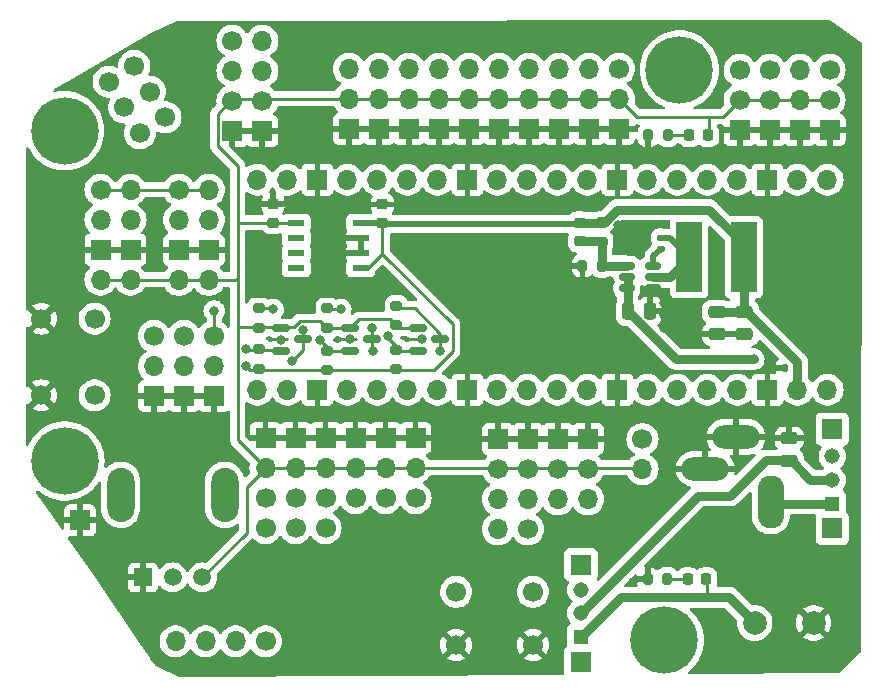
<source format=gbr>
%TF.GenerationSoftware,KiCad,Pcbnew,7.0.1-0*%
%TF.CreationDate,2023-04-18T16:08:46-04:00*%
%TF.ProjectId,rcc-pico,7263632d-7069-4636-9f2e-6b696361645f,rev?*%
%TF.SameCoordinates,Original*%
%TF.FileFunction,Copper,L1,Top*%
%TF.FilePolarity,Positive*%
%FSLAX46Y46*%
G04 Gerber Fmt 4.6, Leading zero omitted, Abs format (unit mm)*
G04 Created by KiCad (PCBNEW 7.0.1-0) date 2023-04-18 16:08:46*
%MOMM*%
%LPD*%
G01*
G04 APERTURE LIST*
G04 Aperture macros list*
%AMRoundRect*
0 Rectangle with rounded corners*
0 $1 Rounding radius*
0 $2 $3 $4 $5 $6 $7 $8 $9 X,Y pos of 4 corners*
0 Add a 4 corners polygon primitive as box body*
4,1,4,$2,$3,$4,$5,$6,$7,$8,$9,$2,$3,0*
0 Add four circle primitives for the rounded corners*
1,1,$1+$1,$2,$3*
1,1,$1+$1,$4,$5*
1,1,$1+$1,$6,$7*
1,1,$1+$1,$8,$9*
0 Add four rect primitives between the rounded corners*
20,1,$1+$1,$2,$3,$4,$5,0*
20,1,$1+$1,$4,$5,$6,$7,0*
20,1,$1+$1,$6,$7,$8,$9,0*
20,1,$1+$1,$8,$9,$2,$3,0*%
%AMHorizOval*
0 Thick line with rounded ends*
0 $1 width*
0 $2 $3 position (X,Y) of the first rounded end (center of the circle)*
0 $4 $5 position (X,Y) of the second rounded end (center of the circle)*
0 Add line between two ends*
20,1,$1,$2,$3,$4,$5,0*
0 Add two circle primitives to create the rounded ends*
1,1,$1,$2,$3*
1,1,$1,$4,$5*%
G04 Aperture macros list end*
%TA.AperFunction,ComponentPad*%
%ADD10R,1.800000X1.800000*%
%TD*%
%TA.AperFunction,ComponentPad*%
%ADD11C,1.308000*%
%TD*%
%TA.AperFunction,ComponentPad*%
%ADD12R,1.308000X1.308000*%
%TD*%
%TA.AperFunction,ComponentPad*%
%ADD13R,1.700000X1.700000*%
%TD*%
%TA.AperFunction,SMDPad,CuDef*%
%ADD14RoundRect,0.140000X-0.140000X-0.170000X0.140000X-0.170000X0.140000X0.170000X-0.140000X0.170000X0*%
%TD*%
%TA.AperFunction,SMDPad,CuDef*%
%ADD15RoundRect,0.140000X0.170000X-0.140000X0.170000X0.140000X-0.170000X0.140000X-0.170000X-0.140000X0*%
%TD*%
%TA.AperFunction,SMDPad,CuDef*%
%ADD16R,1.460500X0.558800*%
%TD*%
%TA.AperFunction,SMDPad,CuDef*%
%ADD17RoundRect,0.200000X0.275000X-0.200000X0.275000X0.200000X-0.275000X0.200000X-0.275000X-0.200000X0*%
%TD*%
%TA.AperFunction,SMDPad,CuDef*%
%ADD18RoundRect,0.218750X-0.218750X-0.256250X0.218750X-0.256250X0.218750X0.256250X-0.218750X0.256250X0*%
%TD*%
%TA.AperFunction,ComponentPad*%
%ADD19C,1.700000*%
%TD*%
%TA.AperFunction,ComponentPad*%
%ADD20O,1.700000X1.700000*%
%TD*%
%TA.AperFunction,SMDPad,CuDef*%
%ADD21RoundRect,0.150000X-0.587500X-0.150000X0.587500X-0.150000X0.587500X0.150000X-0.587500X0.150000X0*%
%TD*%
%TA.AperFunction,SMDPad,CuDef*%
%ADD22RoundRect,0.150000X-0.512500X-0.150000X0.512500X-0.150000X0.512500X0.150000X-0.512500X0.150000X0*%
%TD*%
%TA.AperFunction,ComponentPad*%
%ADD23C,2.000000*%
%TD*%
%TA.AperFunction,ComponentPad*%
%ADD24C,5.700000*%
%TD*%
%TA.AperFunction,ComponentPad*%
%ADD25O,2.250000X4.500000*%
%TD*%
%TA.AperFunction,ComponentPad*%
%ADD26O,4.000000X2.000000*%
%TD*%
%TA.AperFunction,SMDPad,CuDef*%
%ADD27RoundRect,0.250000X-0.475000X0.250000X-0.475000X-0.250000X0.475000X-0.250000X0.475000X0.250000X0*%
%TD*%
%TA.AperFunction,SMDPad,CuDef*%
%ADD28RoundRect,0.225000X0.250000X-0.225000X0.250000X0.225000X-0.250000X0.225000X-0.250000X-0.225000X0*%
%TD*%
%TA.AperFunction,SMDPad,CuDef*%
%ADD29RoundRect,0.200000X0.200000X0.275000X-0.200000X0.275000X-0.200000X-0.275000X0.200000X-0.275000X0*%
%TD*%
%TA.AperFunction,ComponentPad*%
%ADD30R,1.508000X1.508000*%
%TD*%
%TA.AperFunction,ComponentPad*%
%ADD31C,1.508000*%
%TD*%
%TA.AperFunction,ComponentPad*%
%ADD32O,2.300000X4.600000*%
%TD*%
%TA.AperFunction,SMDPad,CuDef*%
%ADD33RoundRect,0.250000X0.475000X-0.250000X0.475000X0.250000X-0.475000X0.250000X-0.475000X-0.250000X0*%
%TD*%
%TA.AperFunction,ComponentPad*%
%ADD34HorizOval,1.700000X0.000000X0.000000X0.000000X0.000000X0*%
%TD*%
%TA.AperFunction,SMDPad,CuDef*%
%ADD35RoundRect,0.250000X-0.250000X-0.475000X0.250000X-0.475000X0.250000X0.475000X-0.250000X0.475000X0*%
%TD*%
%TA.AperFunction,SMDPad,CuDef*%
%ADD36R,2.225000X5.950000*%
%TD*%
%TA.AperFunction,ViaPad*%
%ADD37C,0.800000*%
%TD*%
%TA.AperFunction,Conductor*%
%ADD38C,0.250000*%
%TD*%
%TA.AperFunction,Conductor*%
%ADD39C,0.500000*%
%TD*%
%TA.AperFunction,Conductor*%
%ADD40C,0.750000*%
%TD*%
G04 APERTURE END LIST*
D10*
%TO.P,SW-on/off2,NC*%
%TO.N,N/C*%
X123500000Y-82900000D03*
X123500000Y-74700000D03*
D11*
%TO.P,SW-on/off2,3*%
X123500000Y-76800000D03*
%TO.P,SW-on/off2,2,B*%
%TO.N,+9V*%
X123500000Y-78800000D03*
D12*
%TO.P,SW-on/off2,1,A*%
%TO.N,/MTRPWR*%
X123500000Y-80800000D03*
%TD*%
D10*
%TO.P,SW-on/off1,NC*%
%TO.N,N/C*%
X144777500Y-71625000D03*
X144777500Y-63225000D03*
D12*
%TO.P,SW-on/off1,1,A*%
%TO.N,Net-(SW-on/off1-A)*%
X144777500Y-69525000D03*
D11*
%TO.P,SW-on/off1,2,B*%
%TO.N,+9V*%
X144777500Y-67525000D03*
%TO.P,SW-on/off1,3*%
%TO.N,N/C*%
X144777500Y-65525000D03*
%TD*%
D13*
%TO.P,TP1,1,1*%
%TO.N,GND*%
X81075000Y-70950000D03*
%TD*%
D14*
%TO.P,C7,1*%
%TO.N,GND*%
X140775000Y-58050000D03*
%TO.P,C7,2*%
%TO.N,+5V*%
X141735000Y-58050000D03*
%TD*%
D15*
%TO.P,C1,1*%
%TO.N,Net-(U1-BST)*%
X130250000Y-47980000D03*
%TO.P,C1,2*%
%TO.N,Net-(U1-SW)*%
X130250000Y-47020000D03*
%TD*%
D16*
%TO.P,U2,1,VOUT*%
%TO.N,+3.3V*%
X99390975Y-45772500D03*
%TO.P,U2,2,NC*%
%TO.N,unconnected-(U2-NC-Pad2)*%
X99390975Y-47042500D03*
%TO.P,U2,3,NC*%
%TO.N,unconnected-(U2-NC-Pad3)*%
X99390975Y-48312500D03*
%TO.P,U2,4,NC*%
%TO.N,unconnected-(U2-NC-Pad4)*%
X99390975Y-49582500D03*
%TO.P,U2,5,EN*%
%TO.N,+5V*%
X104839275Y-49582500D03*
%TO.P,U2,6,GND*%
%TO.N,GND*%
X104839275Y-48312500D03*
%TO.P,U2,7,GND*%
X104839275Y-47042500D03*
%TO.P,U2,8,VIN*%
%TO.N,+5V*%
X104839275Y-45772500D03*
%TD*%
D17*
%TO.P,R10,2*%
%TO.N,/3V3_PWM_3*%
X96230000Y-52985000D03*
%TO.P,R10,1*%
%TO.N,+3.3V*%
X96230000Y-54635000D03*
%TD*%
%TO.P,R9,2*%
%TO.N,/5V_PWM_3*%
X96250000Y-56475000D03*
%TO.P,R9,1*%
%TO.N,+5V*%
X96250000Y-58125000D03*
%TD*%
%TO.P,R8,2*%
%TO.N,/3V3_PWM_2*%
X102010000Y-53005000D03*
%TO.P,R8,1*%
%TO.N,+3.3V*%
X102010000Y-54655000D03*
%TD*%
%TO.P,R7,2*%
%TO.N,/5V_PWM_2*%
X102000000Y-56565000D03*
%TO.P,R7,1*%
%TO.N,+5V*%
X102000000Y-58215000D03*
%TD*%
%TO.P,R6,2*%
%TO.N,/3V3_PWM_1*%
X107880000Y-52795000D03*
%TO.P,R6,1*%
%TO.N,+3.3V*%
X107880000Y-54445000D03*
%TD*%
%TO.P,R5,1*%
%TO.N,+5V*%
X107850000Y-58135000D03*
%TO.P,R5,2*%
%TO.N,/5V_PWM_1*%
X107850000Y-56485000D03*
%TD*%
D18*
%TO.P,D2,1,K*%
%TO.N,Net-(D2-K)*%
X132527500Y-75910000D03*
%TO.P,D2,2,A*%
%TO.N,/MTRPWR*%
X134102500Y-75910000D03*
%TD*%
D19*
%TO.P,SW1,2,2*%
%TO.N,GND*%
X119440000Y-81490000D03*
X112940000Y-81490000D03*
%TO.P,SW1,1,1*%
%TO.N,/run*%
X119440000Y-76990000D03*
X112940000Y-76990000D03*
%TD*%
%TO.P,SW2,1,1*%
%TO.N,/extra_button*%
X82320000Y-53860000D03*
X82320000Y-60360000D03*
%TO.P,SW2,2,2*%
%TO.N,GND*%
X77820000Y-53860000D03*
X77820000Y-60360000D03*
%TD*%
D20*
%TO.P,U3,1,GPIO0*%
%TO.N,/GPIO0*%
X144370000Y-42100000D03*
%TO.P,U3,2,GPIO1*%
%TO.N,/GPIO1*%
X141830000Y-42100000D03*
D13*
%TO.P,U3,3,GND*%
%TO.N,GND*%
X139290000Y-42100000D03*
D20*
%TO.P,U3,4,GPIO2*%
%TO.N,/GPIO2*%
X136750000Y-42100000D03*
%TO.P,U3,5,GPIO3*%
%TO.N,/GPIO3*%
X134210000Y-42100000D03*
%TO.P,U3,6,GPIO4*%
%TO.N,/GPIO4*%
X131670000Y-42100000D03*
%TO.P,U3,7,GPIO5*%
%TO.N,/GPIO5*%
X129130000Y-42100000D03*
D13*
%TO.P,U3,8,GND*%
%TO.N,GND*%
X126590000Y-42100000D03*
D20*
%TO.P,U3,9,GPIO6*%
%TO.N,/GPIO6*%
X124050000Y-42100000D03*
%TO.P,U3,10,GPIO7*%
%TO.N,/GPIO7*%
X121510000Y-42100000D03*
%TO.P,U3,11,GPIO8*%
%TO.N,/GPIO8*%
X118970000Y-42100000D03*
%TO.P,U3,12,GPIO9*%
%TO.N,/GPIO9*%
X116430000Y-42100000D03*
D13*
%TO.P,U3,13,GND*%
%TO.N,GND*%
X113890000Y-42100000D03*
D20*
%TO.P,U3,14,GPIO10*%
%TO.N,/GPIO10*%
X111350000Y-42100000D03*
%TO.P,U3,15,GPIO11*%
%TO.N,/GPIO11*%
X108810000Y-42100000D03*
%TO.P,U3,16,GPIO12*%
%TO.N,/GPIO12*%
X106270000Y-42100000D03*
%TO.P,U3,17,GPIO13*%
%TO.N,/GPIO13*%
X103730000Y-42100000D03*
D13*
%TO.P,U3,18,GND*%
%TO.N,GND*%
X101190000Y-42100000D03*
D20*
%TO.P,U3,19,GPIO14*%
%TO.N,/GPIO14*%
X98650000Y-42100000D03*
%TO.P,U3,20,GPIO15*%
%TO.N,/GPIO15*%
X96110000Y-42100000D03*
%TO.P,U3,21,GPIO16*%
%TO.N,/GPIO16*%
X96110000Y-59880000D03*
%TO.P,U3,22,GPIO17*%
%TO.N,/GPIO17*%
X98650000Y-59880000D03*
D13*
%TO.P,U3,23,GND*%
%TO.N,GND*%
X101190000Y-59880000D03*
D20*
%TO.P,U3,24,GPIO18*%
%TO.N,/GPIO18*%
X103730000Y-59880000D03*
%TO.P,U3,25,GPIO19*%
%TO.N,/GPIO19*%
X106270000Y-59880000D03*
%TO.P,U3,26,GPIO20*%
%TO.N,/GPIO20*%
X108810000Y-59880000D03*
%TO.P,U3,27,GPIO21*%
%TO.N,/GPIO21*%
X111350000Y-59880000D03*
D13*
%TO.P,U3,28,GND*%
%TO.N,GND*%
X113890000Y-59880000D03*
D20*
%TO.P,U3,29,GPIO22*%
%TO.N,/GPIO22*%
X116430000Y-59880000D03*
%TO.P,U3,30,RUN*%
%TO.N,/run*%
X118970000Y-59880000D03*
%TO.P,U3,31,GPIO26_ADC0*%
%TO.N,/GPIO26*%
X121510000Y-59880000D03*
%TO.P,U3,32,GPIO27_ADC1*%
%TO.N,/GPIO27*%
X124050000Y-59880000D03*
D13*
%TO.P,U3,33,AGND*%
%TO.N,GND*%
X126590000Y-59880000D03*
D20*
%TO.P,U3,34,GPIO28_ADC2*%
%TO.N,/GPIO28*%
X129130000Y-59880000D03*
%TO.P,U3,35,ADC_VREF*%
%TO.N,/adcref_3v3*%
X131670000Y-59880000D03*
%TO.P,U3,36,3V3*%
%TO.N,unconnected-(U3-3V3-Pad36)*%
X134210000Y-59880000D03*
%TO.P,U3,37,3V3_EN*%
%TO.N,unconnected-(U3-3V3_EN-Pad37)*%
X136750000Y-59880000D03*
D13*
%TO.P,U3,38,GND*%
%TO.N,GND*%
X139290000Y-59880000D03*
D20*
%TO.P,U3,39,VSYS*%
%TO.N,+5V*%
X141830000Y-59880000D03*
%TO.P,U3,40,VBUS*%
%TO.N,unconnected-(U3-VBUS-Pad40)*%
X144370000Y-59880000D03*
%TD*%
D21*
%TO.P,Q1,3,D*%
%TO.N,/3V3_PWM_1*%
X111587500Y-55612500D03*
%TO.P,Q1,2,S*%
%TO.N,/5V_PWM_1*%
X109712500Y-56562500D03*
%TO.P,Q1,1,G*%
%TO.N,+3.3V*%
X109712500Y-54662500D03*
%TD*%
%TO.P,Q3,3,D*%
%TO.N,/3V3_PWM_3*%
X99987500Y-55625000D03*
%TO.P,Q3,2,S*%
%TO.N,/5V_PWM_3*%
X98112500Y-56575000D03*
%TO.P,Q3,1,G*%
%TO.N,+3.3V*%
X98112500Y-54675000D03*
%TD*%
%TO.P,Q2,3,D*%
%TO.N,/3V3_PWM_2*%
X105837500Y-55625000D03*
%TO.P,Q2,2,S*%
%TO.N,/5V_PWM_2*%
X103962500Y-56575000D03*
%TO.P,Q2,1,G*%
%TO.N,+3.3V*%
X103962500Y-54675000D03*
%TD*%
D13*
%TO.P,J17,1,Pin_1*%
%TO.N,GND*%
X96790000Y-63962500D03*
%TO.P,J17,2,Pin_2*%
X99330000Y-63962500D03*
%TO.P,J17,3,Pin_3*%
X101870000Y-63962500D03*
D20*
%TO.P,J17,4,Pin_4*%
%TO.N,+3.3V*%
X96790000Y-66502500D03*
%TO.P,J17,5,5*%
X99330000Y-66502500D03*
%TO.P,J17,6,6*%
X101870000Y-66502500D03*
D19*
%TO.P,J17,7,7*%
%TO.N,/GPIO16*%
X96790000Y-69042500D03*
%TO.P,J17,8,8*%
%TO.N,/GPIO17*%
X99330000Y-69042500D03*
%TO.P,J17,9,9*%
%TO.N,/GPIO18*%
X101870000Y-69042500D03*
%TO.P,J17,10,10*%
%TO.N,/3V3_PWM_3*%
X96790000Y-71582500D03*
%TO.P,J17,11,11*%
%TO.N,/3V3_PWM_2*%
X99330000Y-71582500D03*
%TO.P,J17,12,12*%
%TO.N,/3V3_PWM_1*%
X101870000Y-71582500D03*
D13*
%TO.P,J17,21,Pin_1*%
%TO.N,GND*%
X104410000Y-63962500D03*
D20*
%TO.P,J17,24,Pin_4*%
%TO.N,+3.3V*%
X104410000Y-66502500D03*
D19*
%TO.P,J17,27,7*%
%TO.N,/GPIO19*%
X104410000Y-69042500D03*
D13*
%TO.P,J17,22,Pin_2*%
%TO.N,GND*%
X106950000Y-63962500D03*
D20*
%TO.P,J17,25,5*%
%TO.N,+3.3V*%
X106950000Y-66502500D03*
D19*
%TO.P,J17,28,8*%
%TO.N,/GPIO20*%
X106950000Y-69042500D03*
D13*
%TO.P,J17,23,Pin_3*%
%TO.N,GND*%
X109490000Y-63962500D03*
D20*
%TO.P,J17,26,6*%
%TO.N,+3.3V*%
X109490000Y-66502500D03*
D19*
%TO.P,J17,29,9*%
%TO.N,/GPIO21*%
X109490000Y-69042500D03*
%TD*%
%TO.P,J4,1,Pin_1*%
%TO.N,/POT_signal*%
X119005000Y-71680000D03*
D20*
%TO.P,J4,2,Pin_2*%
%TO.N,/extra_button*%
X116465000Y-71680000D03*
%TO.P,J4,3,Pin_3*%
%TO.N,/GPIO28*%
X119005000Y-69140000D03*
%TO.P,J4,4,Pin_4*%
%TO.N,/GPIO22*%
X116465000Y-69140000D03*
D19*
%TO.P,J4,5,5*%
%TO.N,+3.3V*%
X119005000Y-66600000D03*
%TO.P,J4,6,6*%
X116465000Y-66600000D03*
D13*
%TO.P,J4,7,7*%
%TO.N,GND*%
X119005000Y-64060000D03*
%TO.P,J4,8,8*%
X116465000Y-64060000D03*
%TO.P,J4,21,Pin_1*%
X121545000Y-64060000D03*
%TO.P,J4,22,Pin_2*%
X124085000Y-64060000D03*
D19*
%TO.P,J4,23,Pin_3*%
%TO.N,+3.3V*%
X121545000Y-66600000D03*
%TO.P,J4,24,Pin_4*%
X124085000Y-66600000D03*
D20*
%TO.P,J4,25,5*%
%TO.N,/GPIO26*%
X121545000Y-69140000D03*
%TO.P,J4,26,6*%
%TO.N,/GPIO27*%
X124085000Y-69140000D03*
%TD*%
D22*
%TO.P,U1,1,FB*%
%TO.N,Net-(U1-FB)*%
X127362500Y-49400000D03*
%TO.P,U1,2,EN*%
%TO.N,+9V*%
X127362500Y-50350000D03*
%TO.P,U1,3,VIN*%
X127362500Y-51300000D03*
%TO.P,U1,4,GND*%
%TO.N,GND*%
X129637500Y-51300000D03*
%TO.P,U1,5,SW*%
%TO.N,Net-(U1-SW)*%
X129637500Y-50350000D03*
%TO.P,U1,6,BST*%
%TO.N,Net-(U1-BST)*%
X129637500Y-49400000D03*
%TD*%
D23*
%TO.P,J8,1,Pin_1*%
%TO.N,/MTRPWR*%
X138200000Y-79625000D03*
%TO.P,J8,2,Pin_2*%
%TO.N,GND*%
X143200000Y-79625000D03*
%TD*%
D24*
%TO.P,H4,1,1*%
%TO.N,unconnected-(H4-Pad1)*%
X131825000Y-32800000D03*
%TD*%
D17*
%TO.P,R1,1*%
%TO.N,Net-(U1-FB)*%
X125250000Y-47350000D03*
%TO.P,R1,2*%
%TO.N,+5V*%
X125250000Y-45700000D03*
%TD*%
D25*
%TO.P,J3,1*%
%TO.N,Net-(SW-on/off1-A)*%
X139575000Y-69375000D03*
D26*
%TO.P,J3,2*%
%TO.N,GND*%
X136625000Y-63875000D03*
%TO.P,J3,3*%
X134025000Y-66575000D03*
%TD*%
D18*
%TO.P,D1,1,K*%
%TO.N,Net-(D1-K)*%
X132687500Y-38350000D03*
%TO.P,D1,2,A*%
%TO.N,+3.3V*%
X134262500Y-38350000D03*
%TD*%
D19*
%TO.P,J5,1*%
%TO.N,/GPIO0*%
X144550000Y-32810000D03*
D20*
%TO.P,J5,2*%
%TO.N,/GPIO1*%
X142010000Y-32810000D03*
D19*
%TO.P,J5,3*%
%TO.N,/GPIO2*%
X139470000Y-32810000D03*
%TO.P,J5,4*%
%TO.N,/GPIO3*%
X136930000Y-32810000D03*
%TO.P,J5,5*%
%TO.N,+3.3V*%
X144550000Y-35350000D03*
D20*
%TO.P,J5,6*%
X142010000Y-35350000D03*
D19*
%TO.P,J5,7*%
X139470000Y-35350000D03*
%TO.P,J5,8*%
X136930000Y-35350000D03*
D13*
%TO.P,J5,9*%
%TO.N,GND*%
X144550000Y-37890000D03*
%TO.P,J5,10*%
X142010000Y-37890000D03*
%TO.P,J5,11*%
X139470000Y-37890000D03*
%TO.P,J5,12*%
X136930000Y-37890000D03*
%TD*%
D27*
%TO.P,C2,1*%
%TO.N,+5V*%
X137335000Y-53275000D03*
%TO.P,C2,2*%
%TO.N,GND*%
X137335000Y-55175000D03*
%TD*%
D28*
%TO.P,C9,1*%
%TO.N,+5V*%
X106690125Y-45747500D03*
%TO.P,C9,2*%
%TO.N,GND*%
X106690125Y-44197500D03*
%TD*%
D29*
%TO.P,R4,2*%
%TO.N,GND*%
X129145000Y-75890000D03*
%TO.P,R4,1*%
%TO.N,Net-(D2-K)*%
X130795000Y-75890000D03*
%TD*%
D30*
%TO.P,R11,1*%
%TO.N,GND*%
X86425000Y-75775000D03*
D31*
%TO.P,R11,2*%
%TO.N,/POT_signal*%
X88925000Y-75775000D03*
%TO.P,R11,3*%
%TO.N,+3.3V*%
X91425000Y-75775000D03*
D32*
%TO.P,R11,S1*%
%TO.N,N/C*%
X84525000Y-68775000D03*
%TO.P,R11,S2*%
X93325000Y-68775000D03*
%TD*%
D24*
%TO.P,H3,1,1*%
%TO.N,unconnected-(H3-Pad1)*%
X130550000Y-81075000D03*
%TD*%
D33*
%TO.P,C5,1*%
%TO.N,+9V*%
X141127500Y-65900000D03*
%TO.P,C5,2*%
%TO.N,GND*%
X141127500Y-64000000D03*
%TD*%
D29*
%TO.P,R2,1*%
%TO.N,Net-(U1-FB)*%
X125275000Y-49400000D03*
%TO.P,R2,2*%
%TO.N,GND*%
X123625000Y-49400000D03*
%TD*%
D19*
%TO.P,J12,1,Pin_1*%
%TO.N,/SDA*%
X89460000Y-42955000D03*
D20*
%TO.P,J12,2,Pin_2*%
X92000000Y-42955000D03*
%TO.P,J12,3,Pin_3*%
%TO.N,/SCL*%
X89460000Y-45495000D03*
%TO.P,J12,4,Pin_4*%
X92000000Y-45495000D03*
D13*
%TO.P,J12,5,Pin_5*%
%TO.N,GND*%
X89460000Y-48035000D03*
%TO.P,J12,6,Pin_6*%
X92000000Y-48035000D03*
D20*
%TO.P,J12,7,Pin_7*%
%TO.N,+3.3V*%
X89460000Y-50575000D03*
%TO.P,J12,8,Pin_8*%
X92000000Y-50575000D03*
%TD*%
D24*
%TO.P,H2,1,1*%
%TO.N,unconnected-(H2-Pad1)*%
X79775000Y-37950000D03*
%TD*%
%TO.P,H1,1,1*%
%TO.N,unconnected-(H1-Pad1)*%
X79800000Y-65925000D03*
%TD*%
D19*
%TO.P,J11,1,Pin_1*%
%TO.N,/SDA*%
X82820000Y-42950000D03*
D20*
%TO.P,J11,2,Pin_2*%
X85360000Y-42950000D03*
%TO.P,J11,3,Pin_3*%
%TO.N,/SCL*%
X82820000Y-45490000D03*
%TO.P,J11,4,Pin_4*%
X85360000Y-45490000D03*
D13*
%TO.P,J11,5,Pin_5*%
%TO.N,GND*%
X82820000Y-48030000D03*
%TO.P,J11,6,Pin_6*%
X85360000Y-48030000D03*
D20*
%TO.P,J11,7,Pin_7*%
%TO.N,+3.3V*%
X82820000Y-50570000D03*
%TO.P,J11,8,Pin_8*%
X85360000Y-50570000D03*
%TD*%
D29*
%TO.P,R3,1*%
%TO.N,Net-(D1-K)*%
X130850000Y-38350000D03*
%TO.P,R3,2*%
%TO.N,GND*%
X129200000Y-38350000D03*
%TD*%
D19*
%TO.P,J14,1,Pin_1*%
%TO.N,unconnected-(J14-Pin_1-Pad1)*%
X88319157Y-36820651D03*
D34*
%TO.P,J14,2,Pin_2*%
%TO.N,unconnected-(J14-Pin_2-Pad2)*%
X86148832Y-38140230D03*
%TO.P,J14,3,Pin_3*%
%TO.N,unconnected-(J14-Pin_3-Pad3)*%
X86999578Y-34650326D03*
%TO.P,J14,4,Pin_4*%
%TO.N,unconnected-(J14-Pin_4-Pad4)*%
X84829253Y-35969904D03*
%TO.P,J14,5,Pin_5*%
%TO.N,unconnected-(J14-Pin_5-Pad5)*%
X85680000Y-32480000D03*
%TO.P,J14,6,Pin_6*%
%TO.N,unconnected-(J14-Pin_6-Pad6)*%
X83509674Y-33799579D03*
%TD*%
D35*
%TO.P,C4,1*%
%TO.N,+9V*%
X127450000Y-53225000D03*
%TO.P,C4,2*%
%TO.N,GND*%
X129350000Y-53225000D03*
%TD*%
D13*
%TO.P,J13,1,Pin_1*%
%TO.N,GND*%
X92440000Y-60420000D03*
%TO.P,J13,2,Pin_2*%
X89900000Y-60420000D03*
%TO.P,J13,3,Pin_3*%
X87360000Y-60420000D03*
D20*
%TO.P,J13,4,Pin_4*%
%TO.N,+5V*%
X92440000Y-57880000D03*
%TO.P,J13,5,5*%
X89900000Y-57880000D03*
%TO.P,J13,6,6*%
X87360000Y-57880000D03*
D19*
%TO.P,J13,7,7*%
%TO.N,/5V_PWM_1*%
X92440000Y-55340000D03*
%TO.P,J13,8,8*%
%TO.N,/5V_PWM_2*%
X89900000Y-55340000D03*
%TO.P,J13,9,9*%
%TO.N,/5V_PWM_3*%
X87360000Y-55340000D03*
%TD*%
%TO.P,J1,1,Pin_1*%
%TO.N,unconnected-(J1-Pin_1-Pad1)*%
X96800000Y-81190000D03*
D20*
%TO.P,J1,2,Pin_2*%
%TO.N,unconnected-(J1-Pin_2-Pad2)*%
X94260000Y-81190000D03*
%TO.P,J1,3,Pin_3*%
%TO.N,unconnected-(J1-Pin_3-Pad3)*%
X91720000Y-81190000D03*
%TO.P,J1,4,Pin_4*%
%TO.N,unconnected-(J1-Pin_4-Pad4)*%
X89180000Y-81190000D03*
%TD*%
D36*
%TO.P,L1,1,1*%
%TO.N,Net-(U1-SW)*%
X132675000Y-48675000D03*
%TO.P,L1,2,2*%
%TO.N,+5V*%
X137275000Y-48675000D03*
%TD*%
D19*
%TO.P,J16,1,Pin_1*%
%TO.N,/adcref_3v3*%
X128700000Y-64075000D03*
D20*
%TO.P,J16,2,Pin_2*%
%TO.N,+3.3V*%
X128700000Y-66615000D03*
%TD*%
D28*
%TO.P,C6,1*%
%TO.N,Net-(U1-FB)*%
X123375000Y-47300000D03*
%TO.P,C6,2*%
%TO.N,+5V*%
X123375000Y-45750000D03*
%TD*%
D27*
%TO.P,C3,1*%
%TO.N,+5V*%
X135000000Y-53300000D03*
%TO.P,C3,2*%
%TO.N,GND*%
X135000000Y-55200000D03*
%TD*%
D19*
%TO.P,J10,1,Pin_1*%
%TO.N,/SCL*%
X93985000Y-30345000D03*
D20*
%TO.P,J10,2,Pin_2*%
%TO.N,/SDA*%
X96525000Y-30345000D03*
%TO.P,J10,3,Pin_3*%
%TO.N,/GPIO15*%
X93985000Y-32885000D03*
%TO.P,J10,4,Pin_4*%
%TO.N,/GPIO14*%
X96525000Y-32885000D03*
D19*
%TO.P,J10,5,Pin_5*%
%TO.N,+3.3V*%
X93985000Y-35425000D03*
%TO.P,J10,6,Pin_6*%
X96525000Y-35425000D03*
D13*
%TO.P,J10,7,Pin_7*%
%TO.N,GND*%
X93985000Y-37965000D03*
%TO.P,J10,8,Pin_8*%
X96525000Y-37965000D03*
%TD*%
D28*
%TO.P,C8,1*%
%TO.N,+3.3V*%
X97425000Y-45725000D03*
%TO.P,C8,2*%
%TO.N,GND*%
X97425000Y-44175000D03*
%TD*%
D19*
%TO.P,J7,1*%
%TO.N,/GPIO4*%
X126720000Y-32710000D03*
D20*
%TO.P,J7,2*%
%TO.N,/GPIO5*%
X124180000Y-32710000D03*
%TO.P,J7,3*%
%TO.N,/GPIO6*%
X121640000Y-32710000D03*
%TO.P,J7,4*%
%TO.N,/GPIO7*%
X119100000Y-32710000D03*
%TO.P,J7,5*%
%TO.N,/GPIO8*%
X116560000Y-32710000D03*
%TO.P,J7,6*%
%TO.N,/GPIO9*%
X114020000Y-32710000D03*
%TO.P,J7,7*%
%TO.N,/GPIO10*%
X111480000Y-32710000D03*
%TO.P,J7,8*%
%TO.N,/GPIO11*%
X108940000Y-32710000D03*
%TO.P,J7,9*%
%TO.N,/GPIO12*%
X106400000Y-32710000D03*
%TO.P,J7,10*%
%TO.N,/GPIO13*%
X103860000Y-32710000D03*
%TO.P,J7,11*%
%TO.N,+3.3V*%
X126720000Y-35250000D03*
%TO.P,J7,12*%
X124180000Y-35250000D03*
%TO.P,J7,13*%
X121640000Y-35250000D03*
%TO.P,J7,14*%
X119100000Y-35250000D03*
%TO.P,J7,15*%
X116560000Y-35250000D03*
%TO.P,J7,16*%
X114020000Y-35250000D03*
%TO.P,J7,17*%
X111480000Y-35250000D03*
%TO.P,J7,18*%
X108940000Y-35250000D03*
%TO.P,J7,19*%
X106400000Y-35250000D03*
%TO.P,J7,20*%
X103860000Y-35250000D03*
D13*
%TO.P,J7,21*%
%TO.N,GND*%
X126710000Y-37790000D03*
%TO.P,J7,22*%
X124170000Y-37790000D03*
%TO.P,J7,23*%
X121630000Y-37790000D03*
%TO.P,J7,24*%
X119090000Y-37790000D03*
%TO.P,J7,25*%
X116550000Y-37790000D03*
%TO.P,J7,26*%
X114010000Y-37790000D03*
%TO.P,J7,27*%
X111470000Y-37790000D03*
%TO.P,J7,28*%
X108930000Y-37790000D03*
%TO.P,J7,29*%
X106390000Y-37790000D03*
%TO.P,J7,30*%
X103850000Y-37790000D03*
%TD*%
D37*
%TO.N,GND*%
X130551000Y-54684000D03*
X132475000Y-55200000D03*
X131455000Y-55200000D03*
X125025000Y-57600000D03*
X124025000Y-57600000D03*
X123025000Y-57600000D03*
X121025000Y-57600000D03*
X122025000Y-57600000D03*
X120025000Y-57600000D03*
X119025000Y-57600000D03*
X118025000Y-57600000D03*
X117025000Y-57600000D03*
X116025000Y-57600000D03*
X98100000Y-55660000D03*
X103910000Y-55600000D03*
%TO.N,/3V3_PWM_2*%
X103160000Y-53084500D03*
X105840000Y-54630000D03*
%TO.N,/5V_PWM_1*%
X92450000Y-53200000D03*
%TO.N,/5V_PWM_2*%
X101430000Y-55670000D03*
%TO.N,/3V3_PWM_3*%
X97420000Y-53084500D03*
X99987500Y-54800000D03*
X99016250Y-57480500D03*
%TO.N,GND*%
X124140000Y-51746000D03*
X124140000Y-50730000D03*
X124140000Y-52762000D03*
X125060000Y-52296000D03*
X125060000Y-51280000D03*
X125060000Y-53312000D03*
X132480000Y-53094000D03*
X132480000Y-54110000D03*
X131460000Y-53094000D03*
X131460000Y-54110000D03*
X110030000Y-55580000D03*
X126610000Y-47990000D03*
X126610000Y-45958000D03*
X126610000Y-46974000D03*
X127590000Y-48000000D03*
X127590000Y-45968000D03*
X127590000Y-46984000D03*
X127925000Y-76150000D03*
X134874000Y-51308000D03*
X134874000Y-50292000D03*
X134874000Y-49276000D03*
X134874000Y-48260000D03*
X134874000Y-47244000D03*
X102870000Y-49530000D03*
X101346000Y-49530000D03*
X102870000Y-48260000D03*
X101346000Y-48260000D03*
X102870000Y-46990000D03*
X101346000Y-46990000D03*
X102870000Y-45720000D03*
X101346000Y-45720000D03*
X125984000Y-52832000D03*
X125984000Y-51816000D03*
X125984000Y-50800000D03*
X130556000Y-53594000D03*
X130556000Y-52578000D03*
X128524000Y-48514000D03*
X128524000Y-47498000D03*
X128524000Y-46482000D03*
%TO.N,+5V*%
X95149500Y-57845183D03*
%TO.N,/3V3_PWM_1*%
X111600000Y-56625000D03*
%TO.N,/5V_PWM_1*%
X107155190Y-55305963D03*
%TO.N,/3V3_PWM_2*%
X105860000Y-56630000D03*
%TO.N,/5V_PWM_3*%
X95149500Y-56394500D03*
%TO.N,+9V*%
X138125000Y-57300000D03*
%TD*%
D38*
%TO.N,/5V_PWM_1*%
X107850000Y-56222454D02*
X107155190Y-55527644D01*
X107155190Y-55527644D02*
X107155190Y-55305963D01*
%TO.N,+3.3V*%
X94420000Y-45850000D02*
X94420000Y-50100000D01*
X94420000Y-50100000D02*
X94420000Y-50450000D01*
X94425000Y-54450000D02*
X94425000Y-50105000D01*
X94425000Y-50105000D02*
X94420000Y-50100000D01*
X94420000Y-50450000D02*
X94295000Y-50575000D01*
X94295000Y-50575000D02*
X92000000Y-50575000D01*
D39*
%TO.N,Net-(U1-BST)*%
X129637500Y-49400000D02*
X129637500Y-48592500D01*
X129637500Y-48592500D02*
X130250000Y-47980000D01*
%TO.N,Net-(U1-SW)*%
X130255000Y-47025000D02*
X131025000Y-47025000D01*
X131025000Y-47025000D02*
X132675000Y-48675000D01*
D38*
%TO.N,/5V_PWM_1*%
X92440000Y-53210000D02*
X92440000Y-55340000D01*
X92450000Y-53200000D02*
X92440000Y-53210000D01*
%TO.N,/SDA*%
X92000000Y-42955000D02*
X82825000Y-42955000D01*
D40*
%TO.N,+9V*%
X138125000Y-57300000D02*
X131525000Y-57300000D01*
X131525000Y-57300000D02*
X127525000Y-53300000D01*
D38*
%TO.N,+3.3V*%
X134375000Y-36787500D02*
X134300000Y-36862500D01*
X134300000Y-36862500D02*
X134300000Y-38312500D01*
X134375000Y-36787500D02*
X135492500Y-36787500D01*
X128257500Y-36787500D02*
X134375000Y-36787500D01*
%TO.N,Net-(D1-K)*%
X132687500Y-38350000D02*
X130850000Y-38350000D01*
D40*
%TO.N,+9V*%
X123500000Y-78800000D02*
X133425000Y-68875000D01*
X133425000Y-68875000D02*
X136125000Y-68875000D01*
X136125000Y-68875000D02*
X139125000Y-65875000D01*
X139125000Y-65875000D02*
X141275000Y-65875000D01*
X141275000Y-65875000D02*
X142925000Y-67525000D01*
X142925000Y-67525000D02*
X144777500Y-67525000D01*
D38*
%TO.N,+5V*%
X106690125Y-48365125D02*
X106690125Y-48371300D01*
X106690125Y-48371300D02*
X112650000Y-54331175D01*
X112650000Y-54331175D02*
X112650000Y-56610000D01*
X112650000Y-56610000D02*
X111055000Y-58205000D01*
X111055000Y-58205000D02*
X95509317Y-58205000D01*
X95509317Y-58205000D02*
X95149500Y-57845183D01*
X104839275Y-49582500D02*
X105472750Y-49582500D01*
X105472750Y-49582500D02*
X106690125Y-48365125D01*
X106690125Y-45747500D02*
X106690125Y-48365125D01*
%TO.N,+3.3V*%
X94420000Y-45850000D02*
X94430000Y-45840000D01*
X94430000Y-45840000D02*
X94430000Y-40940000D01*
X94430000Y-40940000D02*
X92750000Y-39260000D01*
X92750000Y-39260000D02*
X92750000Y-36500000D01*
X92750000Y-36500000D02*
X93990000Y-35260000D01*
X93990000Y-35260000D02*
X103850000Y-35260000D01*
X94425000Y-54450000D02*
X94425000Y-64137500D01*
X82825000Y-50575000D02*
X92000000Y-50575000D01*
X97425000Y-45725000D02*
X94545000Y-45725000D01*
%TO.N,/3V3_PWM_3*%
X99987500Y-55625000D02*
X99987500Y-56509250D01*
X99987500Y-56509250D02*
X99016250Y-57480500D01*
%TO.N,/5V_PWM_3*%
X95149500Y-56394500D02*
X95235000Y-56480000D01*
X95235000Y-56480000D02*
X98017500Y-56480000D01*
%TO.N,+3.3V*%
X108097500Y-54662500D02*
X109712500Y-54662500D01*
X103962500Y-54675000D02*
X104732500Y-53905000D01*
X104732500Y-53905000D02*
X107340000Y-53905000D01*
X107340000Y-53905000D02*
X107880000Y-54445000D01*
X102010000Y-54655000D02*
X103942500Y-54655000D01*
X99687195Y-54075000D02*
X101430000Y-54075000D01*
X101430000Y-54075000D02*
X102010000Y-54655000D01*
%TO.N,/3V3_PWM_2*%
X105837500Y-54632500D02*
X105840000Y-54630000D01*
X105837500Y-55625000D02*
X105837500Y-54632500D01*
X103160000Y-53084500D02*
X102089500Y-53084500D01*
%TO.N,+3.3V*%
X94425000Y-54450000D02*
X94565000Y-54590000D01*
X94565000Y-54590000D02*
X99172195Y-54590000D01*
X99172195Y-54590000D02*
X99687195Y-54075000D01*
%TO.N,/5V_PWM_2*%
X102000000Y-56565000D02*
X102000000Y-56240000D01*
X102000000Y-56240000D02*
X101430000Y-55670000D01*
%TO.N,/3V3_PWM_3*%
X99987500Y-54800000D02*
X99987500Y-55625000D01*
X97420000Y-53084500D02*
X97295500Y-52960000D01*
X97295500Y-52960000D02*
X96280000Y-52960000D01*
%TO.N,/5V_PWM_2*%
X103962500Y-56575000D02*
X102010000Y-56575000D01*
%TO.N,/3V3_PWM_2*%
X105837500Y-56607500D02*
X105837500Y-55625000D01*
X105860000Y-56630000D02*
X105837500Y-56607500D01*
%TO.N,/5V_PWM_1*%
X109712500Y-56562500D02*
X107927500Y-56562500D01*
%TO.N,/3V3_PWM_1*%
X111587500Y-55612500D02*
X111587500Y-55128249D01*
X111587500Y-55128249D02*
X109464251Y-53005000D01*
X109464251Y-53005000D02*
X107850000Y-53005000D01*
%TO.N,+3.3V*%
X94425000Y-64137500D02*
X96790000Y-66502500D01*
D40*
%TO.N,/MTRPWR*%
X126850000Y-77450000D02*
X134160000Y-77450000D01*
X134160000Y-77450000D02*
X136025000Y-77450000D01*
D38*
X134160000Y-75967500D02*
X134160000Y-77450000D01*
%TO.N,Net-(D2-K)*%
X130795000Y-75890000D02*
X132507500Y-75890000D01*
D40*
%TO.N,+5V*%
X137275000Y-47550000D02*
X134350000Y-44625000D01*
X134350000Y-44625000D02*
X126550000Y-44625000D01*
X126550000Y-44625000D02*
X125450000Y-45725000D01*
X125450000Y-45725000D02*
X123625000Y-45725000D01*
D38*
%TO.N,+3.3V*%
X96790000Y-66502500D02*
X95200000Y-68092500D01*
X95200000Y-68092500D02*
X95200000Y-72000000D01*
X95200000Y-72000000D02*
X91425000Y-75775000D01*
X96790000Y-66502500D02*
X128587500Y-66502500D01*
%TO.N,/3V3_PWM_1*%
X111600000Y-56625000D02*
X111600000Y-55625000D01*
%TO.N,+3.3V*%
X99390975Y-45772500D02*
X97679275Y-45772500D01*
D40*
%TO.N,Net-(U1-FB)*%
X124925000Y-47250000D02*
X123750000Y-47250000D01*
D39*
%TO.N,+5V*%
X123375000Y-45975000D02*
X123075000Y-45675000D01*
X123140125Y-45872500D02*
X106752500Y-45872500D01*
X104864275Y-45747500D02*
X106690125Y-45747500D01*
D38*
%TO.N,+3.3V*%
X126720000Y-35250000D02*
X128257500Y-36787500D01*
X103860000Y-35250000D02*
X126720000Y-35250000D01*
X136930000Y-35350000D02*
X144550000Y-35350000D01*
X135492500Y-36787500D02*
X136930000Y-35350000D01*
D40*
%TO.N,/MTRPWR*%
X123500000Y-80800000D02*
X126850000Y-77450000D01*
X136025000Y-77450000D02*
X138200000Y-79625000D01*
%TO.N,Net-(SW-on/off1-A)*%
X144777500Y-69525000D02*
X139725000Y-69525000D01*
%TO.N,+5V*%
X141830000Y-59880000D02*
X141830000Y-57548629D01*
X141830000Y-57548629D02*
X137556371Y-53275000D01*
X137556371Y-53275000D02*
X135025000Y-53275000D01*
%TO.N,+9V*%
X127450000Y-53225000D02*
X127450000Y-50437500D01*
X127450000Y-50437500D02*
X127362500Y-50350000D01*
%TO.N,Net-(U1-SW)*%
X131000000Y-50350000D02*
X132675000Y-48675000D01*
X129637500Y-50350000D02*
X131000000Y-50350000D01*
%TO.N,Net-(U1-FB)*%
X125275000Y-49400000D02*
X125275000Y-47600000D01*
X127362500Y-49400000D02*
X125275000Y-49400000D01*
%TO.N,+5V*%
X137275000Y-48675000D02*
X137335000Y-53275000D01*
%TD*%
%TA.AperFunction,Conductor*%
%TO.N,GND*%
G36*
X134458318Y-46001889D02*
G01*
X134507681Y-46032139D01*
X135617681Y-47142138D01*
X135644561Y-47182366D01*
X135654000Y-47229819D01*
X135654000Y-51698638D01*
X135655609Y-51713600D01*
X135660511Y-51759205D01*
X135711610Y-51896203D01*
X135799238Y-52013261D01*
X135916296Y-52100889D01*
X136051500Y-52151319D01*
X136106362Y-52191780D01*
X136131547Y-52255126D01*
X136119443Y-52322212D01*
X136073709Y-52372762D01*
X136008166Y-52391500D01*
X135887402Y-52391500D01*
X135822307Y-52373039D01*
X135797738Y-52357885D01*
X135797737Y-52357884D01*
X135797736Y-52357884D01*
X135629426Y-52302112D01*
X135535173Y-52292483D01*
X135525544Y-52291500D01*
X134474455Y-52291500D01*
X134370574Y-52302112D01*
X134202263Y-52357884D01*
X134051345Y-52450971D01*
X133925971Y-52576345D01*
X133832884Y-52727263D01*
X133777112Y-52895573D01*
X133766500Y-52999455D01*
X133766500Y-53600544D01*
X133777112Y-53704425D01*
X133832884Y-53872736D01*
X133832885Y-53872738D01*
X133857652Y-53912891D01*
X133925971Y-54023654D01*
X134051345Y-54149028D01*
X134052034Y-54149453D01*
X134057959Y-54155642D01*
X134061596Y-54159279D01*
X134061516Y-54159358D01*
X134095215Y-54194558D01*
X134110939Y-54254988D01*
X134095220Y-54315419D01*
X134065714Y-54346244D01*
X134066904Y-54347434D01*
X133932683Y-54481654D01*
X133840642Y-54630877D01*
X133785493Y-54797303D01*
X133775000Y-54900021D01*
X133775000Y-54950000D01*
X136075621Y-54950000D01*
X136098909Y-54934439D01*
X136146362Y-54925000D01*
X137461000Y-54925000D01*
X137523000Y-54941613D01*
X137568387Y-54987000D01*
X137585000Y-55049000D01*
X137585000Y-55301000D01*
X137568387Y-55363000D01*
X137523000Y-55408387D01*
X137461000Y-55425000D01*
X136259379Y-55425000D01*
X136236091Y-55440561D01*
X136188638Y-55450000D01*
X133775001Y-55450000D01*
X133775001Y-55499979D01*
X133785493Y-55602695D01*
X133840642Y-55769122D01*
X133932683Y-55918345D01*
X134056654Y-56042316D01*
X134205877Y-56134357D01*
X134327906Y-56174794D01*
X134384813Y-56213905D01*
X134411978Y-56277389D01*
X134400977Y-56345558D01*
X134355223Y-56397274D01*
X134288902Y-56416500D01*
X131942320Y-56416500D01*
X131894867Y-56407061D01*
X131854639Y-56380181D01*
X129992713Y-54518255D01*
X129963267Y-54471285D01*
X129957233Y-54416177D01*
X129975814Y-54363947D01*
X130015299Y-54325034D01*
X130068347Y-54292314D01*
X130192316Y-54168345D01*
X130284357Y-54019122D01*
X130339506Y-53852696D01*
X130350000Y-53749979D01*
X130350000Y-53475000D01*
X129224000Y-53475000D01*
X129162000Y-53458387D01*
X129116613Y-53413000D01*
X129100000Y-53351000D01*
X129100000Y-52000001D01*
X129050021Y-52000001D01*
X128947304Y-52010493D01*
X128780877Y-52065642D01*
X128631654Y-52157683D01*
X128545181Y-52244157D01*
X128495818Y-52274407D01*
X128438102Y-52278949D01*
X128384615Y-52256794D01*
X128347015Y-52212771D01*
X128333500Y-52156476D01*
X128333500Y-52000000D01*
X129600000Y-52000000D01*
X129600000Y-52975000D01*
X130349999Y-52975000D01*
X130349999Y-52700021D01*
X130339506Y-52597304D01*
X130284357Y-52430877D01*
X130192316Y-52281654D01*
X130068345Y-52157683D01*
X129919122Y-52065642D01*
X129752696Y-52010493D01*
X129649979Y-52000000D01*
X129600000Y-52000000D01*
X128333500Y-52000000D01*
X128333500Y-51974122D01*
X128342939Y-51926669D01*
X128369820Y-51886440D01*
X128369819Y-51886440D01*
X128399453Y-51856807D01*
X128484145Y-51713601D01*
X128530562Y-51553831D01*
X128533500Y-51516502D01*
X128533500Y-51132621D01*
X128550276Y-51070340D01*
X128596063Y-51024911D01*
X128658474Y-51008625D01*
X128720621Y-51025889D01*
X128861399Y-51109145D01*
X129021165Y-51155561D01*
X129021169Y-51155562D01*
X129058498Y-51158500D01*
X129247099Y-51158500D01*
X129285417Y-51164569D01*
X129452798Y-51218954D01*
X129591194Y-51233500D01*
X130920705Y-51233500D01*
X130940093Y-51235025D01*
X130949399Y-51236499D01*
X131002884Y-51258653D01*
X131040484Y-51302676D01*
X131054000Y-51358972D01*
X131054000Y-51698638D01*
X131055609Y-51713600D01*
X131060511Y-51759205D01*
X131111610Y-51896203D01*
X131199238Y-52013261D01*
X131316296Y-52100889D01*
X131453294Y-52151988D01*
X131453297Y-52151988D01*
X131453299Y-52151989D01*
X131513862Y-52158500D01*
X133836134Y-52158500D01*
X133836138Y-52158500D01*
X133896701Y-52151989D01*
X133896703Y-52151988D01*
X133896705Y-52151988D01*
X133974624Y-52122924D01*
X134033704Y-52100889D01*
X134150761Y-52013261D01*
X134238389Y-51896204D01*
X134289489Y-51759201D01*
X134296000Y-51698638D01*
X134296000Y-46119820D01*
X134309515Y-46063525D01*
X134347115Y-46019502D01*
X134400602Y-45997347D01*
X134458318Y-46001889D01*
G37*
%TD.AperFunction*%
%TA.AperFunction,Conductor*%
G36*
X102954654Y-55341571D02*
G01*
X102954709Y-55341479D01*
X102963509Y-55346683D01*
X102968036Y-55349297D01*
X102968191Y-55349452D01*
X103111399Y-55434145D01*
X103271165Y-55480561D01*
X103271169Y-55480562D01*
X103308498Y-55483500D01*
X104467500Y-55483500D01*
X104529500Y-55500113D01*
X104574887Y-55545500D01*
X104591500Y-55607500D01*
X104591500Y-55642500D01*
X104574887Y-55704500D01*
X104529500Y-55749887D01*
X104467500Y-55766500D01*
X103308498Y-55766500D01*
X103292499Y-55767759D01*
X103271165Y-55769438D01*
X103111399Y-55815854D01*
X102954709Y-55908521D01*
X102952792Y-55905280D01*
X102922416Y-55922804D01*
X102858245Y-55922791D01*
X102802674Y-55890702D01*
X102715156Y-55803184D01*
X102576128Y-55719139D01*
X102532272Y-55673937D01*
X102516278Y-55613022D01*
X102532272Y-55552106D01*
X102576129Y-55506905D01*
X102577911Y-55505827D01*
X102577913Y-55505827D01*
X102713271Y-55424000D01*
X102725152Y-55416818D01*
X102725152Y-55416817D01*
X102725155Y-55416816D01*
X102792675Y-55349295D01*
X102848261Y-55317203D01*
X102912448Y-55317203D01*
X102954654Y-55341571D01*
G37*
%TD.AperFunction*%
%TA.AperFunction,Conductor*%
G36*
X108673330Y-55305439D02*
G01*
X108713558Y-55332319D01*
X108718191Y-55336952D01*
X108861399Y-55421645D01*
X109021165Y-55468061D01*
X109021169Y-55468062D01*
X109058498Y-55471000D01*
X110217500Y-55471000D01*
X110279500Y-55487613D01*
X110324887Y-55533000D01*
X110341500Y-55595000D01*
X110341500Y-55630000D01*
X110324887Y-55692000D01*
X110279500Y-55737387D01*
X110217500Y-55754000D01*
X109058498Y-55754000D01*
X109042499Y-55755259D01*
X109021165Y-55756938D01*
X108861397Y-55803355D01*
X108808412Y-55834690D01*
X108756961Y-55851408D01*
X108703288Y-55844627D01*
X108657611Y-55815639D01*
X108565156Y-55723184D01*
X108417910Y-55634171D01*
X108269293Y-55587861D01*
X108212865Y-55551132D01*
X108183949Y-55490330D01*
X108191070Y-55423379D01*
X108232128Y-55370018D01*
X108272254Y-55354680D01*
X108271085Y-55350928D01*
X108301409Y-55341479D01*
X108429341Y-55301614D01*
X108466232Y-55296000D01*
X108625877Y-55296000D01*
X108673330Y-55305439D01*
G37*
%TD.AperFunction*%
%TA.AperFunction,Conductor*%
G36*
X97122010Y-55351711D02*
G01*
X97261399Y-55434145D01*
X97421165Y-55480561D01*
X97421169Y-55480562D01*
X97458498Y-55483500D01*
X98617500Y-55483500D01*
X98679500Y-55500113D01*
X98724887Y-55545500D01*
X98741500Y-55607500D01*
X98741500Y-55642500D01*
X98724887Y-55704500D01*
X98679500Y-55749887D01*
X98617500Y-55766500D01*
X97458498Y-55766500D01*
X97442499Y-55767759D01*
X97421165Y-55769438D01*
X97261402Y-55815853D01*
X97261398Y-55815855D01*
X97261399Y-55815855D01*
X97238778Y-55829232D01*
X97175659Y-55846500D01*
X97149834Y-55846500D01*
X97102381Y-55837061D01*
X97062153Y-55810181D01*
X96965156Y-55713184D01*
X96869025Y-55655071D01*
X96825169Y-55609869D01*
X96809175Y-55548954D01*
X96825169Y-55488038D01*
X96869022Y-55442840D01*
X96945155Y-55396816D01*
X96971209Y-55370761D01*
X97016884Y-55341774D01*
X97070558Y-55334993D01*
X97122010Y-55351711D01*
G37*
%TD.AperFunction*%
%TA.AperFunction,Conductor*%
G36*
X130997105Y-45527394D02*
G01*
X131042849Y-45578317D01*
X131054603Y-45645751D01*
X131054000Y-45651361D01*
X131054000Y-46142500D01*
X131037387Y-46204500D01*
X130992000Y-46249887D01*
X130930000Y-46266500D01*
X130650411Y-46266500D01*
X130615816Y-46261576D01*
X130522257Y-46234394D01*
X130503868Y-46232946D01*
X130485484Y-46231500D01*
X130014516Y-46231500D01*
X129998757Y-46232740D01*
X129977742Y-46234394D01*
X129820403Y-46280105D01*
X129679369Y-46363512D01*
X129563512Y-46479369D01*
X129480105Y-46620403D01*
X129434394Y-46777742D01*
X129431500Y-46814519D01*
X129431500Y-47225481D01*
X129434394Y-47262257D01*
X129480104Y-47419594D01*
X129480106Y-47419597D01*
X129490326Y-47436879D01*
X129507594Y-47499997D01*
X129490327Y-47563118D01*
X129480105Y-47580401D01*
X129449345Y-47686281D01*
X129417950Y-47739367D01*
X129146622Y-48010695D01*
X129132993Y-48022474D01*
X129113441Y-48037031D01*
X129081214Y-48075436D01*
X129073918Y-48083400D01*
X129069918Y-48087400D01*
X129050484Y-48111978D01*
X129048210Y-48114770D01*
X128998720Y-48173751D01*
X128988021Y-48190544D01*
X128955482Y-48260324D01*
X128953927Y-48263537D01*
X128919891Y-48331312D01*
X128919362Y-48332366D01*
X128912832Y-48351154D01*
X128897259Y-48426572D01*
X128896479Y-48430091D01*
X128878728Y-48504988D01*
X128876707Y-48524774D01*
X128877641Y-48556886D01*
X128862285Y-48620355D01*
X128816814Y-48667222D01*
X128718191Y-48725547D01*
X128589470Y-48854269D01*
X128587181Y-48851980D01*
X128561437Y-48877323D01*
X128500000Y-48893613D01*
X128438563Y-48877323D01*
X128412818Y-48851980D01*
X128410530Y-48854269D01*
X128281808Y-48725547D01*
X128138600Y-48640854D01*
X127978834Y-48594438D01*
X127960166Y-48592969D01*
X127941502Y-48591500D01*
X127941499Y-48591500D01*
X127752901Y-48591500D01*
X127714583Y-48585431D01*
X127547203Y-48531046D01*
X127512603Y-48527409D01*
X127408806Y-48516500D01*
X127408803Y-48516500D01*
X126282500Y-48516500D01*
X126220500Y-48499887D01*
X126175113Y-48454500D01*
X126158500Y-48392500D01*
X126158500Y-47906143D01*
X126172057Y-47857509D01*
X126171347Y-47857288D01*
X126175825Y-47842915D01*
X126175827Y-47842913D01*
X126227013Y-47678649D01*
X126233500Y-47607265D01*
X126233499Y-47092736D01*
X126227013Y-47021351D01*
X126201012Y-46937910D01*
X126175828Y-46857089D01*
X126173658Y-46853500D01*
X126104043Y-46738342D01*
X126086815Y-46709843D01*
X125989652Y-46612680D01*
X125957558Y-46557093D01*
X125957558Y-46492905D01*
X125989650Y-46437319D01*
X126081305Y-46345664D01*
X126085994Y-46341214D01*
X126110185Y-46319434D01*
X126118169Y-46308443D01*
X126130794Y-46293662D01*
X126879637Y-45544819D01*
X126919866Y-45517939D01*
X126967319Y-45508500D01*
X130931313Y-45508500D01*
X130997105Y-45527394D01*
G37*
%TD.AperFunction*%
%TA.AperFunction,Conductor*%
G36*
X144622991Y-28626149D02*
G01*
X144657737Y-28643963D01*
X147279052Y-30562707D01*
X147316480Y-30606834D01*
X147329810Y-30663139D01*
X147175161Y-82096337D01*
X147164814Y-82145555D01*
X147135769Y-82186615D01*
X145335449Y-83866913D01*
X145296623Y-83891501D01*
X145251509Y-83900260D01*
X132662683Y-83967972D01*
X132603219Y-83953148D01*
X132558117Y-83911657D01*
X132538393Y-83853633D01*
X132548865Y-83793251D01*
X132586971Y-83745262D01*
X132727440Y-83638481D01*
X132991837Y-83388031D01*
X133227606Y-83110463D01*
X133431982Y-82809031D01*
X133456158Y-82763430D01*
X133602569Y-82487270D01*
X133737369Y-82148948D01*
X133834796Y-81798046D01*
X133834795Y-81798046D01*
X133834798Y-81798039D01*
X133893716Y-81438651D01*
X133913433Y-81075000D01*
X133893716Y-80711349D01*
X133834798Y-80351961D01*
X133834796Y-80351953D01*
X133737369Y-80001051D01*
X133602569Y-79662729D01*
X133431981Y-79340966D01*
X133227608Y-79039540D01*
X133227606Y-79039537D01*
X132991837Y-78761969D01*
X132765447Y-78547521D01*
X132733651Y-78498364D01*
X132727952Y-78440095D01*
X132749622Y-78385706D01*
X132793832Y-78347322D01*
X132850724Y-78333500D01*
X134113694Y-78333500D01*
X134206306Y-78333500D01*
X135607680Y-78333500D01*
X135655133Y-78342939D01*
X135695361Y-78369819D01*
X136665653Y-79340111D01*
X136694308Y-79384873D01*
X136701590Y-79437521D01*
X136686835Y-79624999D01*
X136705465Y-79861712D01*
X136760894Y-80092593D01*
X136786922Y-80155430D01*
X136851760Y-80311963D01*
X136975824Y-80514416D01*
X137130031Y-80694969D01*
X137310584Y-80849176D01*
X137513037Y-80973240D01*
X137732406Y-81064105D01*
X137963289Y-81119535D01*
X138200000Y-81138165D01*
X138436711Y-81119535D01*
X138667594Y-81064105D01*
X138886963Y-80973240D01*
X139089416Y-80849176D01*
X139090079Y-80848610D01*
X142329942Y-80848610D01*
X142376766Y-80885055D01*
X142595393Y-81003368D01*
X142830506Y-81084083D01*
X143075707Y-81125000D01*
X143324293Y-81125000D01*
X143569493Y-81084083D01*
X143804606Y-81003368D01*
X144023233Y-80885053D01*
X144070056Y-80848609D01*
X143200000Y-79978553D01*
X142329942Y-80848609D01*
X142329942Y-80848610D01*
X139090079Y-80848610D01*
X139269969Y-80694969D01*
X139424176Y-80514416D01*
X139548240Y-80311963D01*
X139639105Y-80092594D01*
X139694535Y-79861711D01*
X139713165Y-79625000D01*
X141694858Y-79625000D01*
X141715386Y-79872732D01*
X141776413Y-80113721D01*
X141876268Y-80341370D01*
X141976563Y-80494882D01*
X141976564Y-80494882D01*
X142846447Y-79625001D01*
X142846447Y-79625000D01*
X143553553Y-79625000D01*
X144423434Y-80494882D01*
X144523730Y-80341369D01*
X144623586Y-80113721D01*
X144684613Y-79872732D01*
X144705141Y-79625000D01*
X144684613Y-79377267D01*
X144623586Y-79136278D01*
X144523730Y-78908630D01*
X144423434Y-78755116D01*
X143553553Y-79625000D01*
X142846447Y-79625000D01*
X141976564Y-78755116D01*
X141876266Y-78908634D01*
X141776413Y-79136278D01*
X141715386Y-79377267D01*
X141694858Y-79625000D01*
X139713165Y-79625000D01*
X139694535Y-79388289D01*
X139639105Y-79157406D01*
X139548240Y-78938037D01*
X139424176Y-78735584D01*
X139269969Y-78555031D01*
X139090079Y-78401390D01*
X142329942Y-78401390D01*
X143200000Y-79271447D01*
X143200001Y-79271447D01*
X144070057Y-78401390D01*
X144070056Y-78401388D01*
X144023235Y-78364947D01*
X143804606Y-78246631D01*
X143569493Y-78165916D01*
X143324293Y-78125000D01*
X143075707Y-78125000D01*
X142830506Y-78165916D01*
X142595393Y-78246631D01*
X142376764Y-78364946D01*
X142329942Y-78401388D01*
X142329942Y-78401390D01*
X139090079Y-78401390D01*
X139089416Y-78400824D01*
X138886963Y-78276760D01*
X138777278Y-78231327D01*
X138667593Y-78185894D01*
X138436712Y-78130465D01*
X138294951Y-78119308D01*
X138200000Y-78111835D01*
X138199999Y-78111835D01*
X138012521Y-78126590D01*
X137959873Y-78119308D01*
X137915111Y-78090653D01*
X136705798Y-76881340D01*
X136693159Y-76866542D01*
X136685185Y-76855566D01*
X136635775Y-76811077D01*
X136631066Y-76806608D01*
X136616988Y-76792530D01*
X136616986Y-76792528D01*
X136601490Y-76779979D01*
X136596581Y-76775787D01*
X136547169Y-76731296D01*
X136547168Y-76731295D01*
X136535409Y-76724506D01*
X136519381Y-76713490D01*
X136508839Y-76704953D01*
X136508837Y-76704952D01*
X136508836Y-76704951D01*
X136449603Y-76674770D01*
X136443914Y-76671681D01*
X136386331Y-76638436D01*
X136386332Y-76638436D01*
X136386328Y-76638434D01*
X136373426Y-76634242D01*
X136355454Y-76626798D01*
X136343361Y-76620637D01*
X136279140Y-76603428D01*
X136272918Y-76601585D01*
X136209702Y-76581045D01*
X136196209Y-76579627D01*
X136177084Y-76576083D01*
X136163970Y-76572569D01*
X136097575Y-76569089D01*
X136091112Y-76568580D01*
X136071312Y-76566500D01*
X136071306Y-76566500D01*
X136051397Y-76566500D01*
X136044907Y-76566330D01*
X135978507Y-76562850D01*
X135978506Y-76562850D01*
X135965103Y-76564973D01*
X135945705Y-76566500D01*
X135126478Y-76566500D01*
X135070022Y-76552903D01*
X135025948Y-76515093D01*
X135003921Y-76461363D01*
X135008772Y-76403496D01*
X135038324Y-76314314D01*
X135040593Y-76292104D01*
X135048500Y-76214711D01*
X135048499Y-75605290D01*
X135038324Y-75505686D01*
X134984849Y-75344308D01*
X134895600Y-75199613D01*
X134895599Y-75199612D01*
X134895598Y-75199610D01*
X134775389Y-75079401D01*
X134630690Y-74990150D01*
X134469314Y-74936675D01*
X134378942Y-74927443D01*
X134369710Y-74926500D01*
X133835289Y-74926500D01*
X133735686Y-74936675D01*
X133574309Y-74990150D01*
X133429610Y-75079401D01*
X133402681Y-75106331D01*
X133347094Y-75138425D01*
X133282906Y-75138425D01*
X133227319Y-75106331D01*
X133200389Y-75079401D01*
X133055690Y-74990150D01*
X132894314Y-74936675D01*
X132803942Y-74927443D01*
X132794710Y-74926500D01*
X132260289Y-74926500D01*
X132160686Y-74936675D01*
X131999309Y-74990150D01*
X131854612Y-75079400D01*
X131744971Y-75189041D01*
X131697742Y-75218575D01*
X131642350Y-75224456D01*
X131589973Y-75205496D01*
X131569034Y-75183919D01*
X131567463Y-75185491D01*
X131435156Y-75053184D01*
X131304503Y-74974202D01*
X131287913Y-74964173D01*
X131123649Y-74912987D01*
X131123646Y-74912986D01*
X131052266Y-74906500D01*
X130537731Y-74906500D01*
X130466350Y-74912986D01*
X130302089Y-74964171D01*
X130154843Y-75053184D01*
X130051670Y-75156358D01*
X129996083Y-75188452D01*
X129931895Y-75188452D01*
X129876308Y-75156358D01*
X129779875Y-75059925D01*
X129634396Y-74971980D01*
X129472106Y-74921409D01*
X129401576Y-74915000D01*
X129395000Y-74915000D01*
X129395000Y-76016000D01*
X129378387Y-76078000D01*
X129333000Y-76123387D01*
X129271000Y-76140000D01*
X128245001Y-76140000D01*
X128245001Y-76221579D01*
X128251408Y-76292104D01*
X128286778Y-76405609D01*
X128290686Y-76463007D01*
X128268269Y-76515990D01*
X128224354Y-76553154D01*
X128168393Y-76566500D01*
X127282320Y-76566500D01*
X127226025Y-76552985D01*
X127182002Y-76515385D01*
X127159847Y-76461898D01*
X127164389Y-76404182D01*
X127194639Y-76354819D01*
X128033319Y-75516139D01*
X128082682Y-75485889D01*
X128140398Y-75481347D01*
X128193885Y-75503502D01*
X128231485Y-75547525D01*
X128245000Y-75603820D01*
X128245000Y-75640000D01*
X128895000Y-75640000D01*
X128895000Y-74915001D01*
X128882736Y-74902737D01*
X128877524Y-74901486D01*
X128833501Y-74863886D01*
X128811346Y-74810399D01*
X128815888Y-74752683D01*
X128846138Y-74703320D01*
X133754638Y-69794819D01*
X133794866Y-69767939D01*
X133842319Y-69758500D01*
X136045705Y-69758500D01*
X136065103Y-69760026D01*
X136078507Y-69762150D01*
X136144907Y-69758669D01*
X136151397Y-69758500D01*
X136171306Y-69758500D01*
X136191111Y-69756417D01*
X136197568Y-69755909D01*
X136263971Y-69752430D01*
X136277083Y-69748916D01*
X136296198Y-69745373D01*
X136309702Y-69743954D01*
X136372952Y-69723401D01*
X136379121Y-69721574D01*
X136443363Y-69704362D01*
X136451804Y-69700061D01*
X136455447Y-69698205D01*
X136473428Y-69690756D01*
X136486331Y-69686564D01*
X136543950Y-69653296D01*
X136549588Y-69650236D01*
X136608839Y-69620047D01*
X136619383Y-69611508D01*
X136635423Y-69600485D01*
X136636263Y-69600000D01*
X136647169Y-69593704D01*
X136696619Y-69549177D01*
X136701464Y-69545040D01*
X136716986Y-69532472D01*
X136731094Y-69518362D01*
X136735763Y-69513931D01*
X136785185Y-69469434D01*
X136793169Y-69458443D01*
X136805794Y-69443662D01*
X137729818Y-68519639D01*
X137779182Y-68489389D01*
X137836898Y-68484847D01*
X137890385Y-68507002D01*
X137927985Y-68551025D01*
X137941500Y-68607320D01*
X137941500Y-70564180D01*
X137950329Y-70676362D01*
X137956622Y-70756327D01*
X138016644Y-71006340D01*
X138071959Y-71139881D01*
X138115040Y-71243887D01*
X138249384Y-71463116D01*
X138416369Y-71658631D01*
X138611884Y-71825616D01*
X138831113Y-71959960D01*
X138988414Y-72025116D01*
X139068659Y-72058355D01*
X139113441Y-72069106D01*
X139318674Y-72118378D01*
X139575000Y-72138551D01*
X139831326Y-72118378D01*
X140081340Y-72058355D01*
X140318887Y-71959960D01*
X140538116Y-71825616D01*
X140733631Y-71658631D01*
X140900616Y-71463116D01*
X141034960Y-71243887D01*
X141133355Y-71006340D01*
X141193378Y-70756326D01*
X141208500Y-70564180D01*
X141208500Y-70532500D01*
X141225113Y-70470500D01*
X141270500Y-70425113D01*
X141332500Y-70408500D01*
X143274236Y-70408500D01*
X143331711Y-70422625D01*
X143376093Y-70461781D01*
X143397269Y-70517048D01*
X143390417Y-70575835D01*
X143375511Y-70615796D01*
X143369000Y-70676366D01*
X143369000Y-72573634D01*
X143375511Y-72634205D01*
X143426610Y-72771203D01*
X143514238Y-72888261D01*
X143631296Y-72975889D01*
X143768294Y-73026988D01*
X143768297Y-73026988D01*
X143768299Y-73026989D01*
X143828862Y-73033500D01*
X145726134Y-73033500D01*
X145726138Y-73033500D01*
X145786701Y-73026989D01*
X145786703Y-73026988D01*
X145786705Y-73026988D01*
X145864624Y-72997924D01*
X145923704Y-72975889D01*
X146040761Y-72888261D01*
X146128389Y-72771204D01*
X146179489Y-72634201D01*
X146186000Y-72573638D01*
X146186000Y-70676362D01*
X146179489Y-70615799D01*
X146179488Y-70615796D01*
X146179488Y-70615794D01*
X146128389Y-70478796D01*
X146040760Y-70361737D01*
X145989689Y-70323505D01*
X145953116Y-70279743D01*
X145940000Y-70224239D01*
X145940000Y-68822366D01*
X145940000Y-68822362D01*
X145933489Y-68761799D01*
X145933488Y-68761797D01*
X145933488Y-68761794D01*
X145882389Y-68624796D01*
X145794762Y-68507740D01*
X145772679Y-68491209D01*
X145701092Y-68437619D01*
X145661347Y-68387006D01*
X145652323Y-68323287D01*
X145676449Y-68263627D01*
X145770112Y-68139599D01*
X145770112Y-68139597D01*
X145770114Y-68139596D01*
X145866143Y-67946742D01*
X145925101Y-67739526D01*
X145929297Y-67694238D01*
X145944980Y-67525000D01*
X145925101Y-67310476D01*
X145925101Y-67310473D01*
X145866143Y-67103257D01*
X145770114Y-66910403D01*
X145640277Y-66738472D01*
X145506629Y-66616636D01*
X145470901Y-66558933D01*
X145470901Y-66491064D01*
X145506625Y-66433366D01*
X145640278Y-66311526D01*
X145770112Y-66139599D01*
X145770112Y-66139597D01*
X145770114Y-66139596D01*
X145866143Y-65946742D01*
X145925101Y-65739526D01*
X145931986Y-65665226D01*
X145944980Y-65525000D01*
X145926657Y-65327263D01*
X145925101Y-65310473D01*
X145866143Y-65103257D01*
X145770114Y-64910403D01*
X145705277Y-64824546D01*
X145681110Y-64764561D01*
X145690432Y-64700567D01*
X145730707Y-64649968D01*
X145772575Y-64633685D01*
X145772108Y-64632433D01*
X145883593Y-64590849D01*
X145923704Y-64575889D01*
X146040761Y-64488261D01*
X146128389Y-64371204D01*
X146167494Y-64266361D01*
X146179488Y-64234205D01*
X146179488Y-64234203D01*
X146179489Y-64234201D01*
X146186000Y-64173638D01*
X146186000Y-62276362D01*
X146179489Y-62215799D01*
X146179488Y-62215797D01*
X146179488Y-62215794D01*
X146128389Y-62078796D01*
X146040761Y-61961738D01*
X145923703Y-61874110D01*
X145786705Y-61823011D01*
X145756419Y-61819755D01*
X145726138Y-61816500D01*
X143828862Y-61816500D01*
X143801945Y-61819393D01*
X143768294Y-61823011D01*
X143631296Y-61874110D01*
X143514238Y-61961738D01*
X143426610Y-62078796D01*
X143375511Y-62215794D01*
X143371893Y-62249445D01*
X143369000Y-62276362D01*
X143369000Y-64173638D01*
X143370863Y-64190966D01*
X143375511Y-64234205D01*
X143426610Y-64371203D01*
X143514238Y-64488261D01*
X143631296Y-64575889D01*
X143782892Y-64632433D01*
X143782424Y-64633686D01*
X143824293Y-64649969D01*
X143864567Y-64700567D01*
X143873889Y-64764561D01*
X143849722Y-64824545D01*
X143784887Y-64910400D01*
X143688856Y-65103257D01*
X143629898Y-65310473D01*
X143610020Y-65524999D01*
X143629898Y-65739526D01*
X143688856Y-65946742D01*
X143784885Y-66139596D01*
X143914722Y-66311527D01*
X144040143Y-66425863D01*
X144073040Y-66474850D01*
X144079569Y-66533496D01*
X144058253Y-66588519D01*
X144013918Y-66627460D01*
X143956605Y-66641500D01*
X143342320Y-66641500D01*
X143294867Y-66632061D01*
X143254639Y-66605181D01*
X142397318Y-65747860D01*
X142370438Y-65707632D01*
X142360999Y-65660179D01*
X142360999Y-65599455D01*
X142350387Y-65495574D01*
X142338205Y-65458811D01*
X142294615Y-65327262D01*
X142201530Y-65176348D01*
X142201529Y-65176347D01*
X142201528Y-65176345D01*
X142076151Y-65050968D01*
X142075463Y-65050544D01*
X142069547Y-65044364D01*
X142065904Y-65040721D01*
X142065983Y-65040641D01*
X142032281Y-65005435D01*
X142016560Y-64945000D01*
X142032286Y-64884567D01*
X142061786Y-64853756D01*
X142060596Y-64852566D01*
X142194816Y-64718345D01*
X142286857Y-64569122D01*
X142342006Y-64402696D01*
X142352500Y-64299979D01*
X142352500Y-64250000D01*
X139902501Y-64250000D01*
X139902501Y-64299979D01*
X139912993Y-64402695D01*
X139968142Y-64569122D01*
X140060183Y-64718345D01*
X140121657Y-64779819D01*
X140151907Y-64829182D01*
X140156449Y-64886898D01*
X140134294Y-64940385D01*
X140090271Y-64977985D01*
X140033976Y-64991500D01*
X139204295Y-64991500D01*
X139184896Y-64989973D01*
X139171493Y-64987850D01*
X139105093Y-64991330D01*
X139098603Y-64991500D01*
X139078688Y-64991500D01*
X139058888Y-64993580D01*
X139052425Y-64994089D01*
X138986026Y-64997570D01*
X138972912Y-65001083D01*
X138953796Y-65004626D01*
X138940296Y-65006045D01*
X138930145Y-65009344D01*
X138867786Y-65013060D01*
X138811530Y-64985902D01*
X138775652Y-64934763D01*
X138769260Y-64872622D01*
X138793975Y-64815250D01*
X138885053Y-64698233D01*
X139003368Y-64479606D01*
X139084083Y-64244491D01*
X139104023Y-64125000D01*
X136875000Y-64125000D01*
X136875000Y-65375000D01*
X137687049Y-65375000D01*
X137872732Y-65359613D01*
X138123678Y-65296065D01*
X138124025Y-65297438D01*
X138180016Y-65289750D01*
X138242004Y-65317244D01*
X138280260Y-65373234D01*
X138283344Y-65440975D01*
X138250332Y-65500209D01*
X136693295Y-67057246D01*
X136640012Y-67088698D01*
X136578164Y-67090489D01*
X136523151Y-67062171D01*
X136488670Y-67010796D01*
X136483305Y-66949155D01*
X136504023Y-66825000D01*
X131545977Y-66825000D01*
X131565916Y-66944491D01*
X131646631Y-67179606D01*
X131764946Y-67398233D01*
X131917631Y-67594403D01*
X132100522Y-67762766D01*
X132308634Y-67898733D01*
X132536279Y-67998586D01*
X132733998Y-68048656D01*
X132791480Y-68081422D01*
X132823929Y-68139083D01*
X132822107Y-68205223D01*
X132786532Y-68261010D01*
X132764816Y-68280563D01*
X132756834Y-68291550D01*
X132744199Y-68306342D01*
X125024411Y-76026129D01*
X124971664Y-76057425D01*
X124910371Y-76059614D01*
X124855526Y-76032160D01*
X124820548Y-75981780D01*
X124813992Y-75920799D01*
X124837462Y-75864139D01*
X124850889Y-75846204D01*
X124889883Y-75741658D01*
X124901988Y-75709205D01*
X124901988Y-75709203D01*
X124901989Y-75709201D01*
X124908500Y-75648638D01*
X124908500Y-73751362D01*
X124901989Y-73690799D01*
X124901988Y-73690797D01*
X124901988Y-73690794D01*
X124850889Y-73553796D01*
X124763261Y-73436738D01*
X124646203Y-73349110D01*
X124509205Y-73298011D01*
X124478919Y-73294755D01*
X124448638Y-73291500D01*
X122551362Y-73291500D01*
X122524445Y-73294393D01*
X122490794Y-73298011D01*
X122353796Y-73349110D01*
X122236738Y-73436738D01*
X122149110Y-73553796D01*
X122098011Y-73690794D01*
X122091500Y-73751366D01*
X122091500Y-75648634D01*
X122098011Y-75709205D01*
X122149110Y-75846203D01*
X122236738Y-75963261D01*
X122328777Y-76032160D01*
X122353796Y-76050889D01*
X122410750Y-76072132D01*
X122465738Y-76112758D01*
X122490837Y-76176353D01*
X122478416Y-76243584D01*
X122411355Y-76378261D01*
X122352398Y-76585473D01*
X122332520Y-76800000D01*
X122352398Y-77014526D01*
X122411356Y-77221742D01*
X122507385Y-77414596D01*
X122637222Y-77586527D01*
X122770870Y-77708363D01*
X122806598Y-77766066D01*
X122806598Y-77833934D01*
X122770870Y-77891637D01*
X122637222Y-78013472D01*
X122507385Y-78185403D01*
X122411356Y-78378257D01*
X122352398Y-78585473D01*
X122332520Y-78800000D01*
X122352398Y-79014526D01*
X122411356Y-79221742D01*
X122507385Y-79414596D01*
X122601049Y-79538626D01*
X122625176Y-79598287D01*
X122616152Y-79662006D01*
X122576406Y-79712620D01*
X122482737Y-79782740D01*
X122395110Y-79899796D01*
X122344011Y-80036794D01*
X122337500Y-80097366D01*
X122337500Y-81499240D01*
X122324384Y-81554744D01*
X122287811Y-81598506D01*
X122236741Y-81636737D01*
X122236740Y-81636738D01*
X122236739Y-81636739D01*
X122206895Y-81676606D01*
X122149109Y-81753798D01*
X122098011Y-81890794D01*
X122094393Y-81924445D01*
X122091500Y-81951362D01*
X122091500Y-83848638D01*
X122092037Y-83853633D01*
X122095755Y-83888218D01*
X122084098Y-83955453D01*
X122038634Y-84006340D01*
X121973132Y-84025469D01*
X89552384Y-84199852D01*
X89500099Y-84188599D01*
X87481182Y-83264276D01*
X87430585Y-83221731D01*
X87047268Y-82663600D01*
X87006971Y-82604925D01*
X112178625Y-82604925D01*
X112262420Y-82663599D01*
X112476507Y-82763430D01*
X112704681Y-82824569D01*
X112939999Y-82845157D01*
X113175318Y-82824569D01*
X113403492Y-82763430D01*
X113617576Y-82663600D01*
X113701373Y-82604925D01*
X118678625Y-82604925D01*
X118762420Y-82663599D01*
X118976507Y-82763430D01*
X119204681Y-82824569D01*
X119439999Y-82845157D01*
X119675318Y-82824569D01*
X119903492Y-82763430D01*
X120117576Y-82663600D01*
X120201373Y-82604925D01*
X119440000Y-81843553D01*
X118678625Y-82604925D01*
X113701373Y-82604925D01*
X112940000Y-81843553D01*
X112178625Y-82604925D01*
X87006971Y-82604925D01*
X86035220Y-81190000D01*
X87816843Y-81190000D01*
X87835435Y-81414363D01*
X87835435Y-81414366D01*
X87835436Y-81414368D01*
X87882066Y-81598506D01*
X87890705Y-81632618D01*
X87981138Y-81838788D01*
X87981140Y-81838791D01*
X88104278Y-82027268D01*
X88256760Y-82192906D01*
X88434424Y-82331189D01*
X88632426Y-82438342D01*
X88845365Y-82511444D01*
X89067431Y-82548500D01*
X89292569Y-82548500D01*
X89514635Y-82511444D01*
X89727574Y-82438342D01*
X89925576Y-82331189D01*
X90103240Y-82192906D01*
X90255722Y-82027268D01*
X90346190Y-81888795D01*
X90390982Y-81847561D01*
X90450000Y-81832616D01*
X90509018Y-81847561D01*
X90553809Y-81888795D01*
X90644278Y-82027268D01*
X90796760Y-82192906D01*
X90974424Y-82331189D01*
X91172426Y-82438342D01*
X91385365Y-82511444D01*
X91607431Y-82548500D01*
X91832569Y-82548500D01*
X92054635Y-82511444D01*
X92267574Y-82438342D01*
X92465576Y-82331189D01*
X92643240Y-82192906D01*
X92795722Y-82027268D01*
X92886190Y-81888795D01*
X92930982Y-81847561D01*
X92990000Y-81832616D01*
X93049018Y-81847561D01*
X93093809Y-81888795D01*
X93184278Y-82027268D01*
X93336760Y-82192906D01*
X93514424Y-82331189D01*
X93712426Y-82438342D01*
X93925365Y-82511444D01*
X94147431Y-82548500D01*
X94372569Y-82548500D01*
X94594635Y-82511444D01*
X94807574Y-82438342D01*
X95005576Y-82331189D01*
X95183240Y-82192906D01*
X95335722Y-82027268D01*
X95426190Y-81888795D01*
X95470982Y-81847561D01*
X95530000Y-81832616D01*
X95589018Y-81847561D01*
X95633809Y-81888795D01*
X95724278Y-82027268D01*
X95876760Y-82192906D01*
X96054424Y-82331189D01*
X96252426Y-82438342D01*
X96465365Y-82511444D01*
X96687431Y-82548500D01*
X96912569Y-82548500D01*
X97134635Y-82511444D01*
X97347574Y-82438342D01*
X97545576Y-82331189D01*
X97723240Y-82192906D01*
X97875722Y-82027268D01*
X97998860Y-81838791D01*
X98089296Y-81632616D01*
X98125411Y-81490000D01*
X111584842Y-81490000D01*
X111605430Y-81725318D01*
X111666569Y-81953492D01*
X111766400Y-82167580D01*
X111825073Y-82251373D01*
X112586447Y-81490001D01*
X113293553Y-81490001D01*
X114054925Y-82251373D01*
X114113600Y-82167576D01*
X114213430Y-81953492D01*
X114274569Y-81725318D01*
X114295157Y-81490000D01*
X118084842Y-81490000D01*
X118105430Y-81725318D01*
X118166569Y-81953492D01*
X118266400Y-82167580D01*
X118325073Y-82251373D01*
X119086447Y-81490001D01*
X119793553Y-81490001D01*
X120554925Y-82251373D01*
X120613600Y-82167576D01*
X120713430Y-81953492D01*
X120774569Y-81725318D01*
X120795157Y-81490000D01*
X120774569Y-81254681D01*
X120713430Y-81026507D01*
X120613599Y-80812421D01*
X120554926Y-80728626D01*
X120554925Y-80728625D01*
X119793553Y-81490000D01*
X119793553Y-81490001D01*
X119086447Y-81490001D01*
X119086447Y-81490000D01*
X118325072Y-80728625D01*
X118266399Y-80812422D01*
X118166569Y-81026507D01*
X118105430Y-81254681D01*
X118084842Y-81490000D01*
X114295157Y-81490000D01*
X114274569Y-81254681D01*
X114213430Y-81026507D01*
X114113599Y-80812421D01*
X114054926Y-80728626D01*
X114054925Y-80728625D01*
X113293553Y-81490000D01*
X113293553Y-81490001D01*
X112586447Y-81490001D01*
X112586447Y-81490000D01*
X111825072Y-80728625D01*
X111766399Y-80812422D01*
X111666569Y-81026507D01*
X111605430Y-81254681D01*
X111584842Y-81490000D01*
X98125411Y-81490000D01*
X98144564Y-81414368D01*
X98163156Y-81190000D01*
X98144564Y-80965632D01*
X98089296Y-80747384D01*
X97998860Y-80541209D01*
X97890317Y-80375072D01*
X112178625Y-80375072D01*
X112940000Y-81136447D01*
X112940001Y-81136447D01*
X113701373Y-80375073D01*
X113701373Y-80375072D01*
X118678625Y-80375072D01*
X119440000Y-81136447D01*
X119440001Y-81136447D01*
X120201373Y-80375073D01*
X120201373Y-80375072D01*
X120117580Y-80316400D01*
X119903492Y-80216569D01*
X119675318Y-80155430D01*
X119440000Y-80134842D01*
X119204681Y-80155430D01*
X118976507Y-80216569D01*
X118762422Y-80316399D01*
X118678625Y-80375072D01*
X113701373Y-80375072D01*
X113617580Y-80316400D01*
X113403492Y-80216569D01*
X113175318Y-80155430D01*
X112940000Y-80134842D01*
X112704681Y-80155430D01*
X112476507Y-80216569D01*
X112262422Y-80316399D01*
X112178625Y-80375072D01*
X97890317Y-80375072D01*
X97875722Y-80352732D01*
X97723240Y-80187094D01*
X97545576Y-80048811D01*
X97347574Y-79941658D01*
X97347573Y-79941657D01*
X97347572Y-79941657D01*
X97134636Y-79868556D01*
X96912569Y-79831500D01*
X96687431Y-79831500D01*
X96465363Y-79868556D01*
X96252427Y-79941657D01*
X96054424Y-80048811D01*
X95876760Y-80187094D01*
X95724279Y-80352730D01*
X95633809Y-80491205D01*
X95589017Y-80532438D01*
X95530000Y-80547383D01*
X95470983Y-80532438D01*
X95426191Y-80491205D01*
X95350317Y-80375072D01*
X95335722Y-80352732D01*
X95183240Y-80187094D01*
X95005576Y-80048811D01*
X94807574Y-79941658D01*
X94807573Y-79941657D01*
X94807572Y-79941657D01*
X94594636Y-79868556D01*
X94372569Y-79831500D01*
X94147431Y-79831500D01*
X93925363Y-79868556D01*
X93712427Y-79941657D01*
X93514424Y-80048811D01*
X93336760Y-80187094D01*
X93184279Y-80352730D01*
X93093809Y-80491205D01*
X93049017Y-80532438D01*
X92990000Y-80547383D01*
X92930983Y-80532438D01*
X92886191Y-80491205D01*
X92810317Y-80375072D01*
X92795722Y-80352732D01*
X92643240Y-80187094D01*
X92465576Y-80048811D01*
X92267574Y-79941658D01*
X92267573Y-79941657D01*
X92267572Y-79941657D01*
X92054636Y-79868556D01*
X91832569Y-79831500D01*
X91607431Y-79831500D01*
X91385363Y-79868556D01*
X91172427Y-79941657D01*
X90974424Y-80048811D01*
X90796760Y-80187094D01*
X90644279Y-80352730D01*
X90553809Y-80491205D01*
X90509017Y-80532438D01*
X90450000Y-80547383D01*
X90390983Y-80532438D01*
X90346191Y-80491205D01*
X90270317Y-80375072D01*
X90255722Y-80352732D01*
X90103240Y-80187094D01*
X89925576Y-80048811D01*
X89727574Y-79941658D01*
X89727573Y-79941657D01*
X89727572Y-79941657D01*
X89514636Y-79868556D01*
X89292569Y-79831500D01*
X89067431Y-79831500D01*
X88845363Y-79868556D01*
X88632427Y-79941657D01*
X88434424Y-80048811D01*
X88256760Y-80187094D01*
X88104279Y-80352730D01*
X87981138Y-80541211D01*
X87898932Y-80728625D01*
X87890704Y-80747384D01*
X87855841Y-80885055D01*
X87835435Y-80965636D01*
X87816843Y-81190000D01*
X86035220Y-81190000D01*
X82487968Y-76025000D01*
X85171000Y-76025000D01*
X85171000Y-76576824D01*
X85177402Y-76636375D01*
X85227647Y-76771089D01*
X85313811Y-76886188D01*
X85428910Y-76972352D01*
X85563624Y-77022597D01*
X85623176Y-77029000D01*
X86175000Y-77029000D01*
X86175000Y-76025000D01*
X85171000Y-76025000D01*
X82487968Y-76025000D01*
X82144575Y-75525000D01*
X85171000Y-75525000D01*
X86175000Y-75525000D01*
X86175000Y-74521000D01*
X85623176Y-74521000D01*
X85563624Y-74527402D01*
X85428910Y-74577647D01*
X85313811Y-74663811D01*
X85227647Y-74778910D01*
X85177402Y-74913624D01*
X85171000Y-74973176D01*
X85171000Y-75525000D01*
X82144575Y-75525000D01*
X80062644Y-72493589D01*
X80040923Y-72427338D01*
X80058384Y-72359837D01*
X80109509Y-72312429D01*
X80170526Y-72301468D01*
X80170526Y-72300000D01*
X80825000Y-72300000D01*
X80825000Y-71200000D01*
X81325000Y-71200000D01*
X81325000Y-72300000D01*
X81972824Y-72300000D01*
X82032375Y-72293597D01*
X82167089Y-72243352D01*
X82282188Y-72157188D01*
X82368352Y-72042089D01*
X82418597Y-71907375D01*
X82425000Y-71847824D01*
X82425000Y-71200000D01*
X81325000Y-71200000D01*
X80825000Y-71200000D01*
X79725000Y-71200000D01*
X79725000Y-71602378D01*
X79709344Y-71662691D01*
X79666328Y-71707773D01*
X79606816Y-71726242D01*
X79545835Y-71713431D01*
X79498785Y-71672578D01*
X79385208Y-71507204D01*
X78830831Y-70700000D01*
X79725000Y-70700000D01*
X80825000Y-70700000D01*
X80825000Y-69600000D01*
X81325000Y-69600000D01*
X81325000Y-70700000D01*
X82425000Y-70700000D01*
X82425000Y-70052176D01*
X82418597Y-69992624D01*
X82368352Y-69857910D01*
X82282188Y-69742811D01*
X82167089Y-69656647D01*
X82032375Y-69606402D01*
X81972824Y-69600000D01*
X81325000Y-69600000D01*
X80825000Y-69600000D01*
X80177176Y-69600000D01*
X80117624Y-69606402D01*
X79982910Y-69656647D01*
X79867811Y-69742811D01*
X79781647Y-69857910D01*
X79731402Y-69992624D01*
X79725000Y-70052176D01*
X79725000Y-70700000D01*
X78830831Y-70700000D01*
X77397753Y-68613356D01*
X77376764Y-68557178D01*
X77384594Y-68497720D01*
X77419411Y-68448890D01*
X77473071Y-68422109D01*
X77533023Y-68423644D01*
X77585244Y-68453133D01*
X77622563Y-68488484D01*
X77912485Y-68708876D01*
X78101099Y-68822362D01*
X78224542Y-68896635D01*
X78265612Y-68915636D01*
X78555065Y-69049551D01*
X78900186Y-69165836D01*
X79255857Y-69244125D01*
X79582393Y-69279637D01*
X79617906Y-69283500D01*
X79617907Y-69283500D01*
X79982093Y-69283500D01*
X79982094Y-69283500D01*
X80014434Y-69279982D01*
X80344143Y-69244125D01*
X80699814Y-69165836D01*
X81044935Y-69049551D01*
X81375460Y-68896634D01*
X81687515Y-68708876D01*
X81977440Y-68488481D01*
X82241837Y-68238031D01*
X82477606Y-67960463D01*
X82611648Y-67762766D01*
X82639867Y-67721147D01*
X82686805Y-67679946D01*
X82747872Y-67666850D01*
X82807576Y-67685183D01*
X82850771Y-67730292D01*
X82866500Y-67790734D01*
X82866500Y-69990155D01*
X82881854Y-70185250D01*
X82942795Y-70439089D01*
X82975919Y-70519055D01*
X83042697Y-70680271D01*
X83089304Y-70756327D01*
X83179098Y-70902858D01*
X83348636Y-71101363D01*
X83547141Y-71270901D01*
X83547143Y-71270902D01*
X83547144Y-71270903D01*
X83769729Y-71407303D01*
X83947911Y-71481108D01*
X84010910Y-71507204D01*
X84091105Y-71526457D01*
X84264751Y-71568146D01*
X84525000Y-71588628D01*
X84785249Y-71568146D01*
X85039089Y-71507204D01*
X85280271Y-71407303D01*
X85502856Y-71270903D01*
X85701363Y-71101363D01*
X85870903Y-70902856D01*
X86007303Y-70680271D01*
X86107204Y-70439089D01*
X86168146Y-70185249D01*
X86183500Y-69990158D01*
X86183500Y-67559842D01*
X86168146Y-67364751D01*
X86119004Y-67160061D01*
X86107204Y-67110910D01*
X86065735Y-67010796D01*
X86007303Y-66869729D01*
X85870903Y-66647144D01*
X85870902Y-66647143D01*
X85870901Y-66647141D01*
X85701363Y-66448636D01*
X85502858Y-66279098D01*
X85382769Y-66205508D01*
X85280271Y-66142697D01*
X85187099Y-66104104D01*
X85039089Y-66042795D01*
X84785250Y-65981854D01*
X84525000Y-65961372D01*
X84264749Y-65981854D01*
X84010910Y-66042795D01*
X83795821Y-66131889D01*
X83777209Y-66139599D01*
X83769727Y-66142698D01*
X83547141Y-66279098D01*
X83341216Y-66454975D01*
X83339926Y-66453465D01*
X83298680Y-66481930D01*
X83235222Y-66487315D01*
X83177461Y-66460490D01*
X83140633Y-66408533D01*
X83134453Y-66345151D01*
X83143716Y-66288651D01*
X83163433Y-65925000D01*
X83143716Y-65561349D01*
X83084798Y-65201961D01*
X83077686Y-65176345D01*
X82987369Y-64851051D01*
X82852569Y-64512729D01*
X82681981Y-64190966D01*
X82477608Y-63889540D01*
X82477606Y-63889537D01*
X82241837Y-63611969D01*
X82226354Y-63597303D01*
X81977441Y-63361519D01*
X81687514Y-63141123D01*
X81375457Y-62953364D01*
X81044940Y-62800451D01*
X81044937Y-62800450D01*
X81044935Y-62800449D01*
X80699814Y-62684164D01*
X80699813Y-62684163D01*
X80699811Y-62684163D01*
X80403325Y-62618902D01*
X80344143Y-62605875D01*
X80163118Y-62586187D01*
X79982094Y-62566500D01*
X79982093Y-62566500D01*
X79617907Y-62566500D01*
X79617906Y-62566500D01*
X79255857Y-62605875D01*
X78900188Y-62684163D01*
X78555059Y-62800451D01*
X78224542Y-62953364D01*
X77912485Y-63141123D01*
X77622558Y-63361519D01*
X77358163Y-63611968D01*
X77122391Y-63889540D01*
X76918018Y-64190966D01*
X76747432Y-64512727D01*
X76714883Y-64594417D01*
X76673639Y-64648056D01*
X76610377Y-64672058D01*
X76543933Y-64659276D01*
X76494091Y-64613517D01*
X76475690Y-64548407D01*
X76478515Y-61474925D01*
X77058625Y-61474925D01*
X77142420Y-61533599D01*
X77356507Y-61633430D01*
X77584681Y-61694569D01*
X77820000Y-61715157D01*
X78055318Y-61694569D01*
X78283492Y-61633430D01*
X78497576Y-61533600D01*
X78581373Y-61474925D01*
X77820000Y-60713553D01*
X77058625Y-61474925D01*
X76478515Y-61474925D01*
X76478776Y-61191345D01*
X76494366Y-61131269D01*
X76537123Y-61086271D01*
X76596331Y-61067633D01*
X76657153Y-61080024D01*
X76704350Y-61120341D01*
X76705073Y-61121373D01*
X77466447Y-60360001D01*
X78173553Y-60360001D01*
X78934925Y-61121373D01*
X78993600Y-61037576D01*
X79093430Y-60823492D01*
X79154569Y-60595318D01*
X79175157Y-60360000D01*
X80956843Y-60360000D01*
X80975435Y-60584363D01*
X80975435Y-60584366D01*
X80975436Y-60584368D01*
X81022324Y-60769526D01*
X81030705Y-60802618D01*
X81121138Y-61008788D01*
X81121140Y-61008791D01*
X81244278Y-61197268D01*
X81396760Y-61362906D01*
X81574424Y-61501189D01*
X81772426Y-61608342D01*
X81985365Y-61681444D01*
X82207431Y-61718500D01*
X82432569Y-61718500D01*
X82654635Y-61681444D01*
X82867574Y-61608342D01*
X83065576Y-61501189D01*
X83243240Y-61362906D01*
X83395722Y-61197268D01*
X83518860Y-61008791D01*
X83609296Y-60802616D01*
X83642879Y-60670000D01*
X86010000Y-60670000D01*
X86010000Y-61317824D01*
X86016402Y-61377375D01*
X86066647Y-61512089D01*
X86152811Y-61627188D01*
X86267910Y-61713352D01*
X86402624Y-61763597D01*
X86462176Y-61770000D01*
X87110000Y-61770000D01*
X87110000Y-60670000D01*
X87610000Y-60670000D01*
X87610000Y-61770000D01*
X88257824Y-61770000D01*
X88317375Y-61763597D01*
X88452088Y-61713352D01*
X88555689Y-61635797D01*
X88603642Y-61613898D01*
X88656358Y-61613898D01*
X88704311Y-61635797D01*
X88807911Y-61713352D01*
X88942624Y-61763597D01*
X89002176Y-61770000D01*
X89650000Y-61770000D01*
X89650000Y-60670000D01*
X90150000Y-60670000D01*
X90150000Y-61770000D01*
X90797824Y-61770000D01*
X90857375Y-61763597D01*
X90992088Y-61713352D01*
X91095689Y-61635797D01*
X91143642Y-61613898D01*
X91196358Y-61613898D01*
X91244311Y-61635797D01*
X91347911Y-61713352D01*
X91482624Y-61763597D01*
X91542176Y-61770000D01*
X92190000Y-61770000D01*
X92190000Y-60670000D01*
X90150000Y-60670000D01*
X89650000Y-60670000D01*
X87610000Y-60670000D01*
X87110000Y-60670000D01*
X86010000Y-60670000D01*
X83642879Y-60670000D01*
X83664564Y-60584368D01*
X83683156Y-60360000D01*
X83664564Y-60135632D01*
X83609296Y-59917384D01*
X83518860Y-59711209D01*
X83395722Y-59522732D01*
X83243240Y-59357094D01*
X83065576Y-59218811D01*
X82867574Y-59111658D01*
X82867573Y-59111657D01*
X82867572Y-59111657D01*
X82654636Y-59038556D01*
X82432569Y-59001500D01*
X82207431Y-59001500D01*
X81985363Y-59038556D01*
X81772427Y-59111657D01*
X81574424Y-59218811D01*
X81396760Y-59357094D01*
X81244279Y-59522730D01*
X81121138Y-59711211D01*
X81030705Y-59917381D01*
X80975435Y-60135636D01*
X80956843Y-60360000D01*
X79175157Y-60360000D01*
X79175157Y-60359999D01*
X79154569Y-60124681D01*
X79093430Y-59896507D01*
X78993599Y-59682421D01*
X78934926Y-59598626D01*
X78934925Y-59598625D01*
X78173553Y-60360000D01*
X78173553Y-60360001D01*
X77466447Y-60360001D01*
X77466447Y-60360000D01*
X76705072Y-59598625D01*
X76704466Y-59598679D01*
X76658644Y-59637808D01*
X76597771Y-59650176D01*
X76538538Y-59631470D01*
X76495809Y-59586385D01*
X76480306Y-59526236D01*
X76480564Y-59245072D01*
X77058625Y-59245072D01*
X77820000Y-60006447D01*
X77820001Y-60006447D01*
X78581373Y-59245073D01*
X78581373Y-59245072D01*
X78497580Y-59186400D01*
X78283492Y-59086569D01*
X78055318Y-59025430D01*
X77820000Y-59004842D01*
X77584681Y-59025430D01*
X77356507Y-59086569D01*
X77142422Y-59186399D01*
X77058625Y-59245072D01*
X76480564Y-59245072D01*
X76484489Y-54974925D01*
X77058625Y-54974925D01*
X77142420Y-55033599D01*
X77356507Y-55133430D01*
X77584681Y-55194569D01*
X77820000Y-55215157D01*
X78055318Y-55194569D01*
X78283492Y-55133430D01*
X78497576Y-55033600D01*
X78581373Y-54974925D01*
X77820000Y-54213553D01*
X77058625Y-54974925D01*
X76484489Y-54974925D01*
X76484742Y-54699865D01*
X76500332Y-54639790D01*
X76543089Y-54594792D01*
X76602296Y-54576154D01*
X76663119Y-54588545D01*
X76701146Y-54621030D01*
X76705073Y-54621373D01*
X77466447Y-53860001D01*
X78173553Y-53860001D01*
X78934925Y-54621373D01*
X78993600Y-54537576D01*
X79093430Y-54323492D01*
X79154569Y-54095318D01*
X79175157Y-53860000D01*
X79175157Y-53859999D01*
X80956843Y-53859999D01*
X80975435Y-54084363D01*
X80975435Y-54084366D01*
X80975436Y-54084368D01*
X81030704Y-54302616D01*
X81039861Y-54323492D01*
X81121138Y-54508788D01*
X81121140Y-54508791D01*
X81244278Y-54697268D01*
X81396760Y-54862906D01*
X81574424Y-55001189D01*
X81772426Y-55108342D01*
X81985365Y-55181444D01*
X82207431Y-55218500D01*
X82432569Y-55218500D01*
X82654635Y-55181444D01*
X82867574Y-55108342D01*
X83065576Y-55001189D01*
X83243240Y-54862906D01*
X83395722Y-54697268D01*
X83518860Y-54508791D01*
X83609296Y-54302616D01*
X83664564Y-54084368D01*
X83683156Y-53860000D01*
X83664564Y-53635632D01*
X83609296Y-53417384D01*
X83518860Y-53211209D01*
X83395722Y-53022732D01*
X83243240Y-52857094D01*
X83065576Y-52718811D01*
X82867574Y-52611658D01*
X82867573Y-52611657D01*
X82867572Y-52611657D01*
X82654636Y-52538556D01*
X82432569Y-52501500D01*
X82207431Y-52501500D01*
X81985363Y-52538556D01*
X81772427Y-52611657D01*
X81574424Y-52718811D01*
X81396760Y-52857094D01*
X81244279Y-53022730D01*
X81121138Y-53211211D01*
X81038128Y-53400458D01*
X81030704Y-53417384D01*
X81012573Y-53488982D01*
X80975435Y-53635636D01*
X80956843Y-53859999D01*
X79175157Y-53859999D01*
X79154569Y-53624681D01*
X79093430Y-53396507D01*
X78993599Y-53182421D01*
X78934926Y-53098626D01*
X78934925Y-53098625D01*
X78173553Y-53860000D01*
X78173553Y-53860001D01*
X77466447Y-53860001D01*
X77466447Y-53860000D01*
X76705072Y-53098625D01*
X76699983Y-53099071D01*
X76664624Y-53129264D01*
X76603752Y-53141631D01*
X76544520Y-53122924D01*
X76501791Y-53077839D01*
X76486288Y-53017692D01*
X76486539Y-52745072D01*
X77058625Y-52745072D01*
X77820000Y-53506447D01*
X77820001Y-53506447D01*
X78581373Y-52745073D01*
X78581373Y-52745072D01*
X78497580Y-52686400D01*
X78283492Y-52586569D01*
X78055318Y-52525430D01*
X77820000Y-52504842D01*
X77584681Y-52525430D01*
X77356507Y-52586569D01*
X77142422Y-52686399D01*
X77058625Y-52745072D01*
X76486539Y-52745072D01*
X76488538Y-50570000D01*
X81456843Y-50570000D01*
X81475435Y-50794363D01*
X81475435Y-50794366D01*
X81475436Y-50794368D01*
X81529693Y-51008625D01*
X81530705Y-51012618D01*
X81621138Y-51218788D01*
X81621140Y-51218791D01*
X81744278Y-51407268D01*
X81896760Y-51572906D01*
X82074424Y-51711189D01*
X82272426Y-51818342D01*
X82485365Y-51891444D01*
X82707431Y-51928500D01*
X82932569Y-51928500D01*
X83154635Y-51891444D01*
X83367574Y-51818342D01*
X83565576Y-51711189D01*
X83743240Y-51572906D01*
X83895722Y-51407268D01*
X83986190Y-51268795D01*
X84030982Y-51227561D01*
X84090000Y-51212616D01*
X84149018Y-51227561D01*
X84193809Y-51268795D01*
X84252724Y-51358972D01*
X84284278Y-51407268D01*
X84436760Y-51572906D01*
X84614424Y-51711189D01*
X84812426Y-51818342D01*
X85025365Y-51891444D01*
X85247431Y-51928500D01*
X85472569Y-51928500D01*
X85694635Y-51891444D01*
X85907574Y-51818342D01*
X86105576Y-51711189D01*
X86283240Y-51572906D01*
X86435722Y-51407268D01*
X86528879Y-51264679D01*
X86573671Y-51223445D01*
X86632689Y-51208500D01*
X88184044Y-51208500D01*
X88243062Y-51223445D01*
X88287853Y-51264679D01*
X88384276Y-51412267D01*
X88466573Y-51501663D01*
X88536760Y-51577906D01*
X88714424Y-51716189D01*
X88912426Y-51823342D01*
X89125365Y-51896444D01*
X89347431Y-51933500D01*
X89572569Y-51933500D01*
X89794635Y-51896444D01*
X90007574Y-51823342D01*
X90205576Y-51716189D01*
X90383240Y-51577906D01*
X90535722Y-51412268D01*
X90626190Y-51273795D01*
X90670982Y-51232561D01*
X90730000Y-51217616D01*
X90789018Y-51232561D01*
X90833809Y-51273795D01*
X90921010Y-51407267D01*
X90924278Y-51412268D01*
X91076760Y-51577906D01*
X91254424Y-51716189D01*
X91452426Y-51823342D01*
X91665365Y-51896444D01*
X91887431Y-51933500D01*
X92112569Y-51933500D01*
X92334635Y-51896444D01*
X92547574Y-51823342D01*
X92745576Y-51716189D01*
X92923240Y-51577906D01*
X93075722Y-51412268D01*
X93078989Y-51407268D01*
X93172147Y-51264679D01*
X93216938Y-51223445D01*
X93275956Y-51208500D01*
X93667500Y-51208500D01*
X93729500Y-51225113D01*
X93774887Y-51270500D01*
X93791500Y-51332500D01*
X93791500Y-54366367D01*
X93789210Y-54387108D01*
X93791439Y-54458017D01*
X93791500Y-54461913D01*
X93791500Y-54508332D01*
X93775564Y-54569145D01*
X93731852Y-54614326D01*
X93671600Y-54632264D01*
X93610294Y-54618348D01*
X93563691Y-54576154D01*
X93558758Y-54568604D01*
X93515722Y-54502732D01*
X93363240Y-54337094D01*
X93185576Y-54198811D01*
X93138482Y-54173325D01*
X93090977Y-54127745D01*
X93073500Y-54064271D01*
X93073500Y-53912863D01*
X93081736Y-53868425D01*
X93105348Y-53829893D01*
X93189040Y-53736944D01*
X93207815Y-53704426D01*
X93284527Y-53571556D01*
X93302758Y-53515448D01*
X93343542Y-53389928D01*
X93363504Y-53200000D01*
X93343542Y-53010072D01*
X93306339Y-52895573D01*
X93284527Y-52828443D01*
X93189042Y-52663058D01*
X93142760Y-52611657D01*
X93061253Y-52521134D01*
X92943343Y-52435467D01*
X92906751Y-52408881D01*
X92732285Y-52331204D01*
X92545489Y-52291500D01*
X92545487Y-52291500D01*
X92354513Y-52291500D01*
X92354511Y-52291500D01*
X92167714Y-52331204D01*
X91993248Y-52408881D01*
X91838748Y-52521133D01*
X91710957Y-52663058D01*
X91615472Y-52828443D01*
X91556458Y-53010070D01*
X91536496Y-53199999D01*
X91556458Y-53389929D01*
X91615472Y-53571556D01*
X91710957Y-53736941D01*
X91710960Y-53736944D01*
X91774651Y-53807681D01*
X91798264Y-53846213D01*
X91806500Y-53890651D01*
X91806500Y-54064271D01*
X91789023Y-54127745D01*
X91741517Y-54173325D01*
X91702283Y-54194558D01*
X91694424Y-54198811D01*
X91516760Y-54337094D01*
X91364279Y-54502730D01*
X91273809Y-54641205D01*
X91229017Y-54682438D01*
X91170000Y-54697383D01*
X91110983Y-54682438D01*
X91066191Y-54641205D01*
X91023691Y-54576154D01*
X90975722Y-54502732D01*
X90823240Y-54337094D01*
X90645576Y-54198811D01*
X90447574Y-54091658D01*
X90447573Y-54091657D01*
X90447572Y-54091657D01*
X90234636Y-54018556D01*
X90012569Y-53981500D01*
X89787431Y-53981500D01*
X89565363Y-54018556D01*
X89352427Y-54091657D01*
X89154424Y-54198811D01*
X88976760Y-54337094D01*
X88824279Y-54502730D01*
X88733809Y-54641205D01*
X88689017Y-54682438D01*
X88630000Y-54697383D01*
X88570983Y-54682438D01*
X88526191Y-54641205D01*
X88483691Y-54576154D01*
X88435722Y-54502732D01*
X88283240Y-54337094D01*
X88105576Y-54198811D01*
X87907574Y-54091658D01*
X87907573Y-54091657D01*
X87907572Y-54091657D01*
X87694636Y-54018556D01*
X87472569Y-53981500D01*
X87247431Y-53981500D01*
X87025363Y-54018556D01*
X86812427Y-54091657D01*
X86614424Y-54198811D01*
X86436760Y-54337094D01*
X86284279Y-54502730D01*
X86161138Y-54691211D01*
X86070984Y-54896746D01*
X86070704Y-54897384D01*
X86059504Y-54941613D01*
X86015435Y-55115636D01*
X85996843Y-55340000D01*
X86015435Y-55564363D01*
X86015435Y-55564366D01*
X86015436Y-55564368D01*
X86064201Y-55756938D01*
X86070705Y-55782618D01*
X86161138Y-55988788D01*
X86161140Y-55988791D01*
X86284278Y-56177268D01*
X86436760Y-56342906D01*
X86614424Y-56481189D01*
X86614426Y-56481190D01*
X86650931Y-56500946D01*
X86698436Y-56546527D01*
X86715913Y-56610000D01*
X86698436Y-56673473D01*
X86650931Y-56719054D01*
X86614426Y-56738809D01*
X86436760Y-56877094D01*
X86284279Y-57042730D01*
X86161138Y-57231211D01*
X86070705Y-57437381D01*
X86070704Y-57437384D01*
X86036741Y-57571500D01*
X86015435Y-57655636D01*
X85996843Y-57879999D01*
X86015435Y-58104363D01*
X86015435Y-58104366D01*
X86015436Y-58104368D01*
X86070272Y-58320912D01*
X86070705Y-58322618D01*
X86161138Y-58528788D01*
X86166870Y-58537561D01*
X86284277Y-58717267D01*
X86284279Y-58717269D01*
X86435706Y-58881761D01*
X86464480Y-58934514D01*
X86465073Y-58994601D01*
X86437346Y-59047912D01*
X86387811Y-59081927D01*
X86267911Y-59126647D01*
X86152811Y-59212811D01*
X86066647Y-59327910D01*
X86016402Y-59462624D01*
X86010000Y-59522176D01*
X86010000Y-60170000D01*
X92566000Y-60170000D01*
X92628000Y-60186613D01*
X92673387Y-60232000D01*
X92690000Y-60294000D01*
X92690000Y-61770000D01*
X93337824Y-61770000D01*
X93397375Y-61763597D01*
X93532088Y-61713352D01*
X93593189Y-61667613D01*
X93656447Y-61643374D01*
X93723004Y-61655996D01*
X93772995Y-61701713D01*
X93791500Y-61766880D01*
X93791500Y-64053867D01*
X93789210Y-64074608D01*
X93791439Y-64145517D01*
X93791500Y-64149413D01*
X93791500Y-64177355D01*
X93792018Y-64181456D01*
X93792934Y-64193097D01*
X93794326Y-64237388D01*
X93800022Y-64256992D01*
X93803967Y-64276044D01*
X93806525Y-64296298D01*
X93822838Y-64337501D01*
X93826621Y-64348549D01*
X93838982Y-64391093D01*
X93849374Y-64408666D01*
X93857931Y-64426133D01*
X93865448Y-64445118D01*
X93891491Y-64480963D01*
X93897905Y-64490727D01*
X93920458Y-64528862D01*
X93934890Y-64543294D01*
X93947526Y-64558089D01*
X93959526Y-64574605D01*
X93959527Y-64574606D01*
X93959528Y-64574607D01*
X93993667Y-64602849D01*
X94002308Y-64610712D01*
X95440936Y-66049341D01*
X95472806Y-66104104D01*
X95473461Y-66167462D01*
X95445435Y-66278136D01*
X95426843Y-66502499D01*
X95445435Y-66726863D01*
X95473461Y-66837537D01*
X95472806Y-66900895D01*
X95440936Y-66955658D01*
X95137043Y-67259550D01*
X95080671Y-67291851D01*
X95015703Y-67291213D01*
X94959976Y-67257811D01*
X94928788Y-67200816D01*
X94926714Y-67192179D01*
X94907204Y-67110911D01*
X94899109Y-67091369D01*
X94865735Y-67010796D01*
X94807303Y-66869729D01*
X94670903Y-66647144D01*
X94670902Y-66647143D01*
X94670901Y-66647141D01*
X94501363Y-66448636D01*
X94302858Y-66279098D01*
X94182769Y-66205508D01*
X94080271Y-66142697D01*
X93987099Y-66104104D01*
X93839089Y-66042795D01*
X93585250Y-65981854D01*
X93325000Y-65961372D01*
X93064749Y-65981854D01*
X92810910Y-66042795D01*
X92595821Y-66131889D01*
X92577209Y-66139599D01*
X92569727Y-66142698D01*
X92347141Y-66279098D01*
X92148636Y-66448636D01*
X91979098Y-66647141D01*
X91842698Y-66869727D01*
X91742795Y-67110910D01*
X91681854Y-67364749D01*
X91666500Y-67559845D01*
X91666500Y-69990155D01*
X91681854Y-70185250D01*
X91742795Y-70439089D01*
X91775919Y-70519055D01*
X91842697Y-70680271D01*
X91889304Y-70756327D01*
X91979098Y-70902858D01*
X92148636Y-71101363D01*
X92347141Y-71270901D01*
X92347143Y-71270902D01*
X92347144Y-71270903D01*
X92569729Y-71407303D01*
X92747911Y-71481108D01*
X92810910Y-71507204D01*
X92891105Y-71526457D01*
X93064751Y-71568146D01*
X93325000Y-71588628D01*
X93585249Y-71568146D01*
X93839089Y-71507204D01*
X94080271Y-71407303D01*
X94302856Y-71270903D01*
X94361969Y-71220415D01*
X94425511Y-71191876D01*
X94494414Y-71202097D01*
X94546935Y-71247854D01*
X94566500Y-71314707D01*
X94566500Y-71686233D01*
X94557061Y-71733686D01*
X94530181Y-71773914D01*
X91799871Y-74504222D01*
X91744283Y-74536316D01*
X91680097Y-74536316D01*
X91645068Y-74526930D01*
X91645067Y-74526929D01*
X91645064Y-74526929D01*
X91424999Y-74507676D01*
X91204934Y-74526929D01*
X90991548Y-74584106D01*
X90791338Y-74677466D01*
X90610379Y-74804174D01*
X90454174Y-74960379D01*
X90327466Y-75141338D01*
X90287382Y-75227299D01*
X90241625Y-75279475D01*
X90175000Y-75298894D01*
X90108375Y-75279475D01*
X90062618Y-75227299D01*
X90029537Y-75156358D01*
X90022534Y-75141339D01*
X89895826Y-74960380D01*
X89739620Y-74804174D01*
X89558662Y-74677466D01*
X89529379Y-74663811D01*
X89358451Y-74584106D01*
X89145065Y-74526929D01*
X88925000Y-74507676D01*
X88704934Y-74526929D01*
X88491548Y-74584106D01*
X88291338Y-74677466D01*
X88110379Y-74804174D01*
X87954173Y-74960380D01*
X87903974Y-75032072D01*
X87859132Y-75071209D01*
X87801219Y-75084942D01*
X87743578Y-75070108D01*
X87699489Y-75030124D01*
X87679110Y-74974202D01*
X87672597Y-74913624D01*
X87622352Y-74778910D01*
X87536188Y-74663811D01*
X87421089Y-74577647D01*
X87286375Y-74527402D01*
X87226824Y-74521000D01*
X86675000Y-74521000D01*
X86675000Y-77029000D01*
X87226824Y-77029000D01*
X87286375Y-77022597D01*
X87421089Y-76972352D01*
X87536188Y-76886188D01*
X87622352Y-76771089D01*
X87672597Y-76636375D01*
X87679110Y-76575797D01*
X87699489Y-76519875D01*
X87743578Y-76479891D01*
X87801219Y-76465057D01*
X87859132Y-76478790D01*
X87903974Y-76517927D01*
X87954174Y-76589620D01*
X88110380Y-76745826D01*
X88291338Y-76872534D01*
X88491550Y-76965894D01*
X88704932Y-77023070D01*
X88925000Y-77042323D01*
X89145068Y-77023070D01*
X89358450Y-76965894D01*
X89558662Y-76872534D01*
X89739620Y-76745826D01*
X89895826Y-76589620D01*
X90022534Y-76408662D01*
X90062618Y-76322700D01*
X90108375Y-76270525D01*
X90175000Y-76251106D01*
X90241625Y-76270525D01*
X90287381Y-76322700D01*
X90327466Y-76408662D01*
X90454174Y-76589620D01*
X90610380Y-76745826D01*
X90791338Y-76872534D01*
X90991550Y-76965894D01*
X91204932Y-77023070D01*
X91425000Y-77042323D01*
X91645068Y-77023070D01*
X91768486Y-76990000D01*
X111576843Y-76990000D01*
X111595435Y-77214363D01*
X111595435Y-77214366D01*
X111595436Y-77214368D01*
X111646141Y-77414599D01*
X111650705Y-77432618D01*
X111741138Y-77638788D01*
X111741140Y-77638791D01*
X111864278Y-77827268D01*
X112016760Y-77992906D01*
X112194424Y-78131189D01*
X112392426Y-78238342D01*
X112605365Y-78311444D01*
X112827431Y-78348500D01*
X113052569Y-78348500D01*
X113274635Y-78311444D01*
X113487574Y-78238342D01*
X113685576Y-78131189D01*
X113863240Y-77992906D01*
X114015722Y-77827268D01*
X114138860Y-77638791D01*
X114229296Y-77432616D01*
X114284564Y-77214368D01*
X114303156Y-76990000D01*
X118076843Y-76990000D01*
X118095435Y-77214363D01*
X118095435Y-77214366D01*
X118095436Y-77214368D01*
X118146141Y-77414599D01*
X118150705Y-77432618D01*
X118241138Y-77638788D01*
X118241140Y-77638791D01*
X118364278Y-77827268D01*
X118516760Y-77992906D01*
X118694424Y-78131189D01*
X118892426Y-78238342D01*
X119105365Y-78311444D01*
X119327431Y-78348500D01*
X119552569Y-78348500D01*
X119774635Y-78311444D01*
X119987574Y-78238342D01*
X120185576Y-78131189D01*
X120363240Y-77992906D01*
X120515722Y-77827268D01*
X120638860Y-77638791D01*
X120729296Y-77432616D01*
X120784564Y-77214368D01*
X120803156Y-76990000D01*
X120784564Y-76765632D01*
X120729296Y-76547384D01*
X120638860Y-76341209D01*
X120515722Y-76152732D01*
X120363240Y-75987094D01*
X120185576Y-75848811D01*
X119987574Y-75741658D01*
X119987573Y-75741657D01*
X119987572Y-75741657D01*
X119774636Y-75668556D01*
X119552569Y-75631500D01*
X119327431Y-75631500D01*
X119105363Y-75668556D01*
X118892427Y-75741657D01*
X118694424Y-75848811D01*
X118516760Y-75987094D01*
X118364279Y-76152730D01*
X118241138Y-76341211D01*
X118163624Y-76517928D01*
X118150704Y-76547384D01*
X118110803Y-76704951D01*
X118095435Y-76765636D01*
X118076843Y-76990000D01*
X114303156Y-76990000D01*
X114284564Y-76765632D01*
X114229296Y-76547384D01*
X114138860Y-76341209D01*
X114015722Y-76152732D01*
X113863240Y-75987094D01*
X113685576Y-75848811D01*
X113487574Y-75741658D01*
X113487573Y-75741657D01*
X113487572Y-75741657D01*
X113274636Y-75668556D01*
X113052569Y-75631500D01*
X112827431Y-75631500D01*
X112605363Y-75668556D01*
X112392427Y-75741657D01*
X112194424Y-75848811D01*
X112016760Y-75987094D01*
X111864279Y-76152730D01*
X111741138Y-76341211D01*
X111663624Y-76517928D01*
X111650704Y-76547384D01*
X111610803Y-76704951D01*
X111595435Y-76765636D01*
X111576843Y-76990000D01*
X91768486Y-76990000D01*
X91858450Y-76965894D01*
X92058662Y-76872534D01*
X92239620Y-76745826D01*
X92395826Y-76589620D01*
X92522534Y-76408662D01*
X92615894Y-76208450D01*
X92673070Y-75995068D01*
X92692323Y-75775000D01*
X92673070Y-75554932D01*
X92663683Y-75519900D01*
X92663683Y-75455713D01*
X92695775Y-75400127D01*
X95588816Y-72507086D01*
X95610064Y-72490066D01*
X95620256Y-72483600D01*
X95621198Y-72485085D01*
X95660902Y-72461127D01*
X95727989Y-72461458D01*
X95785085Y-72496685D01*
X95866757Y-72585403D01*
X95866760Y-72585406D01*
X96044424Y-72723689D01*
X96242426Y-72830842D01*
X96455365Y-72903944D01*
X96677431Y-72941000D01*
X96902569Y-72941000D01*
X97124635Y-72903944D01*
X97337574Y-72830842D01*
X97535576Y-72723689D01*
X97713240Y-72585406D01*
X97865722Y-72419768D01*
X97956190Y-72281295D01*
X98000982Y-72240061D01*
X98060000Y-72225116D01*
X98119018Y-72240061D01*
X98163809Y-72281295D01*
X98200569Y-72337561D01*
X98254278Y-72419768D01*
X98406760Y-72585406D01*
X98584424Y-72723689D01*
X98782426Y-72830842D01*
X98995365Y-72903944D01*
X99217431Y-72941000D01*
X99442569Y-72941000D01*
X99664635Y-72903944D01*
X99877574Y-72830842D01*
X100075576Y-72723689D01*
X100253240Y-72585406D01*
X100405722Y-72419768D01*
X100496190Y-72281295D01*
X100540982Y-72240061D01*
X100600000Y-72225116D01*
X100659018Y-72240061D01*
X100703809Y-72281295D01*
X100740569Y-72337561D01*
X100794278Y-72419768D01*
X100946760Y-72585406D01*
X101124424Y-72723689D01*
X101322426Y-72830842D01*
X101535365Y-72903944D01*
X101757431Y-72941000D01*
X101982569Y-72941000D01*
X102204635Y-72903944D01*
X102417574Y-72830842D01*
X102615576Y-72723689D01*
X102793240Y-72585406D01*
X102945722Y-72419768D01*
X103068860Y-72231291D01*
X103159296Y-72025116D01*
X103214564Y-71806868D01*
X103233156Y-71582500D01*
X103231966Y-71568145D01*
X103223263Y-71463114D01*
X103214564Y-71358132D01*
X103159296Y-71139884D01*
X103068860Y-70933709D01*
X102945722Y-70745232D01*
X102793240Y-70579594D01*
X102615576Y-70441311D01*
X102579067Y-70421553D01*
X102531563Y-70375974D01*
X102514086Y-70312500D01*
X102531563Y-70249026D01*
X102579067Y-70203446D01*
X102615576Y-70183689D01*
X102793240Y-70045406D01*
X102945722Y-69879768D01*
X103034454Y-69743953D01*
X103036191Y-69741295D01*
X103080982Y-69700061D01*
X103140000Y-69685116D01*
X103199018Y-69700061D01*
X103243809Y-69741295D01*
X103280569Y-69797561D01*
X103334278Y-69879768D01*
X103486760Y-70045406D01*
X103664424Y-70183689D01*
X103862426Y-70290842D01*
X104075365Y-70363944D01*
X104297431Y-70401000D01*
X104522569Y-70401000D01*
X104744635Y-70363944D01*
X104957574Y-70290842D01*
X105155576Y-70183689D01*
X105333240Y-70045406D01*
X105485722Y-69879768D01*
X105574454Y-69743953D01*
X105576191Y-69741295D01*
X105620982Y-69700061D01*
X105680000Y-69685116D01*
X105739018Y-69700061D01*
X105783809Y-69741295D01*
X105820569Y-69797561D01*
X105874278Y-69879768D01*
X106026760Y-70045406D01*
X106204424Y-70183689D01*
X106402426Y-70290842D01*
X106615365Y-70363944D01*
X106837431Y-70401000D01*
X107062569Y-70401000D01*
X107284635Y-70363944D01*
X107497574Y-70290842D01*
X107695576Y-70183689D01*
X107873240Y-70045406D01*
X108025722Y-69879768D01*
X108114454Y-69743953D01*
X108116191Y-69741295D01*
X108160982Y-69700061D01*
X108220000Y-69685116D01*
X108279018Y-69700061D01*
X108323809Y-69741295D01*
X108360569Y-69797561D01*
X108414278Y-69879768D01*
X108566760Y-70045406D01*
X108744424Y-70183689D01*
X108942426Y-70290842D01*
X109155365Y-70363944D01*
X109377431Y-70401000D01*
X109602569Y-70401000D01*
X109824635Y-70363944D01*
X110037574Y-70290842D01*
X110235576Y-70183689D01*
X110413240Y-70045406D01*
X110565722Y-69879768D01*
X110688860Y-69691291D01*
X110779296Y-69485116D01*
X110834564Y-69266868D01*
X110853156Y-69042500D01*
X110834564Y-68818132D01*
X110779296Y-68599884D01*
X110698604Y-68415923D01*
X110688861Y-68393711D01*
X110688860Y-68393709D01*
X110565722Y-68205232D01*
X110413240Y-68039594D01*
X110235576Y-67901311D01*
X110199067Y-67881553D01*
X110151563Y-67835974D01*
X110134086Y-67772500D01*
X110151563Y-67709026D01*
X110199067Y-67663446D01*
X110235576Y-67643689D01*
X110413240Y-67505406D01*
X110565722Y-67339768D01*
X110567355Y-67337269D01*
X110662147Y-67192179D01*
X110706938Y-67150945D01*
X110765956Y-67136000D01*
X115135652Y-67136000D01*
X115182314Y-67145115D01*
X115222117Y-67171119D01*
X115249208Y-67210190D01*
X115266139Y-67248790D01*
X115380479Y-67423801D01*
X115389278Y-67437268D01*
X115541760Y-67602906D01*
X115719424Y-67741189D01*
X115755930Y-67760945D01*
X115803435Y-67806524D01*
X115820913Y-67869997D01*
X115803437Y-67933471D01*
X115755933Y-67979052D01*
X115719427Y-67998809D01*
X115719425Y-67998810D01*
X115719424Y-67998811D01*
X115588697Y-68100561D01*
X115541760Y-68137094D01*
X115389279Y-68302730D01*
X115266138Y-68491211D01*
X115195000Y-68653393D01*
X115175704Y-68697384D01*
X115145125Y-68818136D01*
X115120435Y-68915636D01*
X115101843Y-69140000D01*
X115120435Y-69364363D01*
X115120435Y-69364366D01*
X115120436Y-69364368D01*
X115175704Y-69582616D01*
X115183329Y-69600000D01*
X115266138Y-69788788D01*
X115266140Y-69788791D01*
X115389278Y-69977268D01*
X115541760Y-70142906D01*
X115719424Y-70281189D01*
X115719426Y-70281190D01*
X115755931Y-70300946D01*
X115803436Y-70346527D01*
X115820913Y-70410000D01*
X115803436Y-70473473D01*
X115755931Y-70519054D01*
X115719426Y-70538809D01*
X115541760Y-70677094D01*
X115389279Y-70842730D01*
X115266138Y-71031211D01*
X115175705Y-71237381D01*
X115175704Y-71237384D01*
X115145125Y-71358136D01*
X115120435Y-71455636D01*
X115101843Y-71680000D01*
X115120435Y-71904363D01*
X115120435Y-71904366D01*
X115120436Y-71904368D01*
X115162153Y-72069106D01*
X115175705Y-72122618D01*
X115266138Y-72328788D01*
X115266140Y-72328791D01*
X115389278Y-72517268D01*
X115541760Y-72682906D01*
X115719424Y-72821189D01*
X115917426Y-72928342D01*
X116130365Y-73001444D01*
X116352431Y-73038500D01*
X116577569Y-73038500D01*
X116799635Y-73001444D01*
X117012574Y-72928342D01*
X117210576Y-72821189D01*
X117388240Y-72682906D01*
X117540722Y-72517268D01*
X117631190Y-72378795D01*
X117675982Y-72337561D01*
X117735000Y-72322616D01*
X117794018Y-72337561D01*
X117838809Y-72378795D01*
X117913807Y-72493589D01*
X117929278Y-72517268D01*
X118081760Y-72682906D01*
X118259424Y-72821189D01*
X118457426Y-72928342D01*
X118670365Y-73001444D01*
X118892431Y-73038500D01*
X119117569Y-73038500D01*
X119339635Y-73001444D01*
X119552574Y-72928342D01*
X119750576Y-72821189D01*
X119928240Y-72682906D01*
X120080722Y-72517268D01*
X120203860Y-72328791D01*
X120294296Y-72122616D01*
X120349564Y-71904368D01*
X120368156Y-71680000D01*
X120349564Y-71455632D01*
X120294296Y-71237384D01*
X120203860Y-71031209D01*
X120080722Y-70842732D01*
X119928240Y-70677094D01*
X119750576Y-70538811D01*
X119714067Y-70519053D01*
X119666563Y-70473474D01*
X119649086Y-70410000D01*
X119666563Y-70346526D01*
X119714067Y-70300946D01*
X119750576Y-70281189D01*
X119928240Y-70142906D01*
X120080722Y-69977268D01*
X120171190Y-69838795D01*
X120215982Y-69797561D01*
X120275000Y-69782616D01*
X120334018Y-69797561D01*
X120378809Y-69838795D01*
X120405577Y-69879767D01*
X120469278Y-69977268D01*
X120621760Y-70142906D01*
X120799424Y-70281189D01*
X120997426Y-70388342D01*
X121210365Y-70461444D01*
X121432431Y-70498500D01*
X121657569Y-70498500D01*
X121879635Y-70461444D01*
X122092574Y-70388342D01*
X122290576Y-70281189D01*
X122468240Y-70142906D01*
X122620722Y-69977268D01*
X122711190Y-69838795D01*
X122755982Y-69797561D01*
X122815000Y-69782616D01*
X122874018Y-69797561D01*
X122918809Y-69838795D01*
X122945577Y-69879767D01*
X123009278Y-69977268D01*
X123161760Y-70142906D01*
X123339424Y-70281189D01*
X123537426Y-70388342D01*
X123750365Y-70461444D01*
X123972431Y-70498500D01*
X124197569Y-70498500D01*
X124419635Y-70461444D01*
X124632574Y-70388342D01*
X124830576Y-70281189D01*
X125008240Y-70142906D01*
X125160722Y-69977268D01*
X125283860Y-69788791D01*
X125374296Y-69582616D01*
X125429564Y-69364368D01*
X125448156Y-69140000D01*
X125429564Y-68915632D01*
X125374296Y-68697384D01*
X125283860Y-68491209D01*
X125160722Y-68302732D01*
X125008240Y-68137094D01*
X124867552Y-68027591D01*
X124830575Y-67998810D01*
X124794067Y-67979053D01*
X124746562Y-67933471D01*
X124729086Y-67869997D01*
X124746564Y-67806523D01*
X124794067Y-67760946D01*
X124830576Y-67741189D01*
X125008240Y-67602906D01*
X125160722Y-67437268D01*
X125283860Y-67248791D01*
X125300792Y-67210190D01*
X125327883Y-67171119D01*
X125367686Y-67145115D01*
X125414348Y-67136000D01*
X127364072Y-67136000D01*
X127410734Y-67145115D01*
X127450537Y-67171119D01*
X127477628Y-67210190D01*
X127501138Y-67263788D01*
X127501140Y-67263791D01*
X127624278Y-67452268D01*
X127776760Y-67617906D01*
X127954424Y-67756189D01*
X128152426Y-67863342D01*
X128365365Y-67936444D01*
X128587431Y-67973500D01*
X128812569Y-67973500D01*
X129034635Y-67936444D01*
X129247574Y-67863342D01*
X129445576Y-67756189D01*
X129623240Y-67617906D01*
X129775722Y-67452268D01*
X129898860Y-67263791D01*
X129989296Y-67057616D01*
X130044564Y-66839368D01*
X130063156Y-66615000D01*
X130044564Y-66390632D01*
X130027943Y-66324999D01*
X131545976Y-66324999D01*
X131545978Y-66325000D01*
X133775000Y-66325000D01*
X133775000Y-65075000D01*
X132962951Y-65075000D01*
X132777267Y-65090386D01*
X132536278Y-65151413D01*
X132308634Y-65251266D01*
X132100522Y-65387233D01*
X131917631Y-65555596D01*
X131764946Y-65751766D01*
X131646631Y-65970393D01*
X131565916Y-66205508D01*
X131545976Y-66324999D01*
X130027943Y-66324999D01*
X129989296Y-66172384D01*
X129912616Y-65997571D01*
X129898861Y-65966211D01*
X129895700Y-65961372D01*
X129775722Y-65777732D01*
X129623240Y-65612094D01*
X129445576Y-65473811D01*
X129445575Y-65473810D01*
X129409067Y-65454053D01*
X129361562Y-65408471D01*
X129344086Y-65344997D01*
X129361564Y-65281523D01*
X129409067Y-65235946D01*
X129445576Y-65216189D01*
X129623240Y-65077906D01*
X129775722Y-64912268D01*
X129898860Y-64723791D01*
X129989296Y-64517616D01*
X130044564Y-64299368D01*
X130059013Y-64125000D01*
X134145977Y-64125000D01*
X134165916Y-64244491D01*
X134246631Y-64479606D01*
X134364946Y-64698233D01*
X134502403Y-64874837D01*
X134527888Y-64938208D01*
X134515951Y-65005460D01*
X134470212Y-65056188D01*
X134404550Y-65075000D01*
X134275000Y-65075000D01*
X134275000Y-66325000D01*
X136504022Y-66325000D01*
X136504023Y-66324999D01*
X136484083Y-66205508D01*
X136403368Y-65970393D01*
X136285053Y-65751766D01*
X136147597Y-65575163D01*
X136122112Y-65511792D01*
X136134049Y-65444540D01*
X136179788Y-65393812D01*
X136245450Y-65375000D01*
X136375000Y-65375000D01*
X136375000Y-64125000D01*
X134145977Y-64125000D01*
X130059013Y-64125000D01*
X130063156Y-64075000D01*
X130044564Y-63850632D01*
X130019080Y-63750000D01*
X139902500Y-63750000D01*
X140877500Y-63750000D01*
X140877500Y-63000001D01*
X140602521Y-63000001D01*
X140499804Y-63010493D01*
X140333377Y-63065642D01*
X140184154Y-63157683D01*
X140060183Y-63281654D01*
X139968142Y-63430877D01*
X139912993Y-63597303D01*
X139902500Y-63700021D01*
X139902500Y-63750000D01*
X130019080Y-63750000D01*
X129989296Y-63632384D01*
X129986057Y-63624999D01*
X134145976Y-63624999D01*
X134145978Y-63625000D01*
X136375000Y-63625000D01*
X136375000Y-62375000D01*
X136875000Y-62375000D01*
X136875000Y-63625000D01*
X139104022Y-63625000D01*
X139104023Y-63624999D01*
X139084083Y-63505508D01*
X139003368Y-63270393D01*
X138885053Y-63051766D01*
X138844762Y-63000000D01*
X141377500Y-63000000D01*
X141377500Y-63750000D01*
X142352499Y-63750000D01*
X142352499Y-63700021D01*
X142342006Y-63597304D01*
X142286857Y-63430877D01*
X142194816Y-63281654D01*
X142070845Y-63157683D01*
X141921622Y-63065642D01*
X141755196Y-63010493D01*
X141652479Y-63000000D01*
X141377500Y-63000000D01*
X138844762Y-63000000D01*
X138732368Y-62855596D01*
X138549477Y-62687233D01*
X138341365Y-62551266D01*
X138113721Y-62451413D01*
X137872732Y-62390386D01*
X137687049Y-62375000D01*
X136875000Y-62375000D01*
X136375000Y-62375000D01*
X135562951Y-62375000D01*
X135377267Y-62390386D01*
X135136278Y-62451413D01*
X134908634Y-62551266D01*
X134700522Y-62687233D01*
X134517631Y-62855596D01*
X134364946Y-63051766D01*
X134246631Y-63270393D01*
X134165916Y-63505508D01*
X134145976Y-63624999D01*
X129986057Y-63624999D01*
X129898860Y-63426209D01*
X129775722Y-63237732D01*
X129623240Y-63072094D01*
X129445576Y-62933811D01*
X129247574Y-62826658D01*
X129247573Y-62826657D01*
X129247572Y-62826657D01*
X129034636Y-62753556D01*
X128812569Y-62716500D01*
X128587431Y-62716500D01*
X128365363Y-62753556D01*
X128152427Y-62826657D01*
X127954424Y-62933811D01*
X127776760Y-63072094D01*
X127624279Y-63237730D01*
X127501138Y-63426211D01*
X127410705Y-63632381D01*
X127355435Y-63850636D01*
X127336843Y-64075000D01*
X127355435Y-64299363D01*
X127355435Y-64299366D01*
X127355436Y-64299368D01*
X127409466Y-64512729D01*
X127410705Y-64517618D01*
X127501138Y-64723788D01*
X127501140Y-64723791D01*
X127624278Y-64912268D01*
X127776760Y-65077906D01*
X127954424Y-65216189D01*
X127990930Y-65235945D01*
X128038435Y-65281524D01*
X128055913Y-65344997D01*
X128038437Y-65408471D01*
X127990933Y-65454052D01*
X127954427Y-65473809D01*
X127954425Y-65473810D01*
X127954424Y-65473811D01*
X127796032Y-65597094D01*
X127776760Y-65612094D01*
X127624277Y-65777732D01*
X127601353Y-65812821D01*
X127556562Y-65854055D01*
X127497544Y-65869000D01*
X125297256Y-65869000D01*
X125238238Y-65854055D01*
X125193447Y-65812821D01*
X125160722Y-65762732D01*
X125070964Y-65665230D01*
X125009292Y-65598237D01*
X124980519Y-65545484D01*
X124979926Y-65485397D01*
X125007653Y-65432087D01*
X125057189Y-65398072D01*
X125177088Y-65353352D01*
X125292188Y-65267188D01*
X125378352Y-65152089D01*
X125428597Y-65017375D01*
X125435000Y-64957824D01*
X125435000Y-64310000D01*
X115115000Y-64310000D01*
X115115000Y-64957824D01*
X115121402Y-65017375D01*
X115171647Y-65152089D01*
X115257811Y-65267188D01*
X115372911Y-65353352D01*
X115492810Y-65398072D01*
X115542346Y-65432087D01*
X115570073Y-65485397D01*
X115569480Y-65545484D01*
X115540706Y-65598237D01*
X115389279Y-65762728D01*
X115356553Y-65812821D01*
X115311762Y-65854055D01*
X115252744Y-65869000D01*
X110765956Y-65869000D01*
X110706938Y-65854055D01*
X110662147Y-65812821D01*
X110565723Y-65665232D01*
X110414293Y-65500738D01*
X110385519Y-65447984D01*
X110384926Y-65387897D01*
X110412653Y-65334587D01*
X110462189Y-65300572D01*
X110582088Y-65255852D01*
X110697188Y-65169688D01*
X110783352Y-65054589D01*
X110833597Y-64919875D01*
X110840000Y-64860324D01*
X110840000Y-64212500D01*
X95447267Y-64212500D01*
X95399814Y-64203061D01*
X95359586Y-64176181D01*
X95094819Y-63911414D01*
X95067939Y-63871186D01*
X95058500Y-63823733D01*
X95058500Y-63810000D01*
X115115000Y-63810000D01*
X116215000Y-63810000D01*
X116215000Y-62710000D01*
X116715000Y-62710000D01*
X116715000Y-63810000D01*
X118755000Y-63810000D01*
X118755000Y-62710000D01*
X119255000Y-62710000D01*
X119255000Y-63810000D01*
X121295000Y-63810000D01*
X121295000Y-62710000D01*
X121795000Y-62710000D01*
X121795000Y-63810000D01*
X123835000Y-63810000D01*
X123835000Y-62710000D01*
X124335000Y-62710000D01*
X124335000Y-63810000D01*
X125435000Y-63810000D01*
X125435000Y-63162176D01*
X125428597Y-63102624D01*
X125378352Y-62967910D01*
X125292188Y-62852811D01*
X125177089Y-62766647D01*
X125042375Y-62716402D01*
X124982824Y-62710000D01*
X124335000Y-62710000D01*
X123835000Y-62710000D01*
X123187176Y-62710000D01*
X123127624Y-62716402D01*
X122992910Y-62766647D01*
X122889311Y-62844202D01*
X122841358Y-62866101D01*
X122788642Y-62866101D01*
X122740689Y-62844202D01*
X122637089Y-62766647D01*
X122502375Y-62716402D01*
X122442824Y-62710000D01*
X121795000Y-62710000D01*
X121295000Y-62710000D01*
X120647176Y-62710000D01*
X120587624Y-62716402D01*
X120452910Y-62766647D01*
X120349311Y-62844202D01*
X120301358Y-62866101D01*
X120248642Y-62866101D01*
X120200689Y-62844202D01*
X120097089Y-62766647D01*
X119962375Y-62716402D01*
X119902824Y-62710000D01*
X119255000Y-62710000D01*
X118755000Y-62710000D01*
X118107176Y-62710000D01*
X118047624Y-62716402D01*
X117912910Y-62766647D01*
X117809311Y-62844202D01*
X117761358Y-62866101D01*
X117708642Y-62866101D01*
X117660689Y-62844202D01*
X117557089Y-62766647D01*
X117422375Y-62716402D01*
X117362824Y-62710000D01*
X116715000Y-62710000D01*
X116215000Y-62710000D01*
X115567176Y-62710000D01*
X115507624Y-62716402D01*
X115372910Y-62766647D01*
X115257811Y-62852811D01*
X115171647Y-62967910D01*
X115121402Y-63102624D01*
X115115000Y-63162176D01*
X115115000Y-63810000D01*
X95058500Y-63810000D01*
X95058500Y-63712500D01*
X95440000Y-63712500D01*
X96540000Y-63712500D01*
X96540000Y-62612500D01*
X97040000Y-62612500D01*
X97040000Y-63712500D01*
X99080000Y-63712500D01*
X99080000Y-62612500D01*
X99580000Y-62612500D01*
X99580000Y-63712500D01*
X101620000Y-63712500D01*
X101620000Y-62612500D01*
X102120000Y-62612500D01*
X102120000Y-63712500D01*
X104160000Y-63712500D01*
X104160000Y-62612500D01*
X104660000Y-62612500D01*
X104660000Y-63712500D01*
X106700000Y-63712500D01*
X106700000Y-62612500D01*
X107200000Y-62612500D01*
X107200000Y-63712500D01*
X109240000Y-63712500D01*
X109240000Y-62612500D01*
X109740000Y-62612500D01*
X109740000Y-63712500D01*
X110840000Y-63712500D01*
X110840000Y-63064676D01*
X110833597Y-63005124D01*
X110783352Y-62870410D01*
X110697188Y-62755311D01*
X110582089Y-62669147D01*
X110447375Y-62618902D01*
X110387824Y-62612500D01*
X109740000Y-62612500D01*
X109240000Y-62612500D01*
X108592176Y-62612500D01*
X108532624Y-62618902D01*
X108397910Y-62669147D01*
X108294311Y-62746702D01*
X108246358Y-62768601D01*
X108193642Y-62768601D01*
X108145689Y-62746702D01*
X108042089Y-62669147D01*
X107907375Y-62618902D01*
X107847824Y-62612500D01*
X107200000Y-62612500D01*
X106700000Y-62612500D01*
X106052176Y-62612500D01*
X105992624Y-62618902D01*
X105857910Y-62669147D01*
X105754311Y-62746702D01*
X105706358Y-62768601D01*
X105653642Y-62768601D01*
X105605689Y-62746702D01*
X105502089Y-62669147D01*
X105367375Y-62618902D01*
X105307824Y-62612500D01*
X104660000Y-62612500D01*
X104160000Y-62612500D01*
X103512176Y-62612500D01*
X103452624Y-62618902D01*
X103317910Y-62669147D01*
X103214311Y-62746702D01*
X103166358Y-62768601D01*
X103113642Y-62768601D01*
X103065689Y-62746702D01*
X102962089Y-62669147D01*
X102827375Y-62618902D01*
X102767824Y-62612500D01*
X102120000Y-62612500D01*
X101620000Y-62612500D01*
X100972176Y-62612500D01*
X100912624Y-62618902D01*
X100777910Y-62669147D01*
X100674311Y-62746702D01*
X100626358Y-62768601D01*
X100573642Y-62768601D01*
X100525689Y-62746702D01*
X100422089Y-62669147D01*
X100287375Y-62618902D01*
X100227824Y-62612500D01*
X99580000Y-62612500D01*
X99080000Y-62612500D01*
X98432176Y-62612500D01*
X98372624Y-62618902D01*
X98237910Y-62669147D01*
X98134311Y-62746702D01*
X98086358Y-62768601D01*
X98033642Y-62768601D01*
X97985689Y-62746702D01*
X97882089Y-62669147D01*
X97747375Y-62618902D01*
X97687824Y-62612500D01*
X97040000Y-62612500D01*
X96540000Y-62612500D01*
X95892176Y-62612500D01*
X95832624Y-62618902D01*
X95697910Y-62669147D01*
X95582811Y-62755311D01*
X95496647Y-62870410D01*
X95446402Y-63005124D01*
X95440000Y-63064676D01*
X95440000Y-63712500D01*
X95058500Y-63712500D01*
X95058500Y-61036724D01*
X95077312Y-60971062D01*
X95128040Y-60925323D01*
X95195292Y-60913386D01*
X95258663Y-60938871D01*
X95364424Y-61021189D01*
X95562426Y-61128342D01*
X95775365Y-61201444D01*
X95997431Y-61238500D01*
X96222569Y-61238500D01*
X96444635Y-61201444D01*
X96657574Y-61128342D01*
X96855576Y-61021189D01*
X97033240Y-60882906D01*
X97185722Y-60717268D01*
X97276190Y-60578795D01*
X97320982Y-60537561D01*
X97380000Y-60522616D01*
X97439018Y-60537561D01*
X97483809Y-60578795D01*
X97574278Y-60717268D01*
X97726760Y-60882906D01*
X97904424Y-61021189D01*
X98102426Y-61128342D01*
X98315365Y-61201444D01*
X98537431Y-61238500D01*
X98762569Y-61238500D01*
X98984635Y-61201444D01*
X99197574Y-61128342D01*
X99395576Y-61021189D01*
X99573240Y-60882906D01*
X99627935Y-60823492D01*
X99642908Y-60807228D01*
X99695531Y-60773374D01*
X99757986Y-60769526D01*
X99814367Y-60796664D01*
X99850319Y-60847877D01*
X99896647Y-60972089D01*
X99982811Y-61087188D01*
X100097910Y-61173352D01*
X100232624Y-61223597D01*
X100292176Y-61230000D01*
X100940000Y-61230000D01*
X100940000Y-59754000D01*
X100956613Y-59692000D01*
X101002000Y-59646613D01*
X101064000Y-59630000D01*
X101316000Y-59630000D01*
X101378000Y-59646613D01*
X101423387Y-59692000D01*
X101440000Y-59754000D01*
X101440000Y-61230000D01*
X102087824Y-61230000D01*
X102147375Y-61223597D01*
X102282089Y-61173352D01*
X102397188Y-61087188D01*
X102483352Y-60972088D01*
X102529680Y-60847878D01*
X102565631Y-60796665D01*
X102622013Y-60769526D01*
X102684467Y-60773374D01*
X102737091Y-60807227D01*
X102774513Y-60847877D01*
X102806760Y-60882906D01*
X102984424Y-61021189D01*
X103182426Y-61128342D01*
X103395365Y-61201444D01*
X103617431Y-61238500D01*
X103842569Y-61238500D01*
X104064635Y-61201444D01*
X104277574Y-61128342D01*
X104475576Y-61021189D01*
X104653240Y-60882906D01*
X104805722Y-60717268D01*
X104896190Y-60578795D01*
X104940982Y-60537561D01*
X105000000Y-60522616D01*
X105059018Y-60537561D01*
X105103809Y-60578795D01*
X105194278Y-60717268D01*
X105346760Y-60882906D01*
X105524424Y-61021189D01*
X105722426Y-61128342D01*
X105935365Y-61201444D01*
X106157431Y-61238500D01*
X106382569Y-61238500D01*
X106604635Y-61201444D01*
X106817574Y-61128342D01*
X107015576Y-61021189D01*
X107193240Y-60882906D01*
X107345722Y-60717268D01*
X107436190Y-60578795D01*
X107480982Y-60537561D01*
X107540000Y-60522616D01*
X107599018Y-60537561D01*
X107643809Y-60578795D01*
X107734278Y-60717268D01*
X107886760Y-60882906D01*
X108064424Y-61021189D01*
X108262426Y-61128342D01*
X108475365Y-61201444D01*
X108697431Y-61238500D01*
X108922569Y-61238500D01*
X109144635Y-61201444D01*
X109357574Y-61128342D01*
X109555576Y-61021189D01*
X109733240Y-60882906D01*
X109885722Y-60717268D01*
X109976190Y-60578795D01*
X110020982Y-60537561D01*
X110080000Y-60522616D01*
X110139018Y-60537561D01*
X110183809Y-60578795D01*
X110274278Y-60717268D01*
X110426760Y-60882906D01*
X110604424Y-61021189D01*
X110802426Y-61128342D01*
X111015365Y-61201444D01*
X111237431Y-61238500D01*
X111462569Y-61238500D01*
X111684635Y-61201444D01*
X111897574Y-61128342D01*
X112095576Y-61021189D01*
X112273240Y-60882906D01*
X112327935Y-60823492D01*
X112342908Y-60807228D01*
X112395531Y-60773374D01*
X112457986Y-60769526D01*
X112514367Y-60796664D01*
X112550319Y-60847877D01*
X112596647Y-60972089D01*
X112682811Y-61087188D01*
X112797910Y-61173352D01*
X112932624Y-61223597D01*
X112992176Y-61230000D01*
X113640000Y-61230000D01*
X114140000Y-61230000D01*
X114787824Y-61230000D01*
X114847375Y-61223597D01*
X114982089Y-61173352D01*
X115097188Y-61087188D01*
X115183352Y-60972088D01*
X115229680Y-60847878D01*
X115265631Y-60796665D01*
X115322013Y-60769526D01*
X115384467Y-60773374D01*
X115437091Y-60807227D01*
X115474513Y-60847877D01*
X115506760Y-60882906D01*
X115684424Y-61021189D01*
X115882426Y-61128342D01*
X116095365Y-61201444D01*
X116317431Y-61238500D01*
X116542569Y-61238500D01*
X116764635Y-61201444D01*
X116977574Y-61128342D01*
X117175576Y-61021189D01*
X117353240Y-60882906D01*
X117505722Y-60717268D01*
X117596190Y-60578795D01*
X117640982Y-60537561D01*
X117700000Y-60522616D01*
X117759018Y-60537561D01*
X117803809Y-60578795D01*
X117894278Y-60717268D01*
X118046760Y-60882906D01*
X118224424Y-61021189D01*
X118422426Y-61128342D01*
X118635365Y-61201444D01*
X118857431Y-61238500D01*
X119082569Y-61238500D01*
X119304635Y-61201444D01*
X119517574Y-61128342D01*
X119715576Y-61021189D01*
X119893240Y-60882906D01*
X120045722Y-60717268D01*
X120136190Y-60578795D01*
X120180982Y-60537561D01*
X120240000Y-60522616D01*
X120299018Y-60537561D01*
X120343809Y-60578795D01*
X120434278Y-60717268D01*
X120586760Y-60882906D01*
X120764424Y-61021189D01*
X120962426Y-61128342D01*
X121175365Y-61201444D01*
X121397431Y-61238500D01*
X121622569Y-61238500D01*
X121844635Y-61201444D01*
X122057574Y-61128342D01*
X122255576Y-61021189D01*
X122433240Y-60882906D01*
X122585722Y-60717268D01*
X122676190Y-60578795D01*
X122720982Y-60537561D01*
X122780000Y-60522616D01*
X122839018Y-60537561D01*
X122883809Y-60578795D01*
X122974278Y-60717268D01*
X123126760Y-60882906D01*
X123304424Y-61021189D01*
X123502426Y-61128342D01*
X123715365Y-61201444D01*
X123937431Y-61238500D01*
X124162569Y-61238500D01*
X124384635Y-61201444D01*
X124597574Y-61128342D01*
X124795576Y-61021189D01*
X124973240Y-60882906D01*
X125027935Y-60823492D01*
X125042908Y-60807228D01*
X125095531Y-60773374D01*
X125157986Y-60769526D01*
X125214367Y-60796664D01*
X125250319Y-60847877D01*
X125296647Y-60972089D01*
X125382811Y-61087188D01*
X125497910Y-61173352D01*
X125632624Y-61223597D01*
X125692176Y-61230000D01*
X126340000Y-61230000D01*
X126840000Y-61230000D01*
X127487824Y-61230000D01*
X127547375Y-61223597D01*
X127682089Y-61173352D01*
X127797188Y-61087188D01*
X127883352Y-60972088D01*
X127929680Y-60847878D01*
X127965631Y-60796665D01*
X128022013Y-60769526D01*
X128084467Y-60773374D01*
X128137091Y-60807227D01*
X128174513Y-60847877D01*
X128206760Y-60882906D01*
X128384424Y-61021189D01*
X128582426Y-61128342D01*
X128795365Y-61201444D01*
X129017431Y-61238500D01*
X129242569Y-61238500D01*
X129464635Y-61201444D01*
X129677574Y-61128342D01*
X129875576Y-61021189D01*
X130053240Y-60882906D01*
X130205722Y-60717268D01*
X130296190Y-60578795D01*
X130340982Y-60537561D01*
X130400000Y-60522616D01*
X130459018Y-60537561D01*
X130503809Y-60578795D01*
X130594278Y-60717268D01*
X130746760Y-60882906D01*
X130924424Y-61021189D01*
X131122426Y-61128342D01*
X131335365Y-61201444D01*
X131557431Y-61238500D01*
X131782569Y-61238500D01*
X132004635Y-61201444D01*
X132217574Y-61128342D01*
X132415576Y-61021189D01*
X132593240Y-60882906D01*
X132745722Y-60717268D01*
X132836190Y-60578795D01*
X132880982Y-60537561D01*
X132940000Y-60522616D01*
X132999018Y-60537561D01*
X133043809Y-60578795D01*
X133134278Y-60717268D01*
X133286760Y-60882906D01*
X133464424Y-61021189D01*
X133662426Y-61128342D01*
X133875365Y-61201444D01*
X134097431Y-61238500D01*
X134322569Y-61238500D01*
X134544635Y-61201444D01*
X134757574Y-61128342D01*
X134955576Y-61021189D01*
X135133240Y-60882906D01*
X135285722Y-60717268D01*
X135376190Y-60578795D01*
X135420982Y-60537561D01*
X135480000Y-60522616D01*
X135539018Y-60537561D01*
X135583809Y-60578795D01*
X135674278Y-60717268D01*
X135826760Y-60882906D01*
X136004424Y-61021189D01*
X136202426Y-61128342D01*
X136415365Y-61201444D01*
X136637431Y-61238500D01*
X136862569Y-61238500D01*
X137084635Y-61201444D01*
X137297574Y-61128342D01*
X137495576Y-61021189D01*
X137673240Y-60882906D01*
X137727935Y-60823492D01*
X137742908Y-60807228D01*
X137795531Y-60773374D01*
X137857986Y-60769526D01*
X137914367Y-60796664D01*
X137950319Y-60847877D01*
X137996647Y-60972089D01*
X138082811Y-61087188D01*
X138197910Y-61173352D01*
X138332624Y-61223597D01*
X138392176Y-61230000D01*
X139040000Y-61230000D01*
X139040000Y-58530000D01*
X138392176Y-58530000D01*
X138332624Y-58536402D01*
X138197910Y-58586647D01*
X138082811Y-58672811D01*
X137996647Y-58787911D01*
X137950319Y-58912122D01*
X137914367Y-58963335D01*
X137857986Y-58990473D01*
X137795532Y-58986625D01*
X137742908Y-58952772D01*
X137673240Y-58877094D01*
X137641522Y-58852407D01*
X137495576Y-58738811D01*
X137297574Y-58631658D01*
X137297573Y-58631657D01*
X137297572Y-58631657D01*
X137084636Y-58558556D01*
X136862569Y-58521500D01*
X136637431Y-58521500D01*
X136415363Y-58558556D01*
X136202427Y-58631657D01*
X136004424Y-58738811D01*
X135826760Y-58877094D01*
X135674279Y-59042730D01*
X135583809Y-59181205D01*
X135539017Y-59222438D01*
X135480000Y-59237383D01*
X135420983Y-59222438D01*
X135376191Y-59181205D01*
X135338490Y-59123500D01*
X135285722Y-59042732D01*
X135133240Y-58877094D01*
X134955576Y-58738811D01*
X134757574Y-58631658D01*
X134757573Y-58631657D01*
X134757572Y-58631657D01*
X134544636Y-58558556D01*
X134322569Y-58521500D01*
X134097431Y-58521500D01*
X133875363Y-58558556D01*
X133662427Y-58631657D01*
X133464424Y-58738811D01*
X133286760Y-58877094D01*
X133134279Y-59042730D01*
X133043809Y-59181205D01*
X132999017Y-59222438D01*
X132940000Y-59237383D01*
X132880983Y-59222438D01*
X132836191Y-59181205D01*
X132798490Y-59123500D01*
X132745722Y-59042732D01*
X132593240Y-58877094D01*
X132415576Y-58738811D01*
X132217574Y-58631658D01*
X132217573Y-58631657D01*
X132217572Y-58631657D01*
X132004636Y-58558556D01*
X131782569Y-58521500D01*
X131557431Y-58521500D01*
X131335363Y-58558556D01*
X131122427Y-58631657D01*
X130924424Y-58738811D01*
X130746760Y-58877094D01*
X130594279Y-59042730D01*
X130503809Y-59181205D01*
X130459017Y-59222438D01*
X130400000Y-59237383D01*
X130340983Y-59222438D01*
X130296191Y-59181205D01*
X130258490Y-59123500D01*
X130205722Y-59042732D01*
X130053240Y-58877094D01*
X129875576Y-58738811D01*
X129677574Y-58631658D01*
X129677573Y-58631657D01*
X129677572Y-58631657D01*
X129464636Y-58558556D01*
X129242569Y-58521500D01*
X129017431Y-58521500D01*
X128795363Y-58558556D01*
X128582427Y-58631657D01*
X128384424Y-58738811D01*
X128206759Y-58877094D01*
X128137090Y-58952773D01*
X128084466Y-58986626D01*
X128022012Y-58990473D01*
X127965631Y-58963335D01*
X127929680Y-58912121D01*
X127883352Y-58787911D01*
X127797188Y-58672811D01*
X127682089Y-58586647D01*
X127547375Y-58536402D01*
X127487824Y-58530000D01*
X126840000Y-58530000D01*
X126840000Y-61230000D01*
X126340000Y-61230000D01*
X126340000Y-58530000D01*
X125692176Y-58530000D01*
X125632624Y-58536402D01*
X125497910Y-58586647D01*
X125382811Y-58672811D01*
X125296647Y-58787911D01*
X125250319Y-58912122D01*
X125214367Y-58963335D01*
X125157986Y-58990473D01*
X125095532Y-58986625D01*
X125042908Y-58952772D01*
X124973240Y-58877094D01*
X124941522Y-58852407D01*
X124795576Y-58738811D01*
X124597574Y-58631658D01*
X124597573Y-58631657D01*
X124597572Y-58631657D01*
X124384636Y-58558556D01*
X124162569Y-58521500D01*
X123937431Y-58521500D01*
X123715363Y-58558556D01*
X123502427Y-58631657D01*
X123304424Y-58738811D01*
X123126760Y-58877094D01*
X122974279Y-59042730D01*
X122883809Y-59181205D01*
X122839017Y-59222438D01*
X122780000Y-59237383D01*
X122720983Y-59222438D01*
X122676191Y-59181205D01*
X122638490Y-59123500D01*
X122585722Y-59042732D01*
X122433240Y-58877094D01*
X122255576Y-58738811D01*
X122057574Y-58631658D01*
X122057573Y-58631657D01*
X122057572Y-58631657D01*
X121844636Y-58558556D01*
X121622569Y-58521500D01*
X121397431Y-58521500D01*
X121175363Y-58558556D01*
X120962427Y-58631657D01*
X120764424Y-58738811D01*
X120586760Y-58877094D01*
X120434279Y-59042730D01*
X120343809Y-59181205D01*
X120299017Y-59222438D01*
X120240000Y-59237383D01*
X120180983Y-59222438D01*
X120136191Y-59181205D01*
X120098490Y-59123500D01*
X120045722Y-59042732D01*
X119893240Y-58877094D01*
X119715576Y-58738811D01*
X119517574Y-58631658D01*
X119517573Y-58631657D01*
X119517572Y-58631657D01*
X119304636Y-58558556D01*
X119082569Y-58521500D01*
X118857431Y-58521500D01*
X118635363Y-58558556D01*
X118422427Y-58631657D01*
X118224424Y-58738811D01*
X118046760Y-58877094D01*
X117894279Y-59042730D01*
X117803809Y-59181205D01*
X117759017Y-59222438D01*
X117700000Y-59237383D01*
X117640983Y-59222438D01*
X117596191Y-59181205D01*
X117558490Y-59123500D01*
X117505722Y-59042732D01*
X117353240Y-58877094D01*
X117175576Y-58738811D01*
X116977574Y-58631658D01*
X116977573Y-58631657D01*
X116977572Y-58631657D01*
X116764636Y-58558556D01*
X116542569Y-58521500D01*
X116317431Y-58521500D01*
X116095363Y-58558556D01*
X115882427Y-58631657D01*
X115684424Y-58738811D01*
X115506759Y-58877094D01*
X115437090Y-58952773D01*
X115384466Y-58986626D01*
X115322012Y-58990473D01*
X115265631Y-58963335D01*
X115229680Y-58912121D01*
X115183352Y-58787911D01*
X115097188Y-58672811D01*
X114982089Y-58586647D01*
X114847375Y-58536402D01*
X114787824Y-58530000D01*
X114140000Y-58530000D01*
X114140000Y-61230000D01*
X113640000Y-61230000D01*
X113640000Y-58530000D01*
X112992176Y-58530000D01*
X112932624Y-58536402D01*
X112797910Y-58586647D01*
X112682811Y-58672811D01*
X112596647Y-58787911D01*
X112550319Y-58912122D01*
X112514367Y-58963335D01*
X112457986Y-58990473D01*
X112395532Y-58986625D01*
X112342908Y-58952772D01*
X112273240Y-58877094D01*
X112241522Y-58852407D01*
X112095576Y-58738811D01*
X111897574Y-58631658D01*
X111897573Y-58631657D01*
X111897572Y-58631657D01*
X111807535Y-58600747D01*
X111755705Y-58566501D01*
X111726989Y-58511415D01*
X111728594Y-58449314D01*
X111760115Y-58395787D01*
X113038816Y-57117086D01*
X113055097Y-57104044D01*
X113057014Y-57102002D01*
X113057018Y-57102000D01*
X113103707Y-57052279D01*
X113106355Y-57049547D01*
X113126135Y-57029769D01*
X113128661Y-57026511D01*
X113136252Y-57017621D01*
X113166586Y-56985321D01*
X113176424Y-56967424D01*
X113187100Y-56951171D01*
X113199614Y-56935040D01*
X113217216Y-56894360D01*
X113222334Y-56883913D01*
X113243695Y-56845060D01*
X113248772Y-56825282D01*
X113255072Y-56806882D01*
X113263181Y-56788145D01*
X113270112Y-56744376D01*
X113272478Y-56732953D01*
X113283500Y-56690030D01*
X113283500Y-56669616D01*
X113285027Y-56650217D01*
X113286984Y-56637860D01*
X113288220Y-56630057D01*
X113284050Y-56585943D01*
X113283500Y-56574274D01*
X113283500Y-54414808D01*
X113285789Y-54394066D01*
X113285701Y-54391269D01*
X113285702Y-54391266D01*
X113283560Y-54323157D01*
X113283500Y-54319262D01*
X113283500Y-54291321D01*
X113282982Y-54287224D01*
X113282064Y-54275565D01*
X113281980Y-54272887D01*
X113280673Y-54231286D01*
X113274978Y-54211687D01*
X113271033Y-54192639D01*
X113268474Y-54172378D01*
X113252164Y-54131184D01*
X113248380Y-54120131D01*
X113237988Y-54084363D01*
X113236018Y-54077582D01*
X113225622Y-54060004D01*
X113217069Y-54042546D01*
X113209552Y-54023558D01*
X113183503Y-53987705D01*
X113177099Y-53977955D01*
X113154542Y-53939813D01*
X113140107Y-53925378D01*
X113127469Y-53910581D01*
X113118095Y-53897679D01*
X113115472Y-53894068D01*
X113081324Y-53865818D01*
X113072685Y-53857956D01*
X108864730Y-49650000D01*
X122725001Y-49650000D01*
X122725001Y-49731579D01*
X122731408Y-49802104D01*
X122781981Y-49964397D01*
X122869925Y-50109875D01*
X122990124Y-50230074D01*
X123135603Y-50318019D01*
X123297893Y-50368590D01*
X123368424Y-50375000D01*
X123375000Y-50375000D01*
X123375000Y-49650000D01*
X122725001Y-49650000D01*
X108864730Y-49650000D01*
X107359944Y-48145214D01*
X107333064Y-48104986D01*
X107323625Y-48057533D01*
X107323625Y-46755000D01*
X107340238Y-46693000D01*
X107385625Y-46647613D01*
X107447625Y-46631000D01*
X122327685Y-46631000D01*
X122384140Y-46644597D01*
X122428215Y-46682407D01*
X122450242Y-46736137D01*
X122445391Y-46794004D01*
X122401763Y-46925663D01*
X122391500Y-47026129D01*
X122391500Y-47573871D01*
X122401763Y-47674336D01*
X122455697Y-47837099D01*
X122545716Y-47983042D01*
X122666957Y-48104283D01*
X122666959Y-48104284D01*
X122666960Y-48104285D01*
X122812899Y-48194302D01*
X122839722Y-48203190D01*
X122975663Y-48248236D01*
X123007405Y-48251478D01*
X123074427Y-48258326D01*
X123131945Y-48279414D01*
X123172347Y-48325463D01*
X123185774Y-48385235D01*
X123168948Y-48444140D01*
X123125975Y-48487801D01*
X122990124Y-48569925D01*
X122869925Y-48690124D01*
X122781980Y-48835603D01*
X122731409Y-48997893D01*
X122725000Y-49068424D01*
X122725000Y-49150000D01*
X123751000Y-49150000D01*
X123813000Y-49166613D01*
X123858387Y-49212000D01*
X123875000Y-49274000D01*
X123875000Y-50374999D01*
X123881579Y-50374999D01*
X123952104Y-50368591D01*
X124114397Y-50318018D01*
X124259875Y-50230074D01*
X124356308Y-50133642D01*
X124411895Y-50101548D01*
X124476083Y-50101548D01*
X124531670Y-50133642D01*
X124634843Y-50236815D01*
X124634845Y-50236816D01*
X124782087Y-50325827D01*
X124946351Y-50377013D01*
X125017735Y-50383500D01*
X125532264Y-50383499D01*
X125532268Y-50383499D01*
X125603649Y-50377013D01*
X125767910Y-50325828D01*
X125767910Y-50325827D01*
X125767913Y-50325827D01*
X125808348Y-50301382D01*
X125872498Y-50283500D01*
X126067500Y-50283500D01*
X126129500Y-50300113D01*
X126174887Y-50345500D01*
X126191500Y-50407500D01*
X126191500Y-50566502D01*
X126192968Y-50585166D01*
X126194438Y-50603834D01*
X126245225Y-50778644D01*
X126244482Y-50778859D01*
X126257104Y-50824998D01*
X126244482Y-50871141D01*
X126245225Y-50871357D01*
X126194438Y-51046165D01*
X126191500Y-51083501D01*
X126191500Y-51516499D01*
X126194438Y-51553834D01*
X126240854Y-51713600D01*
X126325547Y-51856808D01*
X126443191Y-51974452D01*
X126505621Y-52011373D01*
X126550210Y-52056668D01*
X126566500Y-52118105D01*
X126566500Y-52297065D01*
X126548039Y-52362161D01*
X126507885Y-52427261D01*
X126452112Y-52595573D01*
X126441500Y-52699455D01*
X126441500Y-53750544D01*
X126452112Y-53854425D01*
X126507884Y-54022736D01*
X126507885Y-54022738D01*
X126545896Y-54084363D01*
X126600971Y-54173654D01*
X126726345Y-54299028D01*
X126726347Y-54299029D01*
X126726348Y-54299030D01*
X126877262Y-54392115D01*
X126904429Y-54401117D01*
X127045573Y-54447887D01*
X127055202Y-54448870D01*
X127149455Y-54458500D01*
X127382678Y-54458499D01*
X127430132Y-54467938D01*
X127470360Y-54494818D01*
X130844201Y-57868659D01*
X130856839Y-57883456D01*
X130864814Y-57894434D01*
X130914223Y-57938921D01*
X130918931Y-57943389D01*
X130933014Y-57957472D01*
X130948505Y-57970017D01*
X130953420Y-57974214D01*
X131002831Y-58018704D01*
X131014583Y-58025489D01*
X131030617Y-58036508D01*
X131041161Y-58045047D01*
X131100388Y-58075224D01*
X131106086Y-58078318D01*
X131163666Y-58111563D01*
X131176568Y-58115755D01*
X131194546Y-58123202D01*
X131206636Y-58129362D01*
X131270842Y-58146565D01*
X131277068Y-58148409D01*
X131301508Y-58156350D01*
X131340298Y-58168954D01*
X131353797Y-58170372D01*
X131372910Y-58173914D01*
X131386029Y-58177430D01*
X131452417Y-58180908D01*
X131458884Y-58181417D01*
X131478694Y-58183500D01*
X131498616Y-58183500D01*
X131505105Y-58183670D01*
X131571493Y-58187149D01*
X131584891Y-58185026D01*
X131604289Y-58183500D01*
X137898866Y-58183500D01*
X137924647Y-58186210D01*
X138029512Y-58208500D01*
X138029513Y-58208500D01*
X138220487Y-58208500D01*
X138220489Y-58208500D01*
X138407285Y-58168795D01*
X138407286Y-58168794D01*
X138407288Y-58168794D01*
X138581752Y-58091118D01*
X138736253Y-57978866D01*
X138864040Y-57836944D01*
X138959527Y-57671556D01*
X139018542Y-57489928D01*
X139038504Y-57300000D01*
X139018542Y-57110072D01*
X138975323Y-56977059D01*
X138959527Y-56928443D01*
X138864042Y-56763058D01*
X138824420Y-56719054D01*
X138736253Y-56621134D01*
X138633560Y-56546523D01*
X138581751Y-56508881D01*
X138407285Y-56431204D01*
X138220489Y-56391500D01*
X138220487Y-56391500D01*
X138046098Y-56391500D01*
X137979777Y-56372274D01*
X137934023Y-56320558D01*
X137923022Y-56252389D01*
X137950187Y-56188905D01*
X138007094Y-56149794D01*
X138129122Y-56109357D01*
X138278345Y-56017316D01*
X138402316Y-55893345D01*
X138494358Y-55744120D01*
X138501230Y-55723383D01*
X138535162Y-55670963D01*
X138590339Y-55641728D01*
X138652768Y-55643090D01*
X138706617Y-55674704D01*
X140233226Y-57201313D01*
X140265320Y-57256900D01*
X140265320Y-57321087D01*
X140233227Y-57376675D01*
X140125280Y-57484622D01*
X140042967Y-57623805D01*
X139997855Y-57779082D01*
X139996209Y-57799999D01*
X139996210Y-57800000D01*
X140780551Y-57800000D01*
X140828004Y-57809439D01*
X140868232Y-57836319D01*
X140910181Y-57878268D01*
X140937061Y-57918496D01*
X140946500Y-57965949D01*
X140946500Y-58176000D01*
X140929887Y-58238000D01*
X140884500Y-58283387D01*
X140822500Y-58300000D01*
X139996210Y-58300000D01*
X139997854Y-58320912D01*
X140012524Y-58371406D01*
X140015429Y-58428278D01*
X139992608Y-58480452D01*
X139948872Y-58516924D01*
X139893447Y-58530000D01*
X139540000Y-58530000D01*
X139540000Y-61230000D01*
X140187824Y-61230000D01*
X140247375Y-61223597D01*
X140382089Y-61173352D01*
X140497188Y-61087188D01*
X140583352Y-60972088D01*
X140629680Y-60847878D01*
X140665631Y-60796665D01*
X140722013Y-60769526D01*
X140784467Y-60773374D01*
X140837091Y-60807227D01*
X140874513Y-60847877D01*
X140906760Y-60882906D01*
X141084424Y-61021189D01*
X141282426Y-61128342D01*
X141495365Y-61201444D01*
X141717431Y-61238500D01*
X141942569Y-61238500D01*
X142164635Y-61201444D01*
X142377574Y-61128342D01*
X142575576Y-61021189D01*
X142753240Y-60882906D01*
X142905722Y-60717268D01*
X142996190Y-60578795D01*
X143040982Y-60537561D01*
X143100000Y-60522616D01*
X143159018Y-60537561D01*
X143203809Y-60578795D01*
X143294278Y-60717268D01*
X143446760Y-60882906D01*
X143624424Y-61021189D01*
X143822426Y-61128342D01*
X144035365Y-61201444D01*
X144257431Y-61238500D01*
X144482569Y-61238500D01*
X144704635Y-61201444D01*
X144917574Y-61128342D01*
X145115576Y-61021189D01*
X145293240Y-60882906D01*
X145445722Y-60717268D01*
X145568860Y-60528791D01*
X145659296Y-60322616D01*
X145714564Y-60104368D01*
X145733156Y-59880000D01*
X145714564Y-59655632D01*
X145659296Y-59437384D01*
X145568860Y-59231209D01*
X145445722Y-59042732D01*
X145293240Y-58877094D01*
X145115576Y-58738811D01*
X144917574Y-58631658D01*
X144917573Y-58631657D01*
X144917572Y-58631657D01*
X144704636Y-58558556D01*
X144482569Y-58521500D01*
X144257431Y-58521500D01*
X144035363Y-58558556D01*
X143822427Y-58631657D01*
X143624424Y-58738811D01*
X143446760Y-58877094D01*
X143294279Y-59042730D01*
X143203809Y-59181205D01*
X143159017Y-59222438D01*
X143100000Y-59237383D01*
X143040983Y-59222438D01*
X142996191Y-59181205D01*
X142905718Y-59042726D01*
X142746282Y-58869534D01*
X142748216Y-58867753D01*
X142725445Y-58838643D01*
X142713500Y-58785542D01*
X142713500Y-57627924D01*
X142715027Y-57608525D01*
X142717150Y-57595122D01*
X142713669Y-57528721D01*
X142713500Y-57522232D01*
X142713500Y-57502323D01*
X142712197Y-57489928D01*
X142711417Y-57482513D01*
X142710909Y-57476054D01*
X142710328Y-57464972D01*
X142707430Y-57409658D01*
X142703914Y-57396539D01*
X142700372Y-57377426D01*
X142698954Y-57363927D01*
X142681063Y-57308866D01*
X142678409Y-57300697D01*
X142676565Y-57294471D01*
X142659362Y-57230265D01*
X142653202Y-57218175D01*
X142645755Y-57200197D01*
X142641563Y-57187295D01*
X142608318Y-57129715D01*
X142605219Y-57124007D01*
X142602824Y-57119307D01*
X142575047Y-57064790D01*
X142566508Y-57054246D01*
X142555489Y-57038212D01*
X142548704Y-57026460D01*
X142540737Y-57017612D01*
X142504214Y-56977049D01*
X142500017Y-56972134D01*
X142487472Y-56956643D01*
X142473390Y-56942561D01*
X142468921Y-56937852D01*
X142453864Y-56921130D01*
X142424434Y-56888444D01*
X142424433Y-56888443D01*
X142413451Y-56880464D01*
X142398657Y-56867828D01*
X138604818Y-53073989D01*
X138577938Y-53033761D01*
X138568499Y-52986308D01*
X138568499Y-52974455D01*
X138557887Y-52870574D01*
X138516301Y-52745073D01*
X138502115Y-52702262D01*
X138409030Y-52551348D01*
X138409029Y-52551347D01*
X138409028Y-52551345D01*
X138283652Y-52425969D01*
X138264886Y-52414394D01*
X138222102Y-52369993D01*
X138205994Y-52310474D01*
X138205771Y-52293381D01*
X138205650Y-52284116D01*
X138221716Y-52221437D01*
X138267172Y-52175384D01*
X138329639Y-52158500D01*
X138436134Y-52158500D01*
X138436138Y-52158500D01*
X138496701Y-52151989D01*
X138496703Y-52151988D01*
X138496705Y-52151988D01*
X138574624Y-52122924D01*
X138633704Y-52100889D01*
X138750761Y-52013261D01*
X138838389Y-51896204D01*
X138889489Y-51759201D01*
X138896000Y-51698638D01*
X138896000Y-45651362D01*
X138889489Y-45590799D01*
X138889488Y-45590797D01*
X138889488Y-45590794D01*
X138838389Y-45453796D01*
X138750761Y-45336738D01*
X138633703Y-45249110D01*
X138496705Y-45198011D01*
X138466419Y-45194755D01*
X138436138Y-45191500D01*
X138436134Y-45191500D01*
X136217320Y-45191500D01*
X136169867Y-45182061D01*
X136129639Y-45155181D01*
X135030798Y-44056340D01*
X135018159Y-44041542D01*
X135010185Y-44030566D01*
X134960773Y-43986075D01*
X134956066Y-43981608D01*
X134941988Y-43967530D01*
X134941986Y-43967528D01*
X134926490Y-43954979D01*
X134921581Y-43950787D01*
X134872169Y-43906296D01*
X134872168Y-43906295D01*
X134860409Y-43899506D01*
X134844381Y-43888490D01*
X134833839Y-43879953D01*
X134833837Y-43879952D01*
X134833836Y-43879951D01*
X134774603Y-43849770D01*
X134768914Y-43846681D01*
X134711331Y-43813436D01*
X134711332Y-43813436D01*
X134711328Y-43813434D01*
X134698426Y-43809242D01*
X134680454Y-43801798D01*
X134668361Y-43795637D01*
X134604140Y-43778428D01*
X134597918Y-43776585D01*
X134534702Y-43756045D01*
X134521209Y-43754627D01*
X134502084Y-43751083D01*
X134488970Y-43747569D01*
X134422575Y-43744089D01*
X134416112Y-43743580D01*
X134396312Y-43741500D01*
X134396306Y-43741500D01*
X134376397Y-43741500D01*
X134369907Y-43741330D01*
X134303507Y-43737850D01*
X134303506Y-43737850D01*
X134290103Y-43739973D01*
X134270705Y-43741500D01*
X126629295Y-43741500D01*
X126609896Y-43739973D01*
X126596493Y-43737850D01*
X126530093Y-43741330D01*
X126523603Y-43741500D01*
X126503688Y-43741500D01*
X126483888Y-43743580D01*
X126477425Y-43744089D01*
X126411026Y-43747570D01*
X126397912Y-43751083D01*
X126378796Y-43754626D01*
X126365298Y-43756045D01*
X126302087Y-43776584D01*
X126295864Y-43778427D01*
X126231636Y-43795637D01*
X126219536Y-43801802D01*
X126201576Y-43809241D01*
X126188670Y-43813435D01*
X126131099Y-43846673D01*
X126125397Y-43849769D01*
X126066161Y-43879952D01*
X126055609Y-43888496D01*
X126039583Y-43899510D01*
X126027830Y-43906295D01*
X125978417Y-43950787D01*
X125973486Y-43954999D01*
X125958009Y-43967532D01*
X125943926Y-43981614D01*
X125939226Y-43986075D01*
X125889814Y-44030566D01*
X125881834Y-44041550D01*
X125869199Y-44056342D01*
X125170359Y-44755181D01*
X125130131Y-44782061D01*
X125082679Y-44791500D01*
X124917732Y-44791500D01*
X124846354Y-44797985D01*
X124724727Y-44835886D01*
X124687837Y-44841500D01*
X123914262Y-44841500D01*
X123875259Y-44835206D01*
X123856307Y-44828926D01*
X123774336Y-44801763D01*
X123683183Y-44792451D01*
X123673872Y-44791500D01*
X123076128Y-44791500D01*
X123067606Y-44792370D01*
X122975663Y-44801763D01*
X122812900Y-44855697D01*
X122666957Y-44945716D01*
X122535466Y-45077208D01*
X122532763Y-45074505D01*
X122507904Y-45098289D01*
X122447493Y-45114000D01*
X107619174Y-45114000D01*
X107558745Y-45098279D01*
X107531842Y-45072527D01*
X107529661Y-45074710D01*
X107509123Y-45054173D01*
X107477027Y-44998584D01*
X107477028Y-44934395D01*
X107509124Y-44878806D01*
X107512700Y-44875230D01*
X107601671Y-44730986D01*
X107654981Y-44570106D01*
X107665125Y-44470815D01*
X107665125Y-44447500D01*
X105715126Y-44447500D01*
X105715126Y-44470815D01*
X105725268Y-44570105D01*
X105778577Y-44730983D01*
X105821088Y-44799903D01*
X105839519Y-44862295D01*
X105823826Y-44925432D01*
X105778328Y-44971933D01*
X105715549Y-44989000D01*
X105665740Y-44989000D01*
X105652487Y-44988290D01*
X105640097Y-44986958D01*
X105618163Y-44984600D01*
X104060387Y-44984600D01*
X104033470Y-44987493D01*
X103999819Y-44991111D01*
X103862821Y-45042210D01*
X103745763Y-45129838D01*
X103658135Y-45246896D01*
X103607036Y-45383894D01*
X103600525Y-45444466D01*
X103600525Y-46100534D01*
X103607036Y-46161105D01*
X103658134Y-46298100D01*
X103658135Y-46298101D01*
X103658136Y-46298104D01*
X103689710Y-46340282D01*
X103711608Y-46388231D01*
X103711608Y-46440947D01*
X103689710Y-46488899D01*
X103665673Y-46521008D01*
X103615427Y-46655724D01*
X103609025Y-46715276D01*
X103609025Y-46792500D01*
X104965275Y-46792500D01*
X105027275Y-46809113D01*
X105072662Y-46854500D01*
X105089275Y-46916500D01*
X105089275Y-48438500D01*
X105072662Y-48500500D01*
X105027275Y-48545887D01*
X104965275Y-48562500D01*
X103609025Y-48562500D01*
X103609025Y-48639724D01*
X103615427Y-48699275D01*
X103665673Y-48833991D01*
X103689708Y-48866097D01*
X103711608Y-48914049D01*
X103711608Y-48966765D01*
X103689710Y-49014717D01*
X103658135Y-49056896D01*
X103607036Y-49193894D01*
X103605090Y-49212000D01*
X103600525Y-49254462D01*
X103600525Y-49910538D01*
X103602068Y-49924887D01*
X103607036Y-49971105D01*
X103658135Y-50108103D01*
X103745763Y-50225161D01*
X103862821Y-50312789D01*
X103999819Y-50363888D01*
X103999822Y-50363888D01*
X103999824Y-50363889D01*
X104060387Y-50370400D01*
X105618159Y-50370400D01*
X105618163Y-50370400D01*
X105678726Y-50363889D01*
X105678728Y-50363888D01*
X105678730Y-50363888D01*
X105780778Y-50325825D01*
X105815729Y-50312789D01*
X105932786Y-50225161D01*
X106020414Y-50108104D01*
X106063549Y-49992457D01*
X106071513Y-49971105D01*
X106071513Y-49971103D01*
X106071514Y-49971101D01*
X106077855Y-49912111D01*
X106089287Y-49871856D01*
X106113460Y-49837693D01*
X106599356Y-49351796D01*
X106654943Y-49319703D01*
X106719131Y-49319703D01*
X106774718Y-49351797D01*
X109577317Y-52154397D01*
X109608712Y-52207482D01*
X109610650Y-52269126D01*
X109582652Y-52324079D01*
X109531643Y-52358746D01*
X109499569Y-52361778D01*
X109499903Y-52365306D01*
X109484308Y-52366780D01*
X109450318Y-52369993D01*
X109440194Y-52370950D01*
X109428525Y-52371500D01*
X108917725Y-52371500D01*
X108856809Y-52355506D01*
X108811608Y-52311650D01*
X108716815Y-52154843D01*
X108595156Y-52033184D01*
X108498002Y-51974453D01*
X108447913Y-51944173D01*
X108283649Y-51892987D01*
X108283646Y-51892986D01*
X108212266Y-51886500D01*
X107547731Y-51886500D01*
X107476350Y-51892986D01*
X107312089Y-51944171D01*
X107164843Y-52033184D01*
X107043184Y-52154843D01*
X106960573Y-52291500D01*
X106954173Y-52302087D01*
X106934014Y-52366780D01*
X106902986Y-52466353D01*
X106896500Y-52537733D01*
X106896500Y-53052268D01*
X106904134Y-53136280D01*
X106891577Y-53202904D01*
X106845858Y-53252966D01*
X106780643Y-53271500D01*
X104816128Y-53271500D01*
X104795392Y-53269211D01*
X104792591Y-53269299D01*
X104724501Y-53271439D01*
X104720606Y-53271500D01*
X104692644Y-53271500D01*
X104688532Y-53272019D01*
X104676901Y-53272934D01*
X104632610Y-53274326D01*
X104613007Y-53280022D01*
X104593956Y-53283967D01*
X104573703Y-53286525D01*
X104532508Y-53302835D01*
X104521462Y-53306616D01*
X104478905Y-53318981D01*
X104461327Y-53329376D01*
X104443860Y-53337933D01*
X104424884Y-53345446D01*
X104389044Y-53371485D01*
X104379286Y-53377895D01*
X104341137Y-53400457D01*
X104326696Y-53414898D01*
X104311909Y-53427527D01*
X104295392Y-53439528D01*
X104267152Y-53473663D01*
X104259292Y-53482301D01*
X104219680Y-53521913D01*
X104162836Y-53554336D01*
X104097404Y-53553308D01*
X104041607Y-53519116D01*
X104010985Y-53461281D01*
X104014068Y-53395914D01*
X104053542Y-53274428D01*
X104073504Y-53084500D01*
X104053542Y-52894572D01*
X104022931Y-52800362D01*
X103994527Y-52712943D01*
X103899042Y-52547558D01*
X103875249Y-52521133D01*
X103771253Y-52405634D01*
X103628768Y-52302112D01*
X103616751Y-52293381D01*
X103442285Y-52215704D01*
X103255489Y-52176000D01*
X103255487Y-52176000D01*
X103064513Y-52176000D01*
X103064511Y-52176000D01*
X102877711Y-52215705D01*
X102822844Y-52240133D01*
X102764673Y-52250611D01*
X102708261Y-52232970D01*
X102577916Y-52154174D01*
X102577906Y-52154171D01*
X102413649Y-52102987D01*
X102413646Y-52102986D01*
X102342266Y-52096500D01*
X101677731Y-52096500D01*
X101606350Y-52102986D01*
X101442089Y-52154171D01*
X101294843Y-52243184D01*
X101173184Y-52364843D01*
X101088553Y-52504842D01*
X101084173Y-52512087D01*
X101071940Y-52551345D01*
X101032986Y-52676353D01*
X101026500Y-52747733D01*
X101026500Y-53262266D01*
X101030500Y-53306279D01*
X101017943Y-53372904D01*
X100972224Y-53422966D01*
X100907009Y-53441500D01*
X99770828Y-53441500D01*
X99750086Y-53439210D01*
X99747286Y-53439298D01*
X99679178Y-53441439D01*
X99675282Y-53441500D01*
X99647339Y-53441500D01*
X99643237Y-53442018D01*
X99631598Y-53442934D01*
X99587306Y-53444326D01*
X99567703Y-53450022D01*
X99548651Y-53453967D01*
X99528399Y-53456525D01*
X99487195Y-53472838D01*
X99476150Y-53476619D01*
X99433605Y-53488980D01*
X99433601Y-53488982D01*
X99433602Y-53488982D01*
X99416022Y-53499377D01*
X99398565Y-53507930D01*
X99379573Y-53515449D01*
X99343729Y-53541491D01*
X99333972Y-53547901D01*
X99295833Y-53570457D01*
X99281395Y-53584895D01*
X99266606Y-53597525D01*
X99250089Y-53609525D01*
X99221839Y-53643673D01*
X99213978Y-53652311D01*
X99005253Y-53861036D01*
X98948410Y-53893459D01*
X98882978Y-53892432D01*
X98803831Y-53869438D01*
X98766502Y-53866500D01*
X98766499Y-53866500D01*
X98216899Y-53866500D01*
X98161764Y-53853568D01*
X98118129Y-53817470D01*
X98095095Y-53765735D01*
X98097467Y-53709153D01*
X98124750Y-53659527D01*
X98159040Y-53621444D01*
X98254527Y-53456056D01*
X98276013Y-53389928D01*
X98313542Y-53274428D01*
X98333504Y-53084500D01*
X98313542Y-52894572D01*
X98282931Y-52800362D01*
X98254527Y-52712943D01*
X98159042Y-52547558D01*
X98135249Y-52521133D01*
X98031253Y-52405634D01*
X97888768Y-52302112D01*
X97876751Y-52293381D01*
X97702285Y-52215704D01*
X97515489Y-52176000D01*
X97515487Y-52176000D01*
X97324513Y-52176000D01*
X97324511Y-52176000D01*
X97137713Y-52215704D01*
X97077153Y-52242667D01*
X97028883Y-52253367D01*
X96980268Y-52244357D01*
X96958613Y-52230023D01*
X96958040Y-52230973D01*
X96894013Y-52192267D01*
X96797913Y-52134173D01*
X96633649Y-52082987D01*
X96633646Y-52082986D01*
X96562266Y-52076500D01*
X95897731Y-52076500D01*
X95826350Y-52082986D01*
X95662089Y-52134171D01*
X95514843Y-52223184D01*
X95393184Y-52344843D01*
X95304173Y-52492086D01*
X95300886Y-52502637D01*
X95262461Y-52560523D01*
X95198933Y-52588654D01*
X95130247Y-52578201D01*
X95077964Y-52532444D01*
X95058500Y-52465748D01*
X95058500Y-50188633D01*
X95060789Y-50167891D01*
X95060701Y-50165094D01*
X95060702Y-50165091D01*
X95058560Y-50096982D01*
X95058500Y-50093087D01*
X95058500Y-50065146D01*
X95057982Y-50061049D01*
X95057064Y-50049390D01*
X95055275Y-49992457D01*
X95053500Y-49979984D01*
X95053500Y-46482500D01*
X95070113Y-46420500D01*
X95115500Y-46375113D01*
X95177500Y-46358500D01*
X96495951Y-46358500D01*
X96556380Y-46374221D01*
X96583284Y-46399973D01*
X96585466Y-46397792D01*
X96716957Y-46529283D01*
X96716959Y-46529284D01*
X96716960Y-46529285D01*
X96862899Y-46619302D01*
X96913862Y-46636189D01*
X97025663Y-46673236D01*
X97075896Y-46678368D01*
X97126128Y-46683500D01*
X97723871Y-46683500D01*
X97723872Y-46683500D01*
X97824336Y-46673236D01*
X97987101Y-46619302D01*
X97987102Y-46619300D01*
X97989221Y-46618599D01*
X98047088Y-46613748D01*
X98100818Y-46635775D01*
X98138628Y-46679849D01*
X98152225Y-46736305D01*
X98152225Y-47370534D01*
X98158736Y-47431105D01*
X98209835Y-47568103D01*
X98236101Y-47603191D01*
X98257999Y-47651142D01*
X98257999Y-47703858D01*
X98236101Y-47751809D01*
X98209835Y-47786896D01*
X98158736Y-47923894D01*
X98155118Y-47957545D01*
X98152225Y-47984462D01*
X98152225Y-48640538D01*
X98152832Y-48646185D01*
X98158736Y-48701105D01*
X98209835Y-48838103D01*
X98236100Y-48873189D01*
X98257999Y-48921140D01*
X98258000Y-48973855D01*
X98236102Y-49021807D01*
X98209835Y-49056896D01*
X98158736Y-49193894D01*
X98156790Y-49212000D01*
X98152225Y-49254462D01*
X98152225Y-49910538D01*
X98153768Y-49924887D01*
X98158736Y-49971105D01*
X98209835Y-50108103D01*
X98297463Y-50225161D01*
X98414521Y-50312789D01*
X98551519Y-50363888D01*
X98551522Y-50363888D01*
X98551524Y-50363889D01*
X98612087Y-50370400D01*
X100169859Y-50370400D01*
X100169863Y-50370400D01*
X100230426Y-50363889D01*
X100230428Y-50363888D01*
X100230430Y-50363888D01*
X100332478Y-50325825D01*
X100367429Y-50312789D01*
X100484486Y-50225161D01*
X100572114Y-50108104D01*
X100615249Y-49992457D01*
X100623213Y-49971105D01*
X100623213Y-49971103D01*
X100623214Y-49971101D01*
X100629725Y-49910538D01*
X100629725Y-49254462D01*
X100623214Y-49193899D01*
X100623213Y-49193897D01*
X100623213Y-49193894D01*
X100572115Y-49056898D01*
X100561437Y-49042634D01*
X100545847Y-49021807D01*
X100523949Y-48973856D01*
X100523950Y-48921139D01*
X100545849Y-48873188D01*
X100572114Y-48838104D01*
X100623214Y-48701101D01*
X100629725Y-48640538D01*
X100629725Y-47984462D01*
X100623214Y-47923899D01*
X100572114Y-47786896D01*
X100572112Y-47786894D01*
X100572112Y-47786892D01*
X100545850Y-47751811D01*
X100523950Y-47703859D01*
X100523950Y-47651141D01*
X100545850Y-47603189D01*
X100572112Y-47568107D01*
X100572112Y-47568106D01*
X100572114Y-47568104D01*
X100623214Y-47431101D01*
X100629725Y-47370538D01*
X100629725Y-47292500D01*
X103609025Y-47292500D01*
X103609025Y-47369724D01*
X103615427Y-47429275D01*
X103665672Y-47563988D01*
X103695017Y-47603188D01*
X103716916Y-47651140D01*
X103716916Y-47703856D01*
X103695018Y-47751808D01*
X103665673Y-47791008D01*
X103615427Y-47925724D01*
X103609025Y-47985276D01*
X103609025Y-48062500D01*
X104589275Y-48062500D01*
X104589275Y-47292500D01*
X103609025Y-47292500D01*
X100629725Y-47292500D01*
X100629725Y-46714462D01*
X100623214Y-46653899D01*
X100623213Y-46653897D01*
X100623213Y-46653894D01*
X100572115Y-46516898D01*
X100561553Y-46502789D01*
X100545847Y-46481808D01*
X100523949Y-46433856D01*
X100523950Y-46381139D01*
X100545849Y-46333188D01*
X100572114Y-46298104D01*
X100623214Y-46161101D01*
X100629725Y-46100538D01*
X100629725Y-45444462D01*
X100623214Y-45383899D01*
X100623213Y-45383897D01*
X100623213Y-45383894D01*
X100572114Y-45246896D01*
X100484486Y-45129838D01*
X100367428Y-45042210D01*
X100230430Y-44991111D01*
X100200144Y-44987855D01*
X100169863Y-44984600D01*
X98612087Y-44984600D01*
X98585170Y-44987493D01*
X98551519Y-44991111D01*
X98414521Y-45042210D01*
X98409038Y-45046315D01*
X98355298Y-45069327D01*
X98296987Y-45065160D01*
X98247065Y-45034740D01*
X98244008Y-45031683D01*
X98211905Y-44976095D01*
X98211901Y-44911900D01*
X98243999Y-44856306D01*
X98247575Y-44852730D01*
X98336546Y-44708486D01*
X98389856Y-44547606D01*
X98400000Y-44448315D01*
X98400000Y-44425000D01*
X96450001Y-44425000D01*
X96450001Y-44448315D01*
X96460143Y-44547605D01*
X96513453Y-44708486D01*
X96602426Y-44852732D01*
X96606003Y-44856309D01*
X96638097Y-44911896D01*
X96638097Y-44976084D01*
X96606003Y-45031671D01*
X96585466Y-45052208D01*
X96583284Y-45050026D01*
X96556380Y-45075779D01*
X96495951Y-45091500D01*
X95187500Y-45091500D01*
X95125500Y-45074887D01*
X95080113Y-45029500D01*
X95063500Y-44967500D01*
X95063500Y-43260615D01*
X95082312Y-43194953D01*
X95133040Y-43149214D01*
X95200292Y-43137277D01*
X95263661Y-43162761D01*
X95364424Y-43241189D01*
X95562426Y-43348342D01*
X95775365Y-43421444D01*
X95997431Y-43458500D01*
X96222568Y-43458500D01*
X96222569Y-43458500D01*
X96403410Y-43428323D01*
X96459564Y-43431896D01*
X96508358Y-43459918D01*
X96539745Y-43506619D01*
X96547261Y-43562383D01*
X96529359Y-43615727D01*
X96513453Y-43641514D01*
X96460143Y-43802393D01*
X96450000Y-43901685D01*
X96450000Y-43925000D01*
X97175000Y-43925000D01*
X97175000Y-43225001D01*
X97166199Y-43216200D01*
X97148156Y-43211947D01*
X97104436Y-43175535D01*
X97081581Y-43123430D01*
X97084403Y-43066602D01*
X97112307Y-43017017D01*
X97185723Y-42937267D01*
X97276191Y-42798795D01*
X97320982Y-42757561D01*
X97380000Y-42742616D01*
X97439018Y-42757561D01*
X97483809Y-42798795D01*
X97574277Y-42937267D01*
X97679890Y-43051992D01*
X97709274Y-43107194D01*
X97707983Y-43169715D01*
X97676343Y-43223656D01*
X97675000Y-43224999D01*
X97675000Y-43925000D01*
X98399999Y-43925000D01*
X98399999Y-43901685D01*
X98389856Y-43802394D01*
X98336546Y-43641513D01*
X98330968Y-43632470D01*
X98313064Y-43579126D01*
X98320580Y-43523361D01*
X98351966Y-43476659D01*
X98400761Y-43448637D01*
X98456913Y-43445064D01*
X98537431Y-43458500D01*
X98762569Y-43458500D01*
X98984635Y-43421444D01*
X99197574Y-43348342D01*
X99395576Y-43241189D01*
X99573240Y-43102906D01*
X99620110Y-43051992D01*
X99642908Y-43027228D01*
X99695531Y-42993374D01*
X99757986Y-42989526D01*
X99814367Y-43016664D01*
X99850319Y-43067877D01*
X99896647Y-43192089D01*
X99982811Y-43307188D01*
X100097910Y-43393352D01*
X100232624Y-43443597D01*
X100292176Y-43450000D01*
X100940000Y-43450000D01*
X101440000Y-43450000D01*
X102087824Y-43450000D01*
X102147375Y-43443597D01*
X102282089Y-43393352D01*
X102397188Y-43307188D01*
X102483352Y-43192088D01*
X102529680Y-43067878D01*
X102565631Y-43016665D01*
X102622013Y-42989526D01*
X102684467Y-42993374D01*
X102737091Y-43027227D01*
X102773339Y-43066602D01*
X102806760Y-43102906D01*
X102984424Y-43241189D01*
X103182426Y-43348342D01*
X103395365Y-43421444D01*
X103617431Y-43458500D01*
X103842569Y-43458500D01*
X104064635Y-43421444D01*
X104277574Y-43348342D01*
X104475576Y-43241189D01*
X104653240Y-43102906D01*
X104805722Y-42937268D01*
X104896190Y-42798795D01*
X104940982Y-42757561D01*
X105000000Y-42742616D01*
X105059018Y-42757561D01*
X105103809Y-42798795D01*
X105194278Y-42937268D01*
X105346760Y-43102906D01*
X105524424Y-43241189D01*
X105722426Y-43348342D01*
X105782749Y-43369050D01*
X105829592Y-43398081D01*
X105859231Y-43444545D01*
X105865808Y-43499264D01*
X105848023Y-43551428D01*
X105778577Y-43664016D01*
X105725268Y-43824893D01*
X105715125Y-43924185D01*
X105715125Y-43947500D01*
X107665124Y-43947500D01*
X107665124Y-43924185D01*
X107654981Y-43824894D01*
X107601671Y-43664013D01*
X107512698Y-43519767D01*
X107392857Y-43399926D01*
X107248609Y-43310952D01*
X107241712Y-43308667D01*
X107190165Y-43275673D01*
X107160678Y-43222043D01*
X107160433Y-43160842D01*
X107189490Y-43106978D01*
X107193235Y-43102909D01*
X107193240Y-43102906D01*
X107345722Y-42937268D01*
X107436190Y-42798795D01*
X107480982Y-42757561D01*
X107540000Y-42742616D01*
X107599018Y-42757561D01*
X107643809Y-42798795D01*
X107734278Y-42937268D01*
X107886760Y-43102906D01*
X108064424Y-43241189D01*
X108262426Y-43348342D01*
X108475365Y-43421444D01*
X108697431Y-43458500D01*
X108922569Y-43458500D01*
X109144635Y-43421444D01*
X109357574Y-43348342D01*
X109555576Y-43241189D01*
X109733240Y-43102906D01*
X109885722Y-42937268D01*
X109976190Y-42798795D01*
X110020982Y-42757561D01*
X110080000Y-42742616D01*
X110139018Y-42757561D01*
X110183809Y-42798795D01*
X110274278Y-42937268D01*
X110426760Y-43102906D01*
X110604424Y-43241189D01*
X110802426Y-43348342D01*
X111015365Y-43421444D01*
X111237431Y-43458500D01*
X111462569Y-43458500D01*
X111684635Y-43421444D01*
X111897574Y-43348342D01*
X112095576Y-43241189D01*
X112273240Y-43102906D01*
X112320110Y-43051992D01*
X112342908Y-43027228D01*
X112395531Y-42993374D01*
X112457986Y-42989526D01*
X112514367Y-43016664D01*
X112550319Y-43067877D01*
X112596647Y-43192089D01*
X112682811Y-43307188D01*
X112797910Y-43393352D01*
X112932624Y-43443597D01*
X112992176Y-43450000D01*
X113640000Y-43450000D01*
X114140000Y-43450000D01*
X114787824Y-43450000D01*
X114847375Y-43443597D01*
X114982089Y-43393352D01*
X115097188Y-43307188D01*
X115183352Y-43192088D01*
X115229680Y-43067878D01*
X115265631Y-43016665D01*
X115322013Y-42989526D01*
X115384467Y-42993374D01*
X115437091Y-43027227D01*
X115473339Y-43066602D01*
X115506760Y-43102906D01*
X115684424Y-43241189D01*
X115882426Y-43348342D01*
X116095365Y-43421444D01*
X116317431Y-43458500D01*
X116542569Y-43458500D01*
X116764635Y-43421444D01*
X116977574Y-43348342D01*
X117175576Y-43241189D01*
X117353240Y-43102906D01*
X117505722Y-42937268D01*
X117596190Y-42798795D01*
X117640982Y-42757561D01*
X117700000Y-42742616D01*
X117759018Y-42757561D01*
X117803809Y-42798795D01*
X117894278Y-42937268D01*
X118046760Y-43102906D01*
X118224424Y-43241189D01*
X118422426Y-43348342D01*
X118635365Y-43421444D01*
X118857431Y-43458500D01*
X119082569Y-43458500D01*
X119304635Y-43421444D01*
X119517574Y-43348342D01*
X119715576Y-43241189D01*
X119893240Y-43102906D01*
X120045722Y-42937268D01*
X120136190Y-42798795D01*
X120180982Y-42757561D01*
X120240000Y-42742616D01*
X120299018Y-42757561D01*
X120343809Y-42798795D01*
X120434278Y-42937268D01*
X120586760Y-43102906D01*
X120764424Y-43241189D01*
X120962426Y-43348342D01*
X121175365Y-43421444D01*
X121397431Y-43458500D01*
X121622569Y-43458500D01*
X121844635Y-43421444D01*
X122057574Y-43348342D01*
X122255576Y-43241189D01*
X122433240Y-43102906D01*
X122585722Y-42937268D01*
X122676190Y-42798795D01*
X122720982Y-42757561D01*
X122780000Y-42742616D01*
X122839018Y-42757561D01*
X122883809Y-42798795D01*
X122974278Y-42937268D01*
X123126760Y-43102906D01*
X123304424Y-43241189D01*
X123502426Y-43348342D01*
X123715365Y-43421444D01*
X123937431Y-43458500D01*
X124162569Y-43458500D01*
X124384635Y-43421444D01*
X124597574Y-43348342D01*
X124795576Y-43241189D01*
X124973240Y-43102906D01*
X125020110Y-43051992D01*
X125042908Y-43027228D01*
X125095531Y-42993374D01*
X125157986Y-42989526D01*
X125214367Y-43016664D01*
X125250319Y-43067877D01*
X125296647Y-43192089D01*
X125382811Y-43307188D01*
X125497910Y-43393352D01*
X125632624Y-43443597D01*
X125692176Y-43450000D01*
X126340000Y-43450000D01*
X126840000Y-43450000D01*
X127487824Y-43450000D01*
X127547375Y-43443597D01*
X127682089Y-43393352D01*
X127797188Y-43307188D01*
X127883352Y-43192088D01*
X127929680Y-43067878D01*
X127965631Y-43016665D01*
X128022013Y-42989526D01*
X128084467Y-42993374D01*
X128137091Y-43027227D01*
X128173339Y-43066602D01*
X128206760Y-43102906D01*
X128384424Y-43241189D01*
X128582426Y-43348342D01*
X128795365Y-43421444D01*
X129017431Y-43458500D01*
X129242569Y-43458500D01*
X129464635Y-43421444D01*
X129677574Y-43348342D01*
X129875576Y-43241189D01*
X130053240Y-43102906D01*
X130205722Y-42937268D01*
X130296190Y-42798795D01*
X130340982Y-42757561D01*
X130400000Y-42742616D01*
X130459018Y-42757561D01*
X130503809Y-42798795D01*
X130594278Y-42937268D01*
X130746760Y-43102906D01*
X130924424Y-43241189D01*
X131122426Y-43348342D01*
X131335365Y-43421444D01*
X131557431Y-43458500D01*
X131782569Y-43458500D01*
X132004635Y-43421444D01*
X132217574Y-43348342D01*
X132415576Y-43241189D01*
X132593240Y-43102906D01*
X132745722Y-42937268D01*
X132836190Y-42798795D01*
X132880982Y-42757561D01*
X132940000Y-42742616D01*
X132999018Y-42757561D01*
X133043809Y-42798795D01*
X133134278Y-42937268D01*
X133286760Y-43102906D01*
X133464424Y-43241189D01*
X133662426Y-43348342D01*
X133875365Y-43421444D01*
X134097431Y-43458500D01*
X134322569Y-43458500D01*
X134544635Y-43421444D01*
X134757574Y-43348342D01*
X134955576Y-43241189D01*
X135133240Y-43102906D01*
X135285722Y-42937268D01*
X135376190Y-42798795D01*
X135420982Y-42757561D01*
X135480000Y-42742616D01*
X135539018Y-42757561D01*
X135583809Y-42798795D01*
X135674278Y-42937268D01*
X135826760Y-43102906D01*
X136004424Y-43241189D01*
X136202426Y-43348342D01*
X136415365Y-43421444D01*
X136637431Y-43458500D01*
X136862569Y-43458500D01*
X137084635Y-43421444D01*
X137297574Y-43348342D01*
X137495576Y-43241189D01*
X137673240Y-43102906D01*
X137720110Y-43051992D01*
X137742908Y-43027228D01*
X137795531Y-42993374D01*
X137857986Y-42989526D01*
X137914367Y-43016664D01*
X137950319Y-43067877D01*
X137996647Y-43192089D01*
X138082811Y-43307188D01*
X138197910Y-43393352D01*
X138332624Y-43443597D01*
X138392176Y-43450000D01*
X139040000Y-43450000D01*
X139540000Y-43450000D01*
X140187824Y-43450000D01*
X140247375Y-43443597D01*
X140382089Y-43393352D01*
X140497188Y-43307188D01*
X140583352Y-43192088D01*
X140629680Y-43067878D01*
X140665631Y-43016665D01*
X140722013Y-42989526D01*
X140784467Y-42993374D01*
X140837091Y-43027227D01*
X140873339Y-43066602D01*
X140906760Y-43102906D01*
X141084424Y-43241189D01*
X141282426Y-43348342D01*
X141495365Y-43421444D01*
X141717431Y-43458500D01*
X141942569Y-43458500D01*
X142164635Y-43421444D01*
X142377574Y-43348342D01*
X142575576Y-43241189D01*
X142753240Y-43102906D01*
X142905722Y-42937268D01*
X142996190Y-42798795D01*
X143040982Y-42757561D01*
X143100000Y-42742616D01*
X143159018Y-42757561D01*
X143203809Y-42798795D01*
X143294278Y-42937268D01*
X143446760Y-43102906D01*
X143624424Y-43241189D01*
X143822426Y-43348342D01*
X144035365Y-43421444D01*
X144257431Y-43458500D01*
X144482569Y-43458500D01*
X144704635Y-43421444D01*
X144917574Y-43348342D01*
X145115576Y-43241189D01*
X145293240Y-43102906D01*
X145445722Y-42937268D01*
X145568860Y-42748791D01*
X145659296Y-42542616D01*
X145714564Y-42324368D01*
X145733156Y-42100000D01*
X145714564Y-41875632D01*
X145659296Y-41657384D01*
X145568860Y-41451209D01*
X145445722Y-41262732D01*
X145293240Y-41097094D01*
X145115576Y-40958811D01*
X144917574Y-40851658D01*
X144917573Y-40851657D01*
X144917572Y-40851657D01*
X144704636Y-40778556D01*
X144482569Y-40741500D01*
X144257431Y-40741500D01*
X144035363Y-40778556D01*
X143822427Y-40851657D01*
X143624424Y-40958811D01*
X143446760Y-41097094D01*
X143294279Y-41262730D01*
X143203809Y-41401205D01*
X143159017Y-41442438D01*
X143100000Y-41457383D01*
X143040983Y-41442438D01*
X142996191Y-41401205D01*
X142976043Y-41370367D01*
X142905722Y-41262732D01*
X142753240Y-41097094D01*
X142575576Y-40958811D01*
X142377574Y-40851658D01*
X142377573Y-40851657D01*
X142377572Y-40851657D01*
X142164636Y-40778556D01*
X141942569Y-40741500D01*
X141717431Y-40741500D01*
X141495363Y-40778556D01*
X141282427Y-40851657D01*
X141084424Y-40958811D01*
X140906759Y-41097094D01*
X140837090Y-41172773D01*
X140784466Y-41206626D01*
X140722012Y-41210473D01*
X140665631Y-41183335D01*
X140629680Y-41132121D01*
X140583352Y-41007911D01*
X140497188Y-40892811D01*
X140382089Y-40806647D01*
X140247375Y-40756402D01*
X140187824Y-40750000D01*
X139540000Y-40750000D01*
X139540000Y-43450000D01*
X139040000Y-43450000D01*
X139040000Y-40750000D01*
X138392176Y-40750000D01*
X138332624Y-40756402D01*
X138197910Y-40806647D01*
X138082811Y-40892811D01*
X137996647Y-41007911D01*
X137950319Y-41132122D01*
X137914367Y-41183335D01*
X137857986Y-41210473D01*
X137795532Y-41206625D01*
X137742908Y-41172772D01*
X137673240Y-41097094D01*
X137595991Y-41036968D01*
X137495576Y-40958811D01*
X137297574Y-40851658D01*
X137297573Y-40851657D01*
X137297572Y-40851657D01*
X137084636Y-40778556D01*
X136862569Y-40741500D01*
X136637431Y-40741500D01*
X136415363Y-40778556D01*
X136202427Y-40851657D01*
X136004424Y-40958811D01*
X135826760Y-41097094D01*
X135674279Y-41262730D01*
X135583809Y-41401205D01*
X135539017Y-41442438D01*
X135480000Y-41457383D01*
X135420983Y-41442438D01*
X135376191Y-41401205D01*
X135356043Y-41370367D01*
X135285722Y-41262732D01*
X135133240Y-41097094D01*
X134955576Y-40958811D01*
X134757574Y-40851658D01*
X134757573Y-40851657D01*
X134757572Y-40851657D01*
X134544636Y-40778556D01*
X134322569Y-40741500D01*
X134097431Y-40741500D01*
X133875363Y-40778556D01*
X133662427Y-40851657D01*
X133464424Y-40958811D01*
X133286760Y-41097094D01*
X133134279Y-41262730D01*
X133043809Y-41401205D01*
X132999017Y-41442438D01*
X132940000Y-41457383D01*
X132880983Y-41442438D01*
X132836191Y-41401205D01*
X132816043Y-41370367D01*
X132745722Y-41262732D01*
X132593240Y-41097094D01*
X132415576Y-40958811D01*
X132217574Y-40851658D01*
X132217573Y-40851657D01*
X132217572Y-40851657D01*
X132004636Y-40778556D01*
X131782569Y-40741500D01*
X131557431Y-40741500D01*
X131335363Y-40778556D01*
X131122427Y-40851657D01*
X130924424Y-40958811D01*
X130746760Y-41097094D01*
X130594279Y-41262730D01*
X130503809Y-41401205D01*
X130459017Y-41442438D01*
X130400000Y-41457383D01*
X130340983Y-41442438D01*
X130296191Y-41401205D01*
X130276043Y-41370367D01*
X130205722Y-41262732D01*
X130053240Y-41097094D01*
X129875576Y-40958811D01*
X129677574Y-40851658D01*
X129677573Y-40851657D01*
X129677572Y-40851657D01*
X129464636Y-40778556D01*
X129242569Y-40741500D01*
X129017431Y-40741500D01*
X128795363Y-40778556D01*
X128582427Y-40851657D01*
X128384424Y-40958811D01*
X128206759Y-41097094D01*
X128137090Y-41172773D01*
X128084466Y-41206626D01*
X128022012Y-41210473D01*
X127965631Y-41183335D01*
X127929680Y-41132121D01*
X127883352Y-41007911D01*
X127797188Y-40892811D01*
X127682089Y-40806647D01*
X127547375Y-40756402D01*
X127487824Y-40750000D01*
X126840000Y-40750000D01*
X126840000Y-43450000D01*
X126340000Y-43450000D01*
X126340000Y-40750000D01*
X125692176Y-40750000D01*
X125632624Y-40756402D01*
X125497910Y-40806647D01*
X125382811Y-40892811D01*
X125296647Y-41007911D01*
X125250319Y-41132122D01*
X125214367Y-41183335D01*
X125157986Y-41210473D01*
X125095532Y-41206625D01*
X125042908Y-41172772D01*
X124973240Y-41097094D01*
X124895991Y-41036968D01*
X124795576Y-40958811D01*
X124597574Y-40851658D01*
X124597573Y-40851657D01*
X124597572Y-40851657D01*
X124384636Y-40778556D01*
X124162569Y-40741500D01*
X123937431Y-40741500D01*
X123715363Y-40778556D01*
X123502427Y-40851657D01*
X123304424Y-40958811D01*
X123126760Y-41097094D01*
X122974279Y-41262730D01*
X122883809Y-41401205D01*
X122839017Y-41442438D01*
X122780000Y-41457383D01*
X122720983Y-41442438D01*
X122676191Y-41401205D01*
X122656043Y-41370367D01*
X122585722Y-41262732D01*
X122433240Y-41097094D01*
X122255576Y-40958811D01*
X122057574Y-40851658D01*
X122057573Y-40851657D01*
X122057572Y-40851657D01*
X121844636Y-40778556D01*
X121622569Y-40741500D01*
X121397431Y-40741500D01*
X121175363Y-40778556D01*
X120962427Y-40851657D01*
X120764424Y-40958811D01*
X120586760Y-41097094D01*
X120434279Y-41262730D01*
X120343809Y-41401205D01*
X120299017Y-41442438D01*
X120240000Y-41457383D01*
X120180983Y-41442438D01*
X120136191Y-41401205D01*
X120116043Y-41370367D01*
X120045722Y-41262732D01*
X119893240Y-41097094D01*
X119715576Y-40958811D01*
X119517574Y-40851658D01*
X119517573Y-40851657D01*
X119517572Y-40851657D01*
X119304636Y-40778556D01*
X119082569Y-40741500D01*
X118857431Y-40741500D01*
X118635363Y-40778556D01*
X118422427Y-40851657D01*
X118224424Y-40958811D01*
X118046760Y-41097094D01*
X117894279Y-41262730D01*
X117803809Y-41401205D01*
X117759017Y-41442438D01*
X117700000Y-41457383D01*
X117640983Y-41442438D01*
X117596191Y-41401205D01*
X117576043Y-41370367D01*
X117505722Y-41262732D01*
X117353240Y-41097094D01*
X117175576Y-40958811D01*
X116977574Y-40851658D01*
X116977573Y-40851657D01*
X116977572Y-40851657D01*
X116764636Y-40778556D01*
X116542569Y-40741500D01*
X116317431Y-40741500D01*
X116095363Y-40778556D01*
X115882427Y-40851657D01*
X115684424Y-40958811D01*
X115506759Y-41097094D01*
X115437090Y-41172773D01*
X115384466Y-41206626D01*
X115322012Y-41210473D01*
X115265631Y-41183335D01*
X115229680Y-41132121D01*
X115183352Y-41007911D01*
X115097188Y-40892811D01*
X114982089Y-40806647D01*
X114847375Y-40756402D01*
X114787824Y-40750000D01*
X114140000Y-40750000D01*
X114140000Y-43450000D01*
X113640000Y-43450000D01*
X113640000Y-40750000D01*
X112992176Y-40750000D01*
X112932624Y-40756402D01*
X112797910Y-40806647D01*
X112682811Y-40892811D01*
X112596647Y-41007911D01*
X112550319Y-41132122D01*
X112514367Y-41183335D01*
X112457986Y-41210473D01*
X112395532Y-41206625D01*
X112342908Y-41172772D01*
X112273240Y-41097094D01*
X112195991Y-41036968D01*
X112095576Y-40958811D01*
X111897574Y-40851658D01*
X111897573Y-40851657D01*
X111897572Y-40851657D01*
X111684636Y-40778556D01*
X111462569Y-40741500D01*
X111237431Y-40741500D01*
X111015363Y-40778556D01*
X110802427Y-40851657D01*
X110604424Y-40958811D01*
X110426760Y-41097094D01*
X110274279Y-41262730D01*
X110183809Y-41401205D01*
X110139017Y-41442438D01*
X110080000Y-41457383D01*
X110020983Y-41442438D01*
X109976191Y-41401205D01*
X109956043Y-41370367D01*
X109885722Y-41262732D01*
X109733240Y-41097094D01*
X109555576Y-40958811D01*
X109357574Y-40851658D01*
X109357573Y-40851657D01*
X109357572Y-40851657D01*
X109144636Y-40778556D01*
X108922569Y-40741500D01*
X108697431Y-40741500D01*
X108475363Y-40778556D01*
X108262427Y-40851657D01*
X108064424Y-40958811D01*
X107886760Y-41097094D01*
X107734279Y-41262730D01*
X107643809Y-41401205D01*
X107599017Y-41442438D01*
X107540000Y-41457383D01*
X107480983Y-41442438D01*
X107436191Y-41401205D01*
X107416043Y-41370367D01*
X107345722Y-41262732D01*
X107193240Y-41097094D01*
X107015576Y-40958811D01*
X106817574Y-40851658D01*
X106817573Y-40851657D01*
X106817572Y-40851657D01*
X106604636Y-40778556D01*
X106382569Y-40741500D01*
X106157431Y-40741500D01*
X105935363Y-40778556D01*
X105722427Y-40851657D01*
X105524424Y-40958811D01*
X105346760Y-41097094D01*
X105194279Y-41262730D01*
X105103809Y-41401205D01*
X105059017Y-41442438D01*
X105000000Y-41457383D01*
X104940983Y-41442438D01*
X104896191Y-41401205D01*
X104876043Y-41370367D01*
X104805722Y-41262732D01*
X104653240Y-41097094D01*
X104475576Y-40958811D01*
X104277574Y-40851658D01*
X104277573Y-40851657D01*
X104277572Y-40851657D01*
X104064636Y-40778556D01*
X103842569Y-40741500D01*
X103617431Y-40741500D01*
X103395363Y-40778556D01*
X103182427Y-40851657D01*
X102984424Y-40958811D01*
X102806759Y-41097094D01*
X102737090Y-41172773D01*
X102684466Y-41206626D01*
X102622012Y-41210473D01*
X102565631Y-41183335D01*
X102529680Y-41132121D01*
X102483352Y-41007911D01*
X102397188Y-40892811D01*
X102282089Y-40806647D01*
X102147375Y-40756402D01*
X102087824Y-40750000D01*
X101440000Y-40750000D01*
X101440000Y-43450000D01*
X100940000Y-43450000D01*
X100940000Y-40750000D01*
X100292176Y-40750000D01*
X100232624Y-40756402D01*
X100097910Y-40806647D01*
X99982811Y-40892811D01*
X99896647Y-41007911D01*
X99850319Y-41132122D01*
X99814367Y-41183335D01*
X99757986Y-41210473D01*
X99695532Y-41206625D01*
X99642908Y-41172772D01*
X99573240Y-41097094D01*
X99495991Y-41036968D01*
X99395576Y-40958811D01*
X99197574Y-40851658D01*
X99197573Y-40851657D01*
X99197572Y-40851657D01*
X98984636Y-40778556D01*
X98762569Y-40741500D01*
X98537431Y-40741500D01*
X98315363Y-40778556D01*
X98102427Y-40851657D01*
X97904424Y-40958811D01*
X97726760Y-41097094D01*
X97574279Y-41262730D01*
X97483809Y-41401205D01*
X97439017Y-41442438D01*
X97380000Y-41457383D01*
X97320983Y-41442438D01*
X97276191Y-41401205D01*
X97256043Y-41370367D01*
X97185722Y-41262732D01*
X97033240Y-41097094D01*
X96855576Y-40958811D01*
X96657574Y-40851658D01*
X96657573Y-40851657D01*
X96657572Y-40851657D01*
X96444636Y-40778556D01*
X96222569Y-40741500D01*
X95997431Y-40741500D01*
X95775363Y-40778556D01*
X95562427Y-40851657D01*
X95364425Y-40958810D01*
X95264008Y-41036968D01*
X95201603Y-41062349D01*
X95135137Y-41051354D01*
X95084230Y-41007229D01*
X95063907Y-40943001D01*
X95063561Y-40931960D01*
X95063500Y-40928075D01*
X95063500Y-40900147D01*
X95063500Y-40900144D01*
X95062982Y-40896047D01*
X95062065Y-40884398D01*
X95060674Y-40840111D01*
X95054974Y-40820494D01*
X95051033Y-40801464D01*
X95048474Y-40781203D01*
X95032163Y-40740007D01*
X95028381Y-40728960D01*
X95016018Y-40686408D01*
X95016018Y-40686407D01*
X95005622Y-40668829D01*
X94997069Y-40651371D01*
X94989552Y-40632383D01*
X94963503Y-40596530D01*
X94957099Y-40586780D01*
X94934542Y-40548638D01*
X94920107Y-40534203D01*
X94907469Y-40519406D01*
X94903164Y-40513481D01*
X94895472Y-40502893D01*
X94861324Y-40474643D01*
X94852685Y-40466781D01*
X93771319Y-39385414D01*
X93744439Y-39345186D01*
X93735000Y-39297733D01*
X93735000Y-38215000D01*
X94235000Y-38215000D01*
X94235000Y-39315000D01*
X94882824Y-39315000D01*
X94942375Y-39308597D01*
X95077088Y-39258352D01*
X95180689Y-39180797D01*
X95228642Y-39158898D01*
X95281358Y-39158898D01*
X95329311Y-39180797D01*
X95432911Y-39258352D01*
X95567624Y-39308597D01*
X95627176Y-39315000D01*
X96275000Y-39315000D01*
X96275000Y-38215000D01*
X96775000Y-38215000D01*
X96775000Y-39315000D01*
X97422824Y-39315000D01*
X97482375Y-39308597D01*
X97617089Y-39258352D01*
X97732188Y-39172188D01*
X97818352Y-39057089D01*
X97868597Y-38922375D01*
X97875000Y-38862824D01*
X97875000Y-38215000D01*
X96775000Y-38215000D01*
X96275000Y-38215000D01*
X94235000Y-38215000D01*
X93735000Y-38215000D01*
X93735000Y-38040000D01*
X102500000Y-38040000D01*
X102500000Y-38687824D01*
X102506402Y-38747375D01*
X102556647Y-38882089D01*
X102642811Y-38997188D01*
X102757910Y-39083352D01*
X102892624Y-39133597D01*
X102952176Y-39140000D01*
X103600000Y-39140000D01*
X103600000Y-38040000D01*
X104100000Y-38040000D01*
X104100000Y-39140000D01*
X104747824Y-39140000D01*
X104807375Y-39133597D01*
X104942088Y-39083352D01*
X105045689Y-39005797D01*
X105093642Y-38983898D01*
X105146358Y-38983898D01*
X105194311Y-39005797D01*
X105297911Y-39083352D01*
X105432624Y-39133597D01*
X105492176Y-39140000D01*
X106140000Y-39140000D01*
X106140000Y-38040000D01*
X106640000Y-38040000D01*
X106640000Y-39140000D01*
X107287824Y-39140000D01*
X107347375Y-39133597D01*
X107482088Y-39083352D01*
X107585689Y-39005797D01*
X107633642Y-38983898D01*
X107686358Y-38983898D01*
X107734311Y-39005797D01*
X107837911Y-39083352D01*
X107972624Y-39133597D01*
X108032176Y-39140000D01*
X108680000Y-39140000D01*
X108680000Y-38040000D01*
X109180000Y-38040000D01*
X109180000Y-39140000D01*
X109827824Y-39140000D01*
X109887375Y-39133597D01*
X110022088Y-39083352D01*
X110125689Y-39005797D01*
X110173642Y-38983898D01*
X110226358Y-38983898D01*
X110274311Y-39005797D01*
X110377911Y-39083352D01*
X110512624Y-39133597D01*
X110572176Y-39140000D01*
X111220000Y-39140000D01*
X111220000Y-38040000D01*
X111720000Y-38040000D01*
X111720000Y-39140000D01*
X112367824Y-39140000D01*
X112427375Y-39133597D01*
X112562088Y-39083352D01*
X112665689Y-39005797D01*
X112713642Y-38983898D01*
X112766358Y-38983898D01*
X112814311Y-39005797D01*
X112917911Y-39083352D01*
X113052624Y-39133597D01*
X113112176Y-39140000D01*
X113760000Y-39140000D01*
X113760000Y-38040000D01*
X114260000Y-38040000D01*
X114260000Y-39140000D01*
X114907824Y-39140000D01*
X114967375Y-39133597D01*
X115102088Y-39083352D01*
X115205689Y-39005797D01*
X115253642Y-38983898D01*
X115306358Y-38983898D01*
X115354311Y-39005797D01*
X115457911Y-39083352D01*
X115592624Y-39133597D01*
X115652176Y-39140000D01*
X116300000Y-39140000D01*
X116300000Y-38040000D01*
X116800000Y-38040000D01*
X116800000Y-39140000D01*
X117447824Y-39140000D01*
X117507375Y-39133597D01*
X117642088Y-39083352D01*
X117745689Y-39005797D01*
X117793642Y-38983898D01*
X117846358Y-38983898D01*
X117894311Y-39005797D01*
X117997911Y-39083352D01*
X118132624Y-39133597D01*
X118192176Y-39140000D01*
X118840000Y-39140000D01*
X118840000Y-38040000D01*
X119340000Y-38040000D01*
X119340000Y-39140000D01*
X119987824Y-39140000D01*
X120047375Y-39133597D01*
X120182088Y-39083352D01*
X120285689Y-39005797D01*
X120333642Y-38983898D01*
X120386358Y-38983898D01*
X120434311Y-39005797D01*
X120537911Y-39083352D01*
X120672624Y-39133597D01*
X120732176Y-39140000D01*
X121380000Y-39140000D01*
X121380000Y-38040000D01*
X121880000Y-38040000D01*
X121880000Y-39140000D01*
X122527824Y-39140000D01*
X122587375Y-39133597D01*
X122722088Y-39083352D01*
X122825689Y-39005797D01*
X122873642Y-38983898D01*
X122926358Y-38983898D01*
X122974311Y-39005797D01*
X123077911Y-39083352D01*
X123212624Y-39133597D01*
X123272176Y-39140000D01*
X123920000Y-39140000D01*
X123920000Y-38040000D01*
X124420000Y-38040000D01*
X124420000Y-39140000D01*
X125067824Y-39140000D01*
X125127375Y-39133597D01*
X125262088Y-39083352D01*
X125365689Y-39005797D01*
X125413642Y-38983898D01*
X125466358Y-38983898D01*
X125514311Y-39005797D01*
X125617911Y-39083352D01*
X125752624Y-39133597D01*
X125812176Y-39140000D01*
X126460000Y-39140000D01*
X126460000Y-38040000D01*
X124420000Y-38040000D01*
X123920000Y-38040000D01*
X121880000Y-38040000D01*
X121380000Y-38040000D01*
X119340000Y-38040000D01*
X118840000Y-38040000D01*
X116800000Y-38040000D01*
X116300000Y-38040000D01*
X114260000Y-38040000D01*
X113760000Y-38040000D01*
X111720000Y-38040000D01*
X111220000Y-38040000D01*
X109180000Y-38040000D01*
X108680000Y-38040000D01*
X106640000Y-38040000D01*
X106140000Y-38040000D01*
X104100000Y-38040000D01*
X103600000Y-38040000D01*
X102500000Y-38040000D01*
X93735000Y-38040000D01*
X93735000Y-37839000D01*
X93751613Y-37777000D01*
X93797000Y-37731613D01*
X93859000Y-37715000D01*
X97875000Y-37715000D01*
X97875000Y-37067176D01*
X97868597Y-37007624D01*
X97818352Y-36872910D01*
X97732188Y-36757811D01*
X97617089Y-36671647D01*
X97497188Y-36626927D01*
X97447653Y-36592912D01*
X97419926Y-36539601D01*
X97420519Y-36479514D01*
X97449291Y-36426763D01*
X97590139Y-36273763D01*
X97600723Y-36262267D01*
X97649722Y-36187268D01*
X97723860Y-36073791D01*
X97768610Y-35971770D01*
X97770400Y-35967690D01*
X97797491Y-35928619D01*
X97837294Y-35902615D01*
X97883956Y-35893500D01*
X102590577Y-35893500D01*
X102649594Y-35908445D01*
X102694386Y-35949678D01*
X102784278Y-36087268D01*
X102882778Y-36194267D01*
X102933150Y-36248984D01*
X102961924Y-36301737D01*
X102962517Y-36361824D01*
X102934790Y-36415134D01*
X102885255Y-36449150D01*
X102757911Y-36496647D01*
X102642811Y-36582811D01*
X102556647Y-36697910D01*
X102506402Y-36832624D01*
X102500000Y-36892176D01*
X102500000Y-37540000D01*
X128060000Y-37540000D01*
X128061830Y-37538169D01*
X128076613Y-37483000D01*
X128122000Y-37437613D01*
X128184000Y-37421000D01*
X128197891Y-37421000D01*
X128217288Y-37422526D01*
X128226055Y-37423915D01*
X128237442Y-37425719D01*
X128237442Y-37425718D01*
X128237443Y-37425719D01*
X128281549Y-37421549D01*
X128293218Y-37421000D01*
X128364688Y-37421000D01*
X128420983Y-37434515D01*
X128465006Y-37472115D01*
X128487161Y-37525602D01*
X128482619Y-37583318D01*
X128452369Y-37632681D01*
X128444925Y-37640124D01*
X128356980Y-37785603D01*
X128306409Y-37947893D01*
X128302170Y-37994540D01*
X128276864Y-38059051D01*
X128220893Y-38099910D01*
X128151739Y-38104355D01*
X128090998Y-38070998D01*
X128060000Y-38040000D01*
X126960000Y-38040000D01*
X126960000Y-39140000D01*
X127607824Y-39140000D01*
X127667375Y-39133597D01*
X127802089Y-39083352D01*
X127917188Y-38997188D01*
X128003352Y-38882089D01*
X128053597Y-38747375D01*
X128056733Y-38718212D01*
X128077524Y-38661682D01*
X128122498Y-38621617D01*
X128181045Y-38607470D01*
X128239352Y-38622580D01*
X128283659Y-38663381D01*
X128303514Y-38720247D01*
X128306408Y-38752104D01*
X128356981Y-38914397D01*
X128444925Y-39059875D01*
X128565124Y-39180074D01*
X128710603Y-39268019D01*
X128872893Y-39318590D01*
X128943424Y-39325000D01*
X128950000Y-39325000D01*
X128950000Y-38224000D01*
X128966613Y-38162000D01*
X129012000Y-38116613D01*
X129074000Y-38100000D01*
X129326000Y-38100000D01*
X129388000Y-38116613D01*
X129433387Y-38162000D01*
X129450000Y-38224000D01*
X129450000Y-39324999D01*
X129456579Y-39324999D01*
X129527104Y-39318591D01*
X129689397Y-39268018D01*
X129834875Y-39180074D01*
X129931308Y-39083642D01*
X129986895Y-39051548D01*
X130051083Y-39051548D01*
X130106670Y-39083642D01*
X130209843Y-39186815D01*
X130209845Y-39186816D01*
X130357087Y-39275827D01*
X130521351Y-39327013D01*
X130592735Y-39333500D01*
X131107264Y-39333499D01*
X131107268Y-39333499D01*
X131178649Y-39327013D01*
X131342910Y-39275828D01*
X131342910Y-39275827D01*
X131342913Y-39275827D01*
X131490155Y-39186816D01*
X131611816Y-39065155D01*
X131624998Y-39043350D01*
X131670200Y-38999494D01*
X131731115Y-38983500D01*
X131777769Y-38983500D01*
X131838201Y-38999223D01*
X131883308Y-39042405D01*
X131894399Y-39060387D01*
X132014610Y-39180598D01*
X132014612Y-39180599D01*
X132014613Y-39180600D01*
X132159308Y-39269849D01*
X132239996Y-39296586D01*
X132320685Y-39323324D01*
X132329917Y-39324267D01*
X132420289Y-39333500D01*
X132954710Y-39333499D01*
X133054314Y-39323324D01*
X133215692Y-39269849D01*
X133360387Y-39180600D01*
X133387318Y-39153668D01*
X133442906Y-39121574D01*
X133507094Y-39121574D01*
X133562682Y-39153669D01*
X133589610Y-39180598D01*
X133589612Y-39180599D01*
X133589613Y-39180600D01*
X133734308Y-39269849D01*
X133814996Y-39296586D01*
X133895685Y-39323324D01*
X133904917Y-39324267D01*
X133995289Y-39333500D01*
X134529710Y-39333499D01*
X134629314Y-39323324D01*
X134790692Y-39269849D01*
X134935387Y-39180600D01*
X135055600Y-39060387D01*
X135144849Y-38915692D01*
X135198324Y-38754314D01*
X135208500Y-38654711D01*
X135208499Y-38140000D01*
X135580000Y-38140000D01*
X135580000Y-38787824D01*
X135586402Y-38847375D01*
X135636647Y-38982089D01*
X135722811Y-39097188D01*
X135837910Y-39183352D01*
X135972624Y-39233597D01*
X136032176Y-39240000D01*
X136680000Y-39240000D01*
X136680000Y-38140000D01*
X137180000Y-38140000D01*
X137180000Y-39240000D01*
X137827824Y-39240000D01*
X137887375Y-39233597D01*
X138022088Y-39183352D01*
X138125689Y-39105797D01*
X138173642Y-39083898D01*
X138226358Y-39083898D01*
X138274311Y-39105797D01*
X138377911Y-39183352D01*
X138512624Y-39233597D01*
X138572176Y-39240000D01*
X139220000Y-39240000D01*
X139220000Y-38140000D01*
X139720000Y-38140000D01*
X139720000Y-39240000D01*
X140367824Y-39240000D01*
X140427375Y-39233597D01*
X140562088Y-39183352D01*
X140665689Y-39105797D01*
X140713642Y-39083898D01*
X140766358Y-39083898D01*
X140814311Y-39105797D01*
X140917911Y-39183352D01*
X141052624Y-39233597D01*
X141112176Y-39240000D01*
X141760000Y-39240000D01*
X141760000Y-38140000D01*
X142260000Y-38140000D01*
X142260000Y-39240000D01*
X142907824Y-39240000D01*
X142967375Y-39233597D01*
X143102088Y-39183352D01*
X143205689Y-39105797D01*
X143253642Y-39083898D01*
X143306358Y-39083898D01*
X143354311Y-39105797D01*
X143457911Y-39183352D01*
X143592624Y-39233597D01*
X143652176Y-39240000D01*
X144300000Y-39240000D01*
X144300000Y-38140000D01*
X144800000Y-38140000D01*
X144800000Y-39240000D01*
X145447824Y-39240000D01*
X145507375Y-39233597D01*
X145642089Y-39183352D01*
X145757188Y-39097188D01*
X145843352Y-38982089D01*
X145893597Y-38847375D01*
X145900000Y-38787824D01*
X145900000Y-38140000D01*
X144800000Y-38140000D01*
X144300000Y-38140000D01*
X142260000Y-38140000D01*
X141760000Y-38140000D01*
X139720000Y-38140000D01*
X139220000Y-38140000D01*
X137180000Y-38140000D01*
X136680000Y-38140000D01*
X135580000Y-38140000D01*
X135208499Y-38140000D01*
X135208499Y-38045290D01*
X135207230Y-38032872D01*
X135198324Y-37945686D01*
X135162972Y-37839000D01*
X135144849Y-37784308D01*
X135055600Y-37639613D01*
X135055599Y-37639612D01*
X135055598Y-37639610D01*
X135048669Y-37632681D01*
X135018419Y-37583318D01*
X135013877Y-37525602D01*
X135036032Y-37472115D01*
X135080055Y-37434515D01*
X135136350Y-37421000D01*
X135408867Y-37421000D01*
X135429609Y-37423289D01*
X135432405Y-37423201D01*
X135432409Y-37423202D01*
X135449276Y-37422671D01*
X135452105Y-37422583D01*
X135515737Y-37437860D01*
X135562732Y-37483401D01*
X135580000Y-37546522D01*
X135580000Y-37640000D01*
X145900000Y-37640000D01*
X145900000Y-36992176D01*
X145893597Y-36932624D01*
X145843352Y-36797910D01*
X145757188Y-36682811D01*
X145642089Y-36596647D01*
X145522188Y-36551927D01*
X145472653Y-36517912D01*
X145444926Y-36464601D01*
X145445519Y-36404514D01*
X145474291Y-36351763D01*
X145625722Y-36187268D01*
X145748860Y-35998791D01*
X145839296Y-35792616D01*
X145894564Y-35574368D01*
X145913156Y-35350000D01*
X145894564Y-35125632D01*
X145839296Y-34907384D01*
X145748860Y-34701209D01*
X145625722Y-34512732D01*
X145473240Y-34347094D01*
X145295576Y-34208811D01*
X145295575Y-34208810D01*
X145259067Y-34189053D01*
X145211562Y-34143471D01*
X145194086Y-34079997D01*
X145211564Y-34016523D01*
X145259067Y-33970946D01*
X145295576Y-33951189D01*
X145473240Y-33812906D01*
X145625722Y-33647268D01*
X145748860Y-33458791D01*
X145839296Y-33252616D01*
X145894564Y-33034368D01*
X145913156Y-32810000D01*
X145894564Y-32585632D01*
X145839296Y-32367384D01*
X145748860Y-32161209D01*
X145625722Y-31972732D01*
X145473240Y-31807094D01*
X145295576Y-31668811D01*
X145097574Y-31561658D01*
X145097573Y-31561657D01*
X145097572Y-31561657D01*
X144884636Y-31488556D01*
X144662569Y-31451500D01*
X144437431Y-31451500D01*
X144215363Y-31488556D01*
X144002427Y-31561657D01*
X143804424Y-31668811D01*
X143626760Y-31807094D01*
X143474279Y-31972730D01*
X143383809Y-32111205D01*
X143339017Y-32152438D01*
X143280000Y-32167383D01*
X143220983Y-32152438D01*
X143176191Y-32111205D01*
X143134722Y-32047732D01*
X143085722Y-31972732D01*
X142933240Y-31807094D01*
X142755576Y-31668811D01*
X142557574Y-31561658D01*
X142557573Y-31561657D01*
X142557572Y-31561657D01*
X142344636Y-31488556D01*
X142122569Y-31451500D01*
X141897431Y-31451500D01*
X141675363Y-31488556D01*
X141462427Y-31561657D01*
X141264424Y-31668811D01*
X141086760Y-31807094D01*
X140934279Y-31972730D01*
X140843809Y-32111205D01*
X140799017Y-32152438D01*
X140740000Y-32167383D01*
X140680983Y-32152438D01*
X140636191Y-32111205D01*
X140594722Y-32047732D01*
X140545722Y-31972732D01*
X140393240Y-31807094D01*
X140215576Y-31668811D01*
X140017574Y-31561658D01*
X140017573Y-31561657D01*
X140017572Y-31561657D01*
X139804636Y-31488556D01*
X139582569Y-31451500D01*
X139357431Y-31451500D01*
X139135363Y-31488556D01*
X138922427Y-31561657D01*
X138724424Y-31668811D01*
X138546760Y-31807094D01*
X138394279Y-31972730D01*
X138303809Y-32111205D01*
X138259017Y-32152438D01*
X138200000Y-32167383D01*
X138140983Y-32152438D01*
X138096191Y-32111205D01*
X138054722Y-32047732D01*
X138005722Y-31972732D01*
X137853240Y-31807094D01*
X137675576Y-31668811D01*
X137477574Y-31561658D01*
X137477573Y-31561657D01*
X137477572Y-31561657D01*
X137264636Y-31488556D01*
X137042569Y-31451500D01*
X136817431Y-31451500D01*
X136595363Y-31488556D01*
X136382427Y-31561657D01*
X136184424Y-31668811D01*
X136006760Y-31807094D01*
X135854279Y-31972730D01*
X135731138Y-32161211D01*
X135660000Y-32323393D01*
X135640704Y-32367384D01*
X135609652Y-32490004D01*
X135585435Y-32585636D01*
X135566843Y-32810000D01*
X135585435Y-33034363D01*
X135585435Y-33034366D01*
X135585436Y-33034368D01*
X135636407Y-33235648D01*
X135640705Y-33252618D01*
X135731138Y-33458788D01*
X135731140Y-33458791D01*
X135854278Y-33647268D01*
X136006760Y-33812906D01*
X136184424Y-33951189D01*
X136220930Y-33970945D01*
X136268435Y-34016524D01*
X136285913Y-34079997D01*
X136268437Y-34143471D01*
X136220933Y-34189052D01*
X136184427Y-34208809D01*
X136184425Y-34208810D01*
X136184424Y-34208811D01*
X136088068Y-34283809D01*
X136006760Y-34347094D01*
X135854279Y-34512730D01*
X135731138Y-34701211D01*
X135646066Y-34895160D01*
X135640704Y-34907384D01*
X135605115Y-35047921D01*
X135585435Y-35125636D01*
X135566843Y-35350000D01*
X135585435Y-35574363D01*
X135585435Y-35574366D01*
X135585436Y-35574368D01*
X135601289Y-35636969D01*
X135613461Y-35685036D01*
X135612806Y-35748394D01*
X135580936Y-35803157D01*
X135266411Y-36117683D01*
X135226186Y-36144561D01*
X135178733Y-36154000D01*
X134458633Y-36154000D01*
X134437891Y-36151710D01*
X134435091Y-36151798D01*
X134366983Y-36153939D01*
X134363087Y-36154000D01*
X133137327Y-36154000D01*
X133073398Y-36136250D01*
X133027772Y-36088083D01*
X133013509Y-36023287D01*
X133034694Y-35960413D01*
X133085261Y-35917461D01*
X133270883Y-35831582D01*
X133400460Y-35771634D01*
X133712515Y-35583876D01*
X134002440Y-35363481D01*
X134266837Y-35113031D01*
X134502606Y-34835463D01*
X134685386Y-34565883D01*
X134706981Y-34534033D01*
X134877569Y-34212270D01*
X135012369Y-33873948D01*
X135109796Y-33523046D01*
X135109795Y-33523046D01*
X135109798Y-33523039D01*
X135168716Y-33163651D01*
X135188433Y-32800000D01*
X135168716Y-32436349D01*
X135109798Y-32076961D01*
X135105425Y-32061211D01*
X135012369Y-31726051D01*
X134877569Y-31387729D01*
X134706981Y-31065966D01*
X134502608Y-30764540D01*
X134502606Y-30764537D01*
X134266837Y-30486969D01*
X134195989Y-30419858D01*
X134002441Y-30236519D01*
X133712514Y-30016123D01*
X133400457Y-29828364D01*
X133069940Y-29675451D01*
X133069937Y-29675450D01*
X133069935Y-29675449D01*
X132724814Y-29559164D01*
X132724813Y-29559163D01*
X132724811Y-29559163D01*
X132491147Y-29507730D01*
X132369143Y-29480875D01*
X132188117Y-29461187D01*
X132007094Y-29441500D01*
X132007093Y-29441500D01*
X131642907Y-29441500D01*
X131642906Y-29441500D01*
X131280857Y-29480875D01*
X130925188Y-29559163D01*
X130580059Y-29675451D01*
X130249542Y-29828364D01*
X129937485Y-30016123D01*
X129647558Y-30236519D01*
X129383163Y-30486968D01*
X129147391Y-30764540D01*
X128943018Y-31065966D01*
X128772430Y-31387729D01*
X128637630Y-31726051D01*
X128540203Y-32076953D01*
X128481283Y-32436355D01*
X128461566Y-32799999D01*
X128481283Y-33163644D01*
X128540203Y-33523046D01*
X128637630Y-33873948D01*
X128772430Y-34212270D01*
X128943018Y-34534033D01*
X129147391Y-34835459D01*
X129147394Y-34835463D01*
X129308929Y-35025636D01*
X129383163Y-35113031D01*
X129647558Y-35363480D01*
X129893061Y-35550106D01*
X129937485Y-35583876D01*
X130219130Y-35753337D01*
X130249542Y-35771635D01*
X130564739Y-35917461D01*
X130615306Y-35960413D01*
X130636491Y-36023287D01*
X130622228Y-36088083D01*
X130576602Y-36136250D01*
X130512673Y-36154000D01*
X128571267Y-36154000D01*
X128523814Y-36144561D01*
X128483586Y-36117681D01*
X128069062Y-35703157D01*
X128037192Y-35648393D01*
X128036538Y-35585037D01*
X128064564Y-35474368D01*
X128083156Y-35250000D01*
X128064564Y-35025632D01*
X128009296Y-34807384D01*
X127925567Y-34616500D01*
X127918861Y-34601211D01*
X127918860Y-34601209D01*
X127795722Y-34412732D01*
X127643240Y-34247094D01*
X127465576Y-34108811D01*
X127429067Y-34089053D01*
X127381563Y-34043474D01*
X127364086Y-33980000D01*
X127381563Y-33916526D01*
X127429067Y-33870946D01*
X127465576Y-33851189D01*
X127643240Y-33712906D01*
X127795722Y-33547268D01*
X127918860Y-33358791D01*
X128009296Y-33152616D01*
X128064564Y-32934368D01*
X128083156Y-32710000D01*
X128064564Y-32485632D01*
X128009296Y-32267384D01*
X127918860Y-32061209D01*
X127795722Y-31872732D01*
X127643240Y-31707094D01*
X127465576Y-31568811D01*
X127267574Y-31461658D01*
X127267573Y-31461657D01*
X127267572Y-31461657D01*
X127054636Y-31388556D01*
X126832569Y-31351500D01*
X126607431Y-31351500D01*
X126385363Y-31388556D01*
X126172427Y-31461657D01*
X125974424Y-31568811D01*
X125796760Y-31707094D01*
X125644279Y-31872730D01*
X125553809Y-32011205D01*
X125509017Y-32052438D01*
X125450000Y-32067383D01*
X125390983Y-32052438D01*
X125346191Y-32011205D01*
X125261838Y-31882094D01*
X125255722Y-31872732D01*
X125103240Y-31707094D01*
X124925576Y-31568811D01*
X124727574Y-31461658D01*
X124727573Y-31461657D01*
X124727572Y-31461657D01*
X124514636Y-31388556D01*
X124292569Y-31351500D01*
X124067431Y-31351500D01*
X123845363Y-31388556D01*
X123632427Y-31461657D01*
X123434424Y-31568811D01*
X123256760Y-31707094D01*
X123104279Y-31872730D01*
X123013809Y-32011205D01*
X122969017Y-32052438D01*
X122910000Y-32067383D01*
X122850983Y-32052438D01*
X122806191Y-32011205D01*
X122721838Y-31882094D01*
X122715722Y-31872732D01*
X122563240Y-31707094D01*
X122385576Y-31568811D01*
X122187574Y-31461658D01*
X122187573Y-31461657D01*
X122187572Y-31461657D01*
X121974636Y-31388556D01*
X121752569Y-31351500D01*
X121527431Y-31351500D01*
X121305363Y-31388556D01*
X121092427Y-31461657D01*
X120894424Y-31568811D01*
X120716760Y-31707094D01*
X120564279Y-31872730D01*
X120473809Y-32011205D01*
X120429017Y-32052438D01*
X120370000Y-32067383D01*
X120310983Y-32052438D01*
X120266191Y-32011205D01*
X120181838Y-31882094D01*
X120175722Y-31872732D01*
X120023240Y-31707094D01*
X119845576Y-31568811D01*
X119647574Y-31461658D01*
X119647573Y-31461657D01*
X119647572Y-31461657D01*
X119434636Y-31388556D01*
X119212569Y-31351500D01*
X118987431Y-31351500D01*
X118765363Y-31388556D01*
X118552427Y-31461657D01*
X118354424Y-31568811D01*
X118176760Y-31707094D01*
X118024279Y-31872730D01*
X117933809Y-32011205D01*
X117889017Y-32052438D01*
X117830000Y-32067383D01*
X117770983Y-32052438D01*
X117726191Y-32011205D01*
X117641838Y-31882094D01*
X117635722Y-31872732D01*
X117483240Y-31707094D01*
X117305576Y-31568811D01*
X117107574Y-31461658D01*
X117107573Y-31461657D01*
X117107572Y-31461657D01*
X116894636Y-31388556D01*
X116672569Y-31351500D01*
X116447431Y-31351500D01*
X116225363Y-31388556D01*
X116012427Y-31461657D01*
X115814424Y-31568811D01*
X115636760Y-31707094D01*
X115484279Y-31872730D01*
X115393809Y-32011205D01*
X115349017Y-32052438D01*
X115290000Y-32067383D01*
X115230983Y-32052438D01*
X115186191Y-32011205D01*
X115101838Y-31882094D01*
X115095722Y-31872732D01*
X114943240Y-31707094D01*
X114765576Y-31568811D01*
X114567574Y-31461658D01*
X114567573Y-31461657D01*
X114567572Y-31461657D01*
X114354636Y-31388556D01*
X114132569Y-31351500D01*
X113907431Y-31351500D01*
X113685363Y-31388556D01*
X113472427Y-31461657D01*
X113274424Y-31568811D01*
X113096760Y-31707094D01*
X112944279Y-31872730D01*
X112853809Y-32011205D01*
X112809017Y-32052438D01*
X112750000Y-32067383D01*
X112690983Y-32052438D01*
X112646191Y-32011205D01*
X112561838Y-31882094D01*
X112555722Y-31872732D01*
X112403240Y-31707094D01*
X112225576Y-31568811D01*
X112027574Y-31461658D01*
X112027573Y-31461657D01*
X112027572Y-31461657D01*
X111814636Y-31388556D01*
X111592569Y-31351500D01*
X111367431Y-31351500D01*
X111145363Y-31388556D01*
X110932427Y-31461657D01*
X110734424Y-31568811D01*
X110556760Y-31707094D01*
X110404279Y-31872730D01*
X110313809Y-32011205D01*
X110269017Y-32052438D01*
X110210000Y-32067383D01*
X110150983Y-32052438D01*
X110106191Y-32011205D01*
X110021838Y-31882094D01*
X110015722Y-31872732D01*
X109863240Y-31707094D01*
X109685576Y-31568811D01*
X109487574Y-31461658D01*
X109487573Y-31461657D01*
X109487572Y-31461657D01*
X109274636Y-31388556D01*
X109052569Y-31351500D01*
X108827431Y-31351500D01*
X108605363Y-31388556D01*
X108392427Y-31461657D01*
X108194424Y-31568811D01*
X108016760Y-31707094D01*
X107864279Y-31872730D01*
X107773809Y-32011205D01*
X107729017Y-32052438D01*
X107670000Y-32067383D01*
X107610983Y-32052438D01*
X107566191Y-32011205D01*
X107481838Y-31882094D01*
X107475722Y-31872732D01*
X107323240Y-31707094D01*
X107145576Y-31568811D01*
X106947574Y-31461658D01*
X106947573Y-31461657D01*
X106947572Y-31461657D01*
X106734636Y-31388556D01*
X106512569Y-31351500D01*
X106287431Y-31351500D01*
X106065363Y-31388556D01*
X105852427Y-31461657D01*
X105654424Y-31568811D01*
X105476760Y-31707094D01*
X105324279Y-31872730D01*
X105233809Y-32011205D01*
X105189017Y-32052438D01*
X105130000Y-32067383D01*
X105070983Y-32052438D01*
X105026191Y-32011205D01*
X104941838Y-31882094D01*
X104935722Y-31872732D01*
X104783240Y-31707094D01*
X104605576Y-31568811D01*
X104407574Y-31461658D01*
X104407573Y-31461657D01*
X104407572Y-31461657D01*
X104194636Y-31388556D01*
X103972569Y-31351500D01*
X103747431Y-31351500D01*
X103525363Y-31388556D01*
X103312427Y-31461657D01*
X103114424Y-31568811D01*
X102936760Y-31707094D01*
X102784279Y-31872730D01*
X102661138Y-32061211D01*
X102570705Y-32267381D01*
X102515435Y-32485636D01*
X102496843Y-32709999D01*
X102515435Y-32934363D01*
X102515435Y-32934366D01*
X102515436Y-32934368D01*
X102570241Y-33150788D01*
X102570705Y-33152618D01*
X102661138Y-33358788D01*
X102661140Y-33358791D01*
X102784278Y-33547268D01*
X102936760Y-33712906D01*
X103114424Y-33851189D01*
X103150930Y-33870945D01*
X103198435Y-33916524D01*
X103215913Y-33979997D01*
X103198437Y-34043471D01*
X103150933Y-34089052D01*
X103114427Y-34108809D01*
X103114425Y-34108810D01*
X103114424Y-34108811D01*
X102981503Y-34212269D01*
X102936760Y-34247094D01*
X102784277Y-34412732D01*
X102681320Y-34570321D01*
X102636529Y-34611555D01*
X102577511Y-34626500D01*
X97690802Y-34626500D01*
X97640992Y-34616056D01*
X97599573Y-34586483D01*
X97448242Y-34422096D01*
X97448241Y-34422095D01*
X97448240Y-34422094D01*
X97270576Y-34283811D01*
X97234067Y-34264053D01*
X97186563Y-34218474D01*
X97169086Y-34155000D01*
X97186563Y-34091526D01*
X97234067Y-34045946D01*
X97270576Y-34026189D01*
X97448240Y-33887906D01*
X97600722Y-33722268D01*
X97723860Y-33533791D01*
X97814296Y-33327616D01*
X97869564Y-33109368D01*
X97888156Y-32885000D01*
X97869564Y-32660632D01*
X97814296Y-32442384D01*
X97723860Y-32236209D01*
X97600722Y-32047732D01*
X97448240Y-31882094D01*
X97270576Y-31743811D01*
X97234067Y-31724053D01*
X97186563Y-31678474D01*
X97169086Y-31615000D01*
X97186563Y-31551526D01*
X97234067Y-31505946D01*
X97270576Y-31486189D01*
X97448240Y-31347906D01*
X97600722Y-31182268D01*
X97723860Y-30993791D01*
X97814296Y-30787616D01*
X97869564Y-30569368D01*
X97888156Y-30345000D01*
X97869564Y-30120632D01*
X97814296Y-29902384D01*
X97723860Y-29696209D01*
X97600722Y-29507732D01*
X97448240Y-29342094D01*
X97270576Y-29203811D01*
X97072574Y-29096658D01*
X97072573Y-29096657D01*
X97072572Y-29096657D01*
X96859636Y-29023556D01*
X96637569Y-28986500D01*
X96412431Y-28986500D01*
X96190363Y-29023556D01*
X95977427Y-29096657D01*
X95779424Y-29203811D01*
X95601760Y-29342094D01*
X95449279Y-29507730D01*
X95358809Y-29646205D01*
X95314017Y-29687438D01*
X95255000Y-29702383D01*
X95195983Y-29687438D01*
X95151191Y-29646205D01*
X95094324Y-29559164D01*
X95060722Y-29507732D01*
X94908240Y-29342094D01*
X94730576Y-29203811D01*
X94532574Y-29096658D01*
X94532573Y-29096657D01*
X94532572Y-29096657D01*
X94319636Y-29023556D01*
X94097569Y-28986500D01*
X93872431Y-28986500D01*
X93650363Y-29023556D01*
X93437427Y-29096657D01*
X93239424Y-29203811D01*
X93061760Y-29342094D01*
X92909279Y-29507730D01*
X92786138Y-29696211D01*
X92695705Y-29902381D01*
X92640435Y-30120636D01*
X92621843Y-30345000D01*
X92640435Y-30569363D01*
X92640435Y-30569366D01*
X92640436Y-30569368D01*
X92689860Y-30764540D01*
X92695705Y-30787618D01*
X92786138Y-30993788D01*
X92786140Y-30993791D01*
X92909278Y-31182268D01*
X93061760Y-31347906D01*
X93239424Y-31486189D01*
X93239426Y-31486190D01*
X93275931Y-31505946D01*
X93323436Y-31551527D01*
X93340913Y-31615000D01*
X93323436Y-31678473D01*
X93275931Y-31724054D01*
X93239426Y-31743809D01*
X93061760Y-31882094D01*
X92909279Y-32047730D01*
X92786138Y-32236211D01*
X92696276Y-32441079D01*
X92695704Y-32442384D01*
X92684752Y-32485632D01*
X92640435Y-32660636D01*
X92621843Y-32885000D01*
X92640435Y-33109363D01*
X92640435Y-33109366D01*
X92640436Y-33109368D01*
X92687851Y-33296606D01*
X92695705Y-33327618D01*
X92786138Y-33533788D01*
X92786140Y-33533791D01*
X92909278Y-33722268D01*
X93061760Y-33887906D01*
X93239424Y-34026189D01*
X93239426Y-34026190D01*
X93275931Y-34045946D01*
X93323436Y-34091527D01*
X93340913Y-34155000D01*
X93323436Y-34218473D01*
X93275931Y-34264054D01*
X93239426Y-34283809D01*
X93061760Y-34422094D01*
X92909279Y-34587730D01*
X92786138Y-34776211D01*
X92695705Y-34982381D01*
X92640435Y-35200636D01*
X92621843Y-35425000D01*
X92640608Y-35651460D01*
X92633456Y-35704378D01*
X92604713Y-35749381D01*
X92361180Y-35992913D01*
X92344895Y-36005961D01*
X92296338Y-36057669D01*
X92293632Y-36060462D01*
X92273861Y-36080233D01*
X92271321Y-36083508D01*
X92263752Y-36092369D01*
X92233414Y-36124677D01*
X92223582Y-36142563D01*
X92212901Y-36158823D01*
X92200385Y-36174959D01*
X92182786Y-36215628D01*
X92177648Y-36226117D01*
X92156303Y-36264943D01*
X92151226Y-36284718D01*
X92144925Y-36303123D01*
X92136818Y-36321856D01*
X92129888Y-36365610D01*
X92127520Y-36377046D01*
X92116500Y-36419970D01*
X92116500Y-36440384D01*
X92114972Y-36459783D01*
X92111780Y-36479943D01*
X92115332Y-36517527D01*
X92115950Y-36524057D01*
X92116500Y-36535726D01*
X92116500Y-39176367D01*
X92114210Y-39197108D01*
X92116439Y-39268017D01*
X92116500Y-39271913D01*
X92116500Y-39299855D01*
X92117018Y-39303956D01*
X92117934Y-39315597D01*
X92119326Y-39359888D01*
X92125022Y-39379492D01*
X92128967Y-39398544D01*
X92131525Y-39418798D01*
X92147838Y-39460001D01*
X92151621Y-39471049D01*
X92163982Y-39513593D01*
X92174374Y-39531166D01*
X92182931Y-39548633D01*
X92190448Y-39567618D01*
X92216491Y-39603463D01*
X92222905Y-39613227D01*
X92245458Y-39651362D01*
X92259890Y-39665794D01*
X92272526Y-39680589D01*
X92284526Y-39697105D01*
X92318667Y-39725349D01*
X92327308Y-39733212D01*
X93760181Y-41166086D01*
X93787061Y-41206314D01*
X93796500Y-41253767D01*
X93796500Y-45715359D01*
X93792604Y-45746198D01*
X93786500Y-45769971D01*
X93786500Y-45790384D01*
X93784973Y-45809783D01*
X93781780Y-45829941D01*
X93785950Y-45874057D01*
X93786500Y-45885726D01*
X93786500Y-49817500D01*
X93769887Y-49879500D01*
X93724500Y-49924887D01*
X93662500Y-49941500D01*
X93275956Y-49941500D01*
X93216938Y-49926555D01*
X93172147Y-49885321D01*
X93075723Y-49737732D01*
X92924293Y-49573238D01*
X92895519Y-49520484D01*
X92894926Y-49460397D01*
X92922653Y-49407087D01*
X92972189Y-49373072D01*
X93092088Y-49328352D01*
X93207188Y-49242188D01*
X93293352Y-49127089D01*
X93343597Y-48992375D01*
X93350000Y-48932824D01*
X93350000Y-48285000D01*
X88110000Y-48285000D01*
X88110000Y-48932824D01*
X88116402Y-48992375D01*
X88166647Y-49127089D01*
X88252811Y-49242188D01*
X88367911Y-49328352D01*
X88487810Y-49373072D01*
X88537346Y-49407087D01*
X88565073Y-49460397D01*
X88564480Y-49520484D01*
X88535706Y-49573237D01*
X88384279Y-49737729D01*
X88287853Y-49885321D01*
X88243062Y-49926555D01*
X88184044Y-49941500D01*
X86639222Y-49941500D01*
X86580204Y-49926555D01*
X86535413Y-49885321D01*
X86491103Y-49817500D01*
X86435722Y-49732732D01*
X86284292Y-49568237D01*
X86255519Y-49515484D01*
X86254926Y-49455397D01*
X86282653Y-49402087D01*
X86332189Y-49368072D01*
X86452088Y-49323352D01*
X86567188Y-49237188D01*
X86653352Y-49122089D01*
X86703597Y-48987375D01*
X86710000Y-48927824D01*
X86710000Y-48280000D01*
X81470000Y-48280000D01*
X81470000Y-48927824D01*
X81476402Y-48987375D01*
X81526647Y-49122089D01*
X81612811Y-49237188D01*
X81727911Y-49323352D01*
X81847810Y-49368072D01*
X81897346Y-49402087D01*
X81925073Y-49455397D01*
X81924480Y-49515484D01*
X81895706Y-49568237D01*
X81744281Y-49732726D01*
X81621138Y-49921211D01*
X81539161Y-50108103D01*
X81530704Y-50127384D01*
X81504699Y-50230074D01*
X81475435Y-50345636D01*
X81456843Y-50570000D01*
X76488538Y-50570000D01*
X76493207Y-45489999D01*
X81456843Y-45489999D01*
X81475435Y-45714363D01*
X81475435Y-45714366D01*
X81475436Y-45714368D01*
X81517348Y-45879875D01*
X81530705Y-45932618D01*
X81621138Y-46138788D01*
X81621140Y-46138791D01*
X81744277Y-46327267D01*
X81744279Y-46327269D01*
X81895706Y-46491761D01*
X81924480Y-46544514D01*
X81925073Y-46604601D01*
X81897346Y-46657912D01*
X81847811Y-46691927D01*
X81727911Y-46736647D01*
X81612811Y-46822811D01*
X81526647Y-46937910D01*
X81476402Y-47072624D01*
X81470000Y-47132176D01*
X81470000Y-47780000D01*
X86710000Y-47780000D01*
X86710000Y-47132176D01*
X86703597Y-47072624D01*
X86653352Y-46937910D01*
X86567188Y-46822811D01*
X86452089Y-46736647D01*
X86332188Y-46691927D01*
X86282653Y-46657912D01*
X86254926Y-46604601D01*
X86255519Y-46544514D01*
X86284291Y-46491763D01*
X86435722Y-46327268D01*
X86558860Y-46138791D01*
X86649296Y-45932616D01*
X86704564Y-45714368D01*
X86723156Y-45490000D01*
X86704564Y-45265632D01*
X86649296Y-45047384D01*
X86558860Y-44841209D01*
X86435722Y-44652732D01*
X86283240Y-44487094D01*
X86105576Y-44348811D01*
X86069067Y-44329053D01*
X86021563Y-44283474D01*
X86004086Y-44220000D01*
X86021563Y-44156526D01*
X86069067Y-44110946D01*
X86105576Y-44091189D01*
X86283240Y-43952906D01*
X86435722Y-43787268D01*
X86528879Y-43644679D01*
X86573671Y-43603445D01*
X86632689Y-43588500D01*
X88184044Y-43588500D01*
X88243062Y-43603445D01*
X88287853Y-43644679D01*
X88384276Y-43792267D01*
X88466573Y-43881663D01*
X88536760Y-43957906D01*
X88714424Y-44096189D01*
X88714426Y-44096190D01*
X88750931Y-44115946D01*
X88798436Y-44161527D01*
X88815913Y-44225000D01*
X88798436Y-44288473D01*
X88750931Y-44334054D01*
X88714426Y-44353809D01*
X88536760Y-44492094D01*
X88384279Y-44657730D01*
X88261138Y-44846211D01*
X88172897Y-45047384D01*
X88170704Y-45052384D01*
X88159082Y-45098279D01*
X88115435Y-45270636D01*
X88096843Y-45495000D01*
X88115435Y-45719363D01*
X88115435Y-45719366D01*
X88115436Y-45719368D01*
X88169438Y-45932618D01*
X88170705Y-45937618D01*
X88261138Y-46143788D01*
X88261140Y-46143791D01*
X88384278Y-46332268D01*
X88519695Y-46479369D01*
X88535706Y-46496761D01*
X88564480Y-46549514D01*
X88565073Y-46609601D01*
X88537346Y-46662912D01*
X88487811Y-46696927D01*
X88367911Y-46741647D01*
X88252811Y-46827811D01*
X88166647Y-46942910D01*
X88116402Y-47077624D01*
X88110000Y-47137176D01*
X88110000Y-47785000D01*
X93350000Y-47785000D01*
X93350000Y-47137176D01*
X93343597Y-47077624D01*
X93293352Y-46942910D01*
X93207188Y-46827811D01*
X93092089Y-46741647D01*
X92972188Y-46696927D01*
X92922653Y-46662912D01*
X92894926Y-46609601D01*
X92895519Y-46549514D01*
X92924291Y-46496763D01*
X93075722Y-46332268D01*
X93198860Y-46143791D01*
X93289296Y-45937616D01*
X93344564Y-45719368D01*
X93363156Y-45495000D01*
X93344564Y-45270632D01*
X93289296Y-45052384D01*
X93198860Y-44846209D01*
X93075722Y-44657732D01*
X92923240Y-44492094D01*
X92745576Y-44353811D01*
X92709067Y-44334053D01*
X92661563Y-44288474D01*
X92644086Y-44225000D01*
X92661563Y-44161526D01*
X92709067Y-44115946D01*
X92745576Y-44096189D01*
X92923240Y-43957906D01*
X93075722Y-43792268D01*
X93198860Y-43603791D01*
X93289296Y-43397616D01*
X93344564Y-43179368D01*
X93363156Y-42955000D01*
X93344564Y-42730632D01*
X93289296Y-42512384D01*
X93198860Y-42306209D01*
X93075722Y-42117732D01*
X92923240Y-41952094D01*
X92745576Y-41813811D01*
X92547574Y-41706658D01*
X92547573Y-41706657D01*
X92547572Y-41706657D01*
X92334636Y-41633556D01*
X92112569Y-41596500D01*
X91887431Y-41596500D01*
X91665363Y-41633556D01*
X91452427Y-41706657D01*
X91254424Y-41813811D01*
X91076760Y-41952094D01*
X90924279Y-42117730D01*
X90833809Y-42256205D01*
X90789017Y-42297438D01*
X90730000Y-42312383D01*
X90670983Y-42297438D01*
X90626191Y-42256205D01*
X90606043Y-42225367D01*
X90535722Y-42117732D01*
X90383240Y-41952094D01*
X90205576Y-41813811D01*
X90007574Y-41706658D01*
X90007573Y-41706657D01*
X90007572Y-41706657D01*
X89794636Y-41633556D01*
X89572569Y-41596500D01*
X89347431Y-41596500D01*
X89125363Y-41633556D01*
X88912427Y-41706657D01*
X88714424Y-41813811D01*
X88536760Y-41952094D01*
X88384276Y-42117732D01*
X88287853Y-42265321D01*
X88243062Y-42306555D01*
X88184044Y-42321500D01*
X86639222Y-42321500D01*
X86580204Y-42306555D01*
X86535413Y-42265321D01*
X86435722Y-42112732D01*
X86424001Y-42100000D01*
X86283240Y-41947094D01*
X86105576Y-41808811D01*
X85907574Y-41701658D01*
X85907573Y-41701657D01*
X85907572Y-41701657D01*
X85694636Y-41628556D01*
X85472569Y-41591500D01*
X85247431Y-41591500D01*
X85025363Y-41628556D01*
X84812427Y-41701657D01*
X84614424Y-41808811D01*
X84436760Y-41947094D01*
X84284279Y-42112730D01*
X84193809Y-42251205D01*
X84149017Y-42292438D01*
X84090000Y-42307383D01*
X84030983Y-42292438D01*
X83986191Y-42251205D01*
X83966043Y-42220367D01*
X83895722Y-42112732D01*
X83743240Y-41947094D01*
X83565576Y-41808811D01*
X83367574Y-41701658D01*
X83367573Y-41701657D01*
X83367572Y-41701657D01*
X83154636Y-41628556D01*
X82932569Y-41591500D01*
X82707431Y-41591500D01*
X82485363Y-41628556D01*
X82272427Y-41701657D01*
X82074424Y-41808811D01*
X81896760Y-41947094D01*
X81744279Y-42112730D01*
X81621138Y-42301211D01*
X81530705Y-42507381D01*
X81475435Y-42725636D01*
X81456843Y-42950000D01*
X81475435Y-43174363D01*
X81475435Y-43174366D01*
X81475436Y-43174368D01*
X81530704Y-43392616D01*
X81543349Y-43421443D01*
X81621138Y-43598788D01*
X81621140Y-43598791D01*
X81744278Y-43787268D01*
X81896760Y-43952906D01*
X82074424Y-44091189D01*
X82074426Y-44091190D01*
X82110931Y-44110946D01*
X82158436Y-44156527D01*
X82175913Y-44220000D01*
X82158436Y-44283473D01*
X82110931Y-44329054D01*
X82074426Y-44348809D01*
X81896760Y-44487094D01*
X81744279Y-44652730D01*
X81621138Y-44841211D01*
X81532973Y-45042211D01*
X81530704Y-45047384D01*
X81523152Y-45077208D01*
X81475435Y-45265636D01*
X81456843Y-45489999D01*
X76493207Y-45489999D01*
X76498769Y-39438893D01*
X76515878Y-39376161D01*
X76562385Y-39330708D01*
X76625500Y-39315043D01*
X76687863Y-39333473D01*
X76732323Y-39380930D01*
X76893018Y-39684033D01*
X77097391Y-39985459D01*
X77333163Y-40263031D01*
X77597558Y-40513480D01*
X77825042Y-40686408D01*
X77887485Y-40733876D01*
X78163828Y-40900147D01*
X78199542Y-40921635D01*
X78221859Y-40931960D01*
X78530065Y-41074551D01*
X78875186Y-41190836D01*
X79230857Y-41269125D01*
X79557393Y-41304637D01*
X79592906Y-41308500D01*
X79592907Y-41308500D01*
X79957093Y-41308500D01*
X79957094Y-41308500D01*
X79989434Y-41304982D01*
X80319143Y-41269125D01*
X80674814Y-41190836D01*
X81019935Y-41074551D01*
X81350460Y-40921634D01*
X81662515Y-40733876D01*
X81952440Y-40513481D01*
X82216837Y-40263031D01*
X82452606Y-39985463D01*
X82588856Y-39784508D01*
X82656981Y-39684033D01*
X82827569Y-39362270D01*
X82962369Y-39023948D01*
X83059796Y-38673046D01*
X83059795Y-38673046D01*
X83059798Y-38673039D01*
X83118716Y-38313651D01*
X83138433Y-37950000D01*
X83118716Y-37586349D01*
X83059798Y-37226961D01*
X83059796Y-37226953D01*
X82962369Y-36876051D01*
X82827569Y-36537729D01*
X82656981Y-36215966D01*
X82459123Y-35924149D01*
X82452606Y-35914537D01*
X82216837Y-35636969D01*
X82162010Y-35585034D01*
X81952441Y-35386519D01*
X81662514Y-35166123D01*
X81350457Y-34978364D01*
X81019940Y-34825451D01*
X81019937Y-34825450D01*
X81019935Y-34825449D01*
X80674814Y-34709164D01*
X80674813Y-34709163D01*
X80674811Y-34709163D01*
X80407505Y-34650325D01*
X80319143Y-34630875D01*
X80046385Y-34601211D01*
X79957094Y-34591500D01*
X79957093Y-34591500D01*
X79592907Y-34591500D01*
X79592906Y-34591500D01*
X79230857Y-34630875D01*
X78989628Y-34683973D01*
X78920604Y-34679410D01*
X78864766Y-34638579D01*
X78839489Y-34574188D01*
X78852641Y-34506276D01*
X78900126Y-34455977D01*
X80016648Y-33799578D01*
X82146517Y-33799578D01*
X82165109Y-34023942D01*
X82165109Y-34023945D01*
X82165110Y-34023947D01*
X82211645Y-34207710D01*
X82220379Y-34242197D01*
X82310812Y-34448367D01*
X82310814Y-34448370D01*
X82433952Y-34636847D01*
X82586434Y-34802485D01*
X82764098Y-34940768D01*
X82962100Y-35047921D01*
X83175039Y-35121023D01*
X83397105Y-35158079D01*
X83512110Y-35158079D01*
X83571127Y-35173024D01*
X83615918Y-35214257D01*
X83635686Y-35271839D01*
X83625666Y-35331889D01*
X83559109Y-35483626D01*
X83539957Y-35527288D01*
X83528556Y-35572309D01*
X83484688Y-35745540D01*
X83466096Y-35969904D01*
X83484688Y-36194267D01*
X83484688Y-36194270D01*
X83484689Y-36194272D01*
X83534555Y-36391189D01*
X83539958Y-36412522D01*
X83630391Y-36618692D01*
X83630393Y-36618695D01*
X83753531Y-36807172D01*
X83906013Y-36972810D01*
X84083677Y-37111093D01*
X84281679Y-37218246D01*
X84494618Y-37291348D01*
X84716684Y-37328404D01*
X84831690Y-37328404D01*
X84890707Y-37343349D01*
X84935499Y-37384582D01*
X84955266Y-37442164D01*
X84945246Y-37502212D01*
X84859536Y-37697614D01*
X84837582Y-37784308D01*
X84804267Y-37915866D01*
X84785675Y-38140229D01*
X84804267Y-38364593D01*
X84859537Y-38582848D01*
X84949970Y-38789018D01*
X84949972Y-38789021D01*
X85073110Y-38977498D01*
X85225592Y-39143136D01*
X85403256Y-39281419D01*
X85601258Y-39388572D01*
X85814197Y-39461674D01*
X86036263Y-39498730D01*
X86261401Y-39498730D01*
X8648346
... [2909 chars truncated]
</source>
